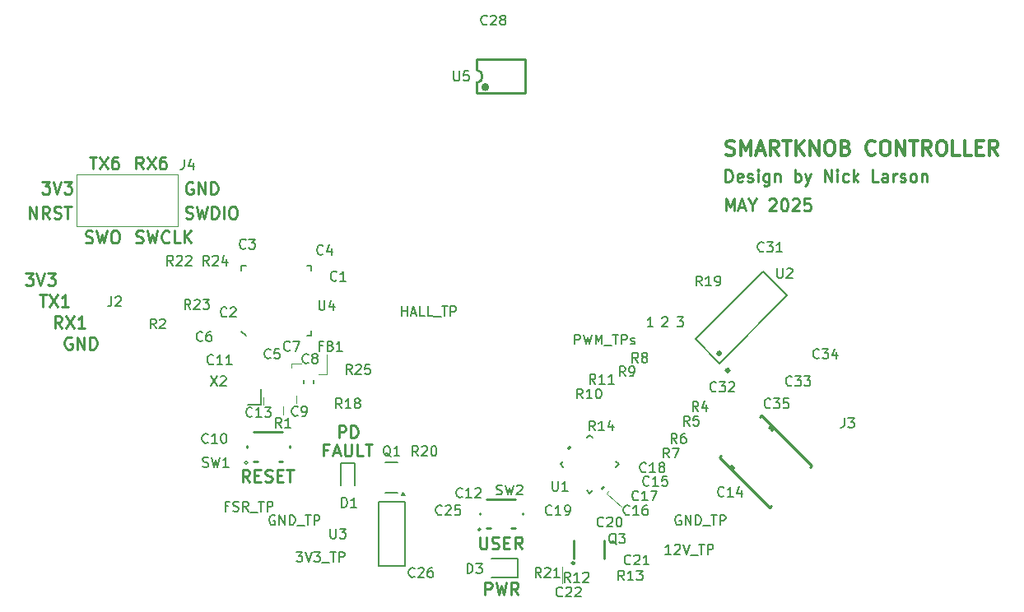
<source format=gbr>
%TF.GenerationSoftware,KiCad,Pcbnew,9.0.1*%
%TF.CreationDate,2025-05-12T15:51:15-07:00*%
%TF.ProjectId,SmartKnobController_ME507,536d6172-744b-46e6-9f62-436f6e74726f,rev?*%
%TF.SameCoordinates,Original*%
%TF.FileFunction,Legend,Top*%
%TF.FilePolarity,Positive*%
%FSLAX46Y46*%
G04 Gerber Fmt 4.6, Leading zero omitted, Abs format (unit mm)*
G04 Created by KiCad (PCBNEW 9.0.1) date 2025-05-12 15:51:15*
%MOMM*%
%LPD*%
G01*
G04 APERTURE LIST*
%ADD10C,0.250000*%
%ADD11C,0.100000*%
%ADD12C,0.150000*%
%ADD13C,0.350000*%
%ADD14C,0.152400*%
%ADD15C,0.000000*%
%ADD16C,0.120000*%
%ADD17C,0.300000*%
%ADD18C,0.400000*%
G04 APERTURE END LIST*
D10*
X136462092Y-125584023D02*
X136462092Y-124334023D01*
X136462092Y-124334023D02*
X136938282Y-124334023D01*
X136938282Y-124334023D02*
X137057330Y-124393547D01*
X137057330Y-124393547D02*
X137116853Y-124453071D01*
X137116853Y-124453071D02*
X137176377Y-124572119D01*
X137176377Y-124572119D02*
X137176377Y-124750690D01*
X137176377Y-124750690D02*
X137116853Y-124869738D01*
X137116853Y-124869738D02*
X137057330Y-124929261D01*
X137057330Y-124929261D02*
X136938282Y-124988785D01*
X136938282Y-124988785D02*
X136462092Y-124988785D01*
X137712092Y-125584023D02*
X137712092Y-124334023D01*
X137712092Y-124334023D02*
X138009711Y-124334023D01*
X138009711Y-124334023D02*
X138188282Y-124393547D01*
X138188282Y-124393547D02*
X138307330Y-124512595D01*
X138307330Y-124512595D02*
X138366853Y-124631642D01*
X138366853Y-124631642D02*
X138426377Y-124869738D01*
X138426377Y-124869738D02*
X138426377Y-125048309D01*
X138426377Y-125048309D02*
X138366853Y-125286404D01*
X138366853Y-125286404D02*
X138307330Y-125405452D01*
X138307330Y-125405452D02*
X138188282Y-125524500D01*
X138188282Y-125524500D02*
X138009711Y-125584023D01*
X138009711Y-125584023D02*
X137712092Y-125584023D01*
X135328758Y-126829261D02*
X134912092Y-126829261D01*
X134912092Y-127484023D02*
X134912092Y-126234023D01*
X134912092Y-126234023D02*
X135507330Y-126234023D01*
X135923997Y-127126880D02*
X136519235Y-127126880D01*
X135804949Y-127484023D02*
X136221616Y-126234023D01*
X136221616Y-126234023D02*
X136638282Y-127484023D01*
X137054950Y-126234023D02*
X137054950Y-127245928D01*
X137054950Y-127245928D02*
X137114473Y-127364976D01*
X137114473Y-127364976D02*
X137173997Y-127424500D01*
X137173997Y-127424500D02*
X137293045Y-127484023D01*
X137293045Y-127484023D02*
X137531140Y-127484023D01*
X137531140Y-127484023D02*
X137650188Y-127424500D01*
X137650188Y-127424500D02*
X137709711Y-127364976D01*
X137709711Y-127364976D02*
X137769235Y-127245928D01*
X137769235Y-127245928D02*
X137769235Y-126234023D01*
X138959712Y-127484023D02*
X138364474Y-127484023D01*
X138364474Y-127484023D02*
X138364474Y-126234023D01*
X139197807Y-126234023D02*
X139912093Y-126234023D01*
X139554950Y-127484023D02*
X139554950Y-126234023D01*
D11*
X132600000Y-118000000D02*
X131600000Y-118000000D01*
X159400000Y-138900000D02*
X159400000Y-140600000D01*
X164000000Y-131300000D02*
X165500000Y-132700000D01*
X130700000Y-123200000D02*
X130700000Y-122400000D01*
X164000000Y-131300000D02*
X164200000Y-131100000D01*
X135200000Y-119100000D02*
X134400000Y-119100000D01*
X128700000Y-122200000D02*
X128700000Y-121400000D01*
X135200000Y-117000000D02*
X135200000Y-119100000D01*
X132100000Y-122000000D02*
X132100000Y-121300000D01*
X131600000Y-118000000D02*
X131600000Y-118400000D01*
X109500000Y-98500000D02*
X119900000Y-98500000D01*
X119900000Y-103800000D01*
X109500000Y-103800000D01*
X109500000Y-98500000D01*
D10*
X107976377Y-114284023D02*
X107559711Y-113688785D01*
X107262092Y-114284023D02*
X107262092Y-113034023D01*
X107262092Y-113034023D02*
X107738282Y-113034023D01*
X107738282Y-113034023D02*
X107857330Y-113093547D01*
X107857330Y-113093547D02*
X107916853Y-113153071D01*
X107916853Y-113153071D02*
X107976377Y-113272119D01*
X107976377Y-113272119D02*
X107976377Y-113450690D01*
X107976377Y-113450690D02*
X107916853Y-113569738D01*
X107916853Y-113569738D02*
X107857330Y-113629261D01*
X107857330Y-113629261D02*
X107738282Y-113688785D01*
X107738282Y-113688785D02*
X107262092Y-113688785D01*
X108393044Y-113034023D02*
X109226377Y-114284023D01*
X109226377Y-113034023D02*
X108393044Y-114284023D01*
X110357329Y-114284023D02*
X109643044Y-114284023D01*
X110000187Y-114284023D02*
X110000187Y-113034023D01*
X110000187Y-113034023D02*
X109881139Y-113212595D01*
X109881139Y-113212595D02*
X109762091Y-113331642D01*
X109762091Y-113331642D02*
X109643044Y-113391166D01*
X176262092Y-102234023D02*
X176262092Y-100984023D01*
X176262092Y-100984023D02*
X176678758Y-101876880D01*
X176678758Y-101876880D02*
X177095425Y-100984023D01*
X177095425Y-100984023D02*
X177095425Y-102234023D01*
X177631139Y-101876880D02*
X178226377Y-101876880D01*
X177512091Y-102234023D02*
X177928758Y-100984023D01*
X177928758Y-100984023D02*
X178345424Y-102234023D01*
X179000187Y-101638785D02*
X179000187Y-102234023D01*
X178583520Y-100984023D02*
X179000187Y-101638785D01*
X179000187Y-101638785D02*
X179416853Y-100984023D01*
X180726378Y-101103071D02*
X180785902Y-101043547D01*
X180785902Y-101043547D02*
X180904949Y-100984023D01*
X180904949Y-100984023D02*
X181202568Y-100984023D01*
X181202568Y-100984023D02*
X181321616Y-101043547D01*
X181321616Y-101043547D02*
X181381140Y-101103071D01*
X181381140Y-101103071D02*
X181440663Y-101222119D01*
X181440663Y-101222119D02*
X181440663Y-101341166D01*
X181440663Y-101341166D02*
X181381140Y-101519738D01*
X181381140Y-101519738D02*
X180666854Y-102234023D01*
X180666854Y-102234023D02*
X181440663Y-102234023D01*
X182214473Y-100984023D02*
X182333520Y-100984023D01*
X182333520Y-100984023D02*
X182452568Y-101043547D01*
X182452568Y-101043547D02*
X182512092Y-101103071D01*
X182512092Y-101103071D02*
X182571616Y-101222119D01*
X182571616Y-101222119D02*
X182631139Y-101460214D01*
X182631139Y-101460214D02*
X182631139Y-101757833D01*
X182631139Y-101757833D02*
X182571616Y-101995928D01*
X182571616Y-101995928D02*
X182512092Y-102114976D01*
X182512092Y-102114976D02*
X182452568Y-102174500D01*
X182452568Y-102174500D02*
X182333520Y-102234023D01*
X182333520Y-102234023D02*
X182214473Y-102234023D01*
X182214473Y-102234023D02*
X182095425Y-102174500D01*
X182095425Y-102174500D02*
X182035901Y-102114976D01*
X182035901Y-102114976D02*
X181976378Y-101995928D01*
X181976378Y-101995928D02*
X181916854Y-101757833D01*
X181916854Y-101757833D02*
X181916854Y-101460214D01*
X181916854Y-101460214D02*
X181976378Y-101222119D01*
X181976378Y-101222119D02*
X182035901Y-101103071D01*
X182035901Y-101103071D02*
X182095425Y-101043547D01*
X182095425Y-101043547D02*
X182214473Y-100984023D01*
X183107330Y-101103071D02*
X183166854Y-101043547D01*
X183166854Y-101043547D02*
X183285901Y-100984023D01*
X183285901Y-100984023D02*
X183583520Y-100984023D01*
X183583520Y-100984023D02*
X183702568Y-101043547D01*
X183702568Y-101043547D02*
X183762092Y-101103071D01*
X183762092Y-101103071D02*
X183821615Y-101222119D01*
X183821615Y-101222119D02*
X183821615Y-101341166D01*
X183821615Y-101341166D02*
X183762092Y-101519738D01*
X183762092Y-101519738D02*
X183047806Y-102234023D01*
X183047806Y-102234023D02*
X183821615Y-102234023D01*
X184952568Y-100984023D02*
X184357330Y-100984023D01*
X184357330Y-100984023D02*
X184297806Y-101579261D01*
X184297806Y-101579261D02*
X184357330Y-101519738D01*
X184357330Y-101519738D02*
X184476377Y-101460214D01*
X184476377Y-101460214D02*
X184773996Y-101460214D01*
X184773996Y-101460214D02*
X184893044Y-101519738D01*
X184893044Y-101519738D02*
X184952568Y-101579261D01*
X184952568Y-101579261D02*
X185012091Y-101698309D01*
X185012091Y-101698309D02*
X185012091Y-101995928D01*
X185012091Y-101995928D02*
X184952568Y-102114976D01*
X184952568Y-102114976D02*
X184893044Y-102174500D01*
X184893044Y-102174500D02*
X184773996Y-102234023D01*
X184773996Y-102234023D02*
X184476377Y-102234023D01*
X184476377Y-102234023D02*
X184357330Y-102174500D01*
X184357330Y-102174500D02*
X184297806Y-102114976D01*
D12*
X132100000Y-137369819D02*
X132719047Y-137369819D01*
X132719047Y-137369819D02*
X132385714Y-137750771D01*
X132385714Y-137750771D02*
X132528571Y-137750771D01*
X132528571Y-137750771D02*
X132623809Y-137798390D01*
X132623809Y-137798390D02*
X132671428Y-137846009D01*
X132671428Y-137846009D02*
X132719047Y-137941247D01*
X132719047Y-137941247D02*
X132719047Y-138179342D01*
X132719047Y-138179342D02*
X132671428Y-138274580D01*
X132671428Y-138274580D02*
X132623809Y-138322200D01*
X132623809Y-138322200D02*
X132528571Y-138369819D01*
X132528571Y-138369819D02*
X132242857Y-138369819D01*
X132242857Y-138369819D02*
X132147619Y-138322200D01*
X132147619Y-138322200D02*
X132100000Y-138274580D01*
X133004762Y-137369819D02*
X133338095Y-138369819D01*
X133338095Y-138369819D02*
X133671428Y-137369819D01*
X133909524Y-137369819D02*
X134528571Y-137369819D01*
X134528571Y-137369819D02*
X134195238Y-137750771D01*
X134195238Y-137750771D02*
X134338095Y-137750771D01*
X134338095Y-137750771D02*
X134433333Y-137798390D01*
X134433333Y-137798390D02*
X134480952Y-137846009D01*
X134480952Y-137846009D02*
X134528571Y-137941247D01*
X134528571Y-137941247D02*
X134528571Y-138179342D01*
X134528571Y-138179342D02*
X134480952Y-138274580D01*
X134480952Y-138274580D02*
X134433333Y-138322200D01*
X134433333Y-138322200D02*
X134338095Y-138369819D01*
X134338095Y-138369819D02*
X134052381Y-138369819D01*
X134052381Y-138369819D02*
X133957143Y-138322200D01*
X133957143Y-138322200D02*
X133909524Y-138274580D01*
X134719048Y-138465057D02*
X135480952Y-138465057D01*
X135576191Y-137369819D02*
X136147619Y-137369819D01*
X135861905Y-138369819D02*
X135861905Y-137369819D01*
X136480953Y-138369819D02*
X136480953Y-137369819D01*
X136480953Y-137369819D02*
X136861905Y-137369819D01*
X136861905Y-137369819D02*
X136957143Y-137417438D01*
X136957143Y-137417438D02*
X137004762Y-137465057D01*
X137004762Y-137465057D02*
X137052381Y-137560295D01*
X137052381Y-137560295D02*
X137052381Y-137703152D01*
X137052381Y-137703152D02*
X137004762Y-137798390D01*
X137004762Y-137798390D02*
X136957143Y-137846009D01*
X136957143Y-137846009D02*
X136861905Y-137893628D01*
X136861905Y-137893628D02*
X136480953Y-137893628D01*
D10*
X127276377Y-130134023D02*
X126859711Y-129538785D01*
X126562092Y-130134023D02*
X126562092Y-128884023D01*
X126562092Y-128884023D02*
X127038282Y-128884023D01*
X127038282Y-128884023D02*
X127157330Y-128943547D01*
X127157330Y-128943547D02*
X127216853Y-129003071D01*
X127216853Y-129003071D02*
X127276377Y-129122119D01*
X127276377Y-129122119D02*
X127276377Y-129300690D01*
X127276377Y-129300690D02*
X127216853Y-129419738D01*
X127216853Y-129419738D02*
X127157330Y-129479261D01*
X127157330Y-129479261D02*
X127038282Y-129538785D01*
X127038282Y-129538785D02*
X126562092Y-129538785D01*
X127812092Y-129479261D02*
X128228758Y-129479261D01*
X128407330Y-130134023D02*
X127812092Y-130134023D01*
X127812092Y-130134023D02*
X127812092Y-128884023D01*
X127812092Y-128884023D02*
X128407330Y-128884023D01*
X128883520Y-130074500D02*
X129062091Y-130134023D01*
X129062091Y-130134023D02*
X129359710Y-130134023D01*
X129359710Y-130134023D02*
X129478758Y-130074500D01*
X129478758Y-130074500D02*
X129538282Y-130014976D01*
X129538282Y-130014976D02*
X129597805Y-129895928D01*
X129597805Y-129895928D02*
X129597805Y-129776880D01*
X129597805Y-129776880D02*
X129538282Y-129657833D01*
X129538282Y-129657833D02*
X129478758Y-129598309D01*
X129478758Y-129598309D02*
X129359710Y-129538785D01*
X129359710Y-129538785D02*
X129121615Y-129479261D01*
X129121615Y-129479261D02*
X129002567Y-129419738D01*
X129002567Y-129419738D02*
X128943044Y-129360214D01*
X128943044Y-129360214D02*
X128883520Y-129241166D01*
X128883520Y-129241166D02*
X128883520Y-129122119D01*
X128883520Y-129122119D02*
X128943044Y-129003071D01*
X128943044Y-129003071D02*
X129002567Y-128943547D01*
X129002567Y-128943547D02*
X129121615Y-128884023D01*
X129121615Y-128884023D02*
X129419234Y-128884023D01*
X129419234Y-128884023D02*
X129597805Y-128943547D01*
X130133520Y-129479261D02*
X130550186Y-129479261D01*
X130728758Y-130134023D02*
X130133520Y-130134023D01*
X130133520Y-130134023D02*
X130133520Y-128884023D01*
X130133520Y-128884023D02*
X130728758Y-128884023D01*
X131085900Y-128884023D02*
X131800186Y-128884023D01*
X131443043Y-130134023D02*
X131443043Y-128884023D01*
X104662092Y-103034023D02*
X104662092Y-101784023D01*
X104662092Y-101784023D02*
X105376377Y-103034023D01*
X105376377Y-103034023D02*
X105376377Y-101784023D01*
X106685901Y-103034023D02*
X106269235Y-102438785D01*
X105971616Y-103034023D02*
X105971616Y-101784023D01*
X105971616Y-101784023D02*
X106447806Y-101784023D01*
X106447806Y-101784023D02*
X106566854Y-101843547D01*
X106566854Y-101843547D02*
X106626377Y-101903071D01*
X106626377Y-101903071D02*
X106685901Y-102022119D01*
X106685901Y-102022119D02*
X106685901Y-102200690D01*
X106685901Y-102200690D02*
X106626377Y-102319738D01*
X106626377Y-102319738D02*
X106566854Y-102379261D01*
X106566854Y-102379261D02*
X106447806Y-102438785D01*
X106447806Y-102438785D02*
X105971616Y-102438785D01*
X107162092Y-102974500D02*
X107340663Y-103034023D01*
X107340663Y-103034023D02*
X107638282Y-103034023D01*
X107638282Y-103034023D02*
X107757330Y-102974500D01*
X107757330Y-102974500D02*
X107816854Y-102914976D01*
X107816854Y-102914976D02*
X107876377Y-102795928D01*
X107876377Y-102795928D02*
X107876377Y-102676880D01*
X107876377Y-102676880D02*
X107816854Y-102557833D01*
X107816854Y-102557833D02*
X107757330Y-102498309D01*
X107757330Y-102498309D02*
X107638282Y-102438785D01*
X107638282Y-102438785D02*
X107400187Y-102379261D01*
X107400187Y-102379261D02*
X107281139Y-102319738D01*
X107281139Y-102319738D02*
X107221616Y-102260214D01*
X107221616Y-102260214D02*
X107162092Y-102141166D01*
X107162092Y-102141166D02*
X107162092Y-102022119D01*
X107162092Y-102022119D02*
X107221616Y-101903071D01*
X107221616Y-101903071D02*
X107281139Y-101843547D01*
X107281139Y-101843547D02*
X107400187Y-101784023D01*
X107400187Y-101784023D02*
X107697806Y-101784023D01*
X107697806Y-101784023D02*
X107876377Y-101843547D01*
X108233520Y-101784023D02*
X108947806Y-101784023D01*
X108590663Y-103034023D02*
X108590663Y-101784023D01*
X115602568Y-105474500D02*
X115781139Y-105534023D01*
X115781139Y-105534023D02*
X116078758Y-105534023D01*
X116078758Y-105534023D02*
X116197806Y-105474500D01*
X116197806Y-105474500D02*
X116257330Y-105414976D01*
X116257330Y-105414976D02*
X116316853Y-105295928D01*
X116316853Y-105295928D02*
X116316853Y-105176880D01*
X116316853Y-105176880D02*
X116257330Y-105057833D01*
X116257330Y-105057833D02*
X116197806Y-104998309D01*
X116197806Y-104998309D02*
X116078758Y-104938785D01*
X116078758Y-104938785D02*
X115840663Y-104879261D01*
X115840663Y-104879261D02*
X115721615Y-104819738D01*
X115721615Y-104819738D02*
X115662092Y-104760214D01*
X115662092Y-104760214D02*
X115602568Y-104641166D01*
X115602568Y-104641166D02*
X115602568Y-104522119D01*
X115602568Y-104522119D02*
X115662092Y-104403071D01*
X115662092Y-104403071D02*
X115721615Y-104343547D01*
X115721615Y-104343547D02*
X115840663Y-104284023D01*
X115840663Y-104284023D02*
X116138282Y-104284023D01*
X116138282Y-104284023D02*
X116316853Y-104343547D01*
X116733520Y-104284023D02*
X117031139Y-105534023D01*
X117031139Y-105534023D02*
X117269234Y-104641166D01*
X117269234Y-104641166D02*
X117507329Y-105534023D01*
X117507329Y-105534023D02*
X117804949Y-104284023D01*
X118995424Y-105414976D02*
X118935900Y-105474500D01*
X118935900Y-105474500D02*
X118757329Y-105534023D01*
X118757329Y-105534023D02*
X118638281Y-105534023D01*
X118638281Y-105534023D02*
X118459710Y-105474500D01*
X118459710Y-105474500D02*
X118340662Y-105355452D01*
X118340662Y-105355452D02*
X118281139Y-105236404D01*
X118281139Y-105236404D02*
X118221615Y-104998309D01*
X118221615Y-104998309D02*
X118221615Y-104819738D01*
X118221615Y-104819738D02*
X118281139Y-104581642D01*
X118281139Y-104581642D02*
X118340662Y-104462595D01*
X118340662Y-104462595D02*
X118459710Y-104343547D01*
X118459710Y-104343547D02*
X118638281Y-104284023D01*
X118638281Y-104284023D02*
X118757329Y-104284023D01*
X118757329Y-104284023D02*
X118935900Y-104343547D01*
X118935900Y-104343547D02*
X118995424Y-104403071D01*
X120126377Y-105534023D02*
X119531139Y-105534023D01*
X119531139Y-105534023D02*
X119531139Y-104284023D01*
X120543044Y-105534023D02*
X120543044Y-104284023D01*
X121257329Y-105534023D02*
X120721615Y-104819738D01*
X121257329Y-104284023D02*
X120543044Y-104998309D01*
X121416853Y-99343547D02*
X121297806Y-99284023D01*
X121297806Y-99284023D02*
X121119234Y-99284023D01*
X121119234Y-99284023D02*
X120940663Y-99343547D01*
X120940663Y-99343547D02*
X120821615Y-99462595D01*
X120821615Y-99462595D02*
X120762092Y-99581642D01*
X120762092Y-99581642D02*
X120702568Y-99819738D01*
X120702568Y-99819738D02*
X120702568Y-99998309D01*
X120702568Y-99998309D02*
X120762092Y-100236404D01*
X120762092Y-100236404D02*
X120821615Y-100355452D01*
X120821615Y-100355452D02*
X120940663Y-100474500D01*
X120940663Y-100474500D02*
X121119234Y-100534023D01*
X121119234Y-100534023D02*
X121238282Y-100534023D01*
X121238282Y-100534023D02*
X121416853Y-100474500D01*
X121416853Y-100474500D02*
X121476377Y-100414976D01*
X121476377Y-100414976D02*
X121476377Y-99998309D01*
X121476377Y-99998309D02*
X121238282Y-99998309D01*
X122012092Y-100534023D02*
X122012092Y-99284023D01*
X122012092Y-99284023D02*
X122726377Y-100534023D01*
X122726377Y-100534023D02*
X122726377Y-99284023D01*
X123321616Y-100534023D02*
X123321616Y-99284023D01*
X123321616Y-99284023D02*
X123619235Y-99284023D01*
X123619235Y-99284023D02*
X123797806Y-99343547D01*
X123797806Y-99343547D02*
X123916854Y-99462595D01*
X123916854Y-99462595D02*
X123976377Y-99581642D01*
X123976377Y-99581642D02*
X124035901Y-99819738D01*
X124035901Y-99819738D02*
X124035901Y-99998309D01*
X124035901Y-99998309D02*
X123976377Y-100236404D01*
X123976377Y-100236404D02*
X123916854Y-100355452D01*
X123916854Y-100355452D02*
X123797806Y-100474500D01*
X123797806Y-100474500D02*
X123619235Y-100534023D01*
X123619235Y-100534023D02*
X123321616Y-100534023D01*
X108966853Y-115293547D02*
X108847806Y-115234023D01*
X108847806Y-115234023D02*
X108669234Y-115234023D01*
X108669234Y-115234023D02*
X108490663Y-115293547D01*
X108490663Y-115293547D02*
X108371615Y-115412595D01*
X108371615Y-115412595D02*
X108312092Y-115531642D01*
X108312092Y-115531642D02*
X108252568Y-115769738D01*
X108252568Y-115769738D02*
X108252568Y-115948309D01*
X108252568Y-115948309D02*
X108312092Y-116186404D01*
X108312092Y-116186404D02*
X108371615Y-116305452D01*
X108371615Y-116305452D02*
X108490663Y-116424500D01*
X108490663Y-116424500D02*
X108669234Y-116484023D01*
X108669234Y-116484023D02*
X108788282Y-116484023D01*
X108788282Y-116484023D02*
X108966853Y-116424500D01*
X108966853Y-116424500D02*
X109026377Y-116364976D01*
X109026377Y-116364976D02*
X109026377Y-115948309D01*
X109026377Y-115948309D02*
X108788282Y-115948309D01*
X109562092Y-116484023D02*
X109562092Y-115234023D01*
X109562092Y-115234023D02*
X110276377Y-116484023D01*
X110276377Y-116484023D02*
X110276377Y-115234023D01*
X110871616Y-116484023D02*
X110871616Y-115234023D01*
X110871616Y-115234023D02*
X111169235Y-115234023D01*
X111169235Y-115234023D02*
X111347806Y-115293547D01*
X111347806Y-115293547D02*
X111466854Y-115412595D01*
X111466854Y-115412595D02*
X111526377Y-115531642D01*
X111526377Y-115531642D02*
X111585901Y-115769738D01*
X111585901Y-115769738D02*
X111585901Y-115948309D01*
X111585901Y-115948309D02*
X111526377Y-116186404D01*
X111526377Y-116186404D02*
X111466854Y-116305452D01*
X111466854Y-116305452D02*
X111347806Y-116424500D01*
X111347806Y-116424500D02*
X111169235Y-116484023D01*
X111169235Y-116484023D02*
X110871616Y-116484023D01*
D12*
X142914285Y-113069819D02*
X142914285Y-112069819D01*
X142914285Y-112546009D02*
X143485713Y-112546009D01*
X143485713Y-113069819D02*
X143485713Y-112069819D01*
X143914285Y-112784104D02*
X144390475Y-112784104D01*
X143819047Y-113069819D02*
X144152380Y-112069819D01*
X144152380Y-112069819D02*
X144485713Y-113069819D01*
X145295237Y-113069819D02*
X144819047Y-113069819D01*
X144819047Y-113069819D02*
X144819047Y-112069819D01*
X146104761Y-113069819D02*
X145628571Y-113069819D01*
X145628571Y-113069819D02*
X145628571Y-112069819D01*
X146200000Y-113165057D02*
X146961904Y-113165057D01*
X147057143Y-112069819D02*
X147628571Y-112069819D01*
X147342857Y-113069819D02*
X147342857Y-112069819D01*
X147961905Y-113069819D02*
X147961905Y-112069819D01*
X147961905Y-112069819D02*
X148342857Y-112069819D01*
X148342857Y-112069819D02*
X148438095Y-112117438D01*
X148438095Y-112117438D02*
X148485714Y-112165057D01*
X148485714Y-112165057D02*
X148533333Y-112260295D01*
X148533333Y-112260295D02*
X148533333Y-112403152D01*
X148533333Y-112403152D02*
X148485714Y-112498390D01*
X148485714Y-112498390D02*
X148438095Y-112546009D01*
X148438095Y-112546009D02*
X148342857Y-112593628D01*
X148342857Y-112593628D02*
X147961905Y-112593628D01*
D10*
X110402568Y-105474500D02*
X110581139Y-105534023D01*
X110581139Y-105534023D02*
X110878758Y-105534023D01*
X110878758Y-105534023D02*
X110997806Y-105474500D01*
X110997806Y-105474500D02*
X111057330Y-105414976D01*
X111057330Y-105414976D02*
X111116853Y-105295928D01*
X111116853Y-105295928D02*
X111116853Y-105176880D01*
X111116853Y-105176880D02*
X111057330Y-105057833D01*
X111057330Y-105057833D02*
X110997806Y-104998309D01*
X110997806Y-104998309D02*
X110878758Y-104938785D01*
X110878758Y-104938785D02*
X110640663Y-104879261D01*
X110640663Y-104879261D02*
X110521615Y-104819738D01*
X110521615Y-104819738D02*
X110462092Y-104760214D01*
X110462092Y-104760214D02*
X110402568Y-104641166D01*
X110402568Y-104641166D02*
X110402568Y-104522119D01*
X110402568Y-104522119D02*
X110462092Y-104403071D01*
X110462092Y-104403071D02*
X110521615Y-104343547D01*
X110521615Y-104343547D02*
X110640663Y-104284023D01*
X110640663Y-104284023D02*
X110938282Y-104284023D01*
X110938282Y-104284023D02*
X111116853Y-104343547D01*
X111533520Y-104284023D02*
X111831139Y-105534023D01*
X111831139Y-105534023D02*
X112069234Y-104641166D01*
X112069234Y-104641166D02*
X112307329Y-105534023D01*
X112307329Y-105534023D02*
X112604949Y-104284023D01*
X113319234Y-104284023D02*
X113557329Y-104284023D01*
X113557329Y-104284023D02*
X113676377Y-104343547D01*
X113676377Y-104343547D02*
X113795424Y-104462595D01*
X113795424Y-104462595D02*
X113854948Y-104700690D01*
X113854948Y-104700690D02*
X113854948Y-105117357D01*
X113854948Y-105117357D02*
X113795424Y-105355452D01*
X113795424Y-105355452D02*
X113676377Y-105474500D01*
X113676377Y-105474500D02*
X113557329Y-105534023D01*
X113557329Y-105534023D02*
X113319234Y-105534023D01*
X113319234Y-105534023D02*
X113200186Y-105474500D01*
X113200186Y-105474500D02*
X113081139Y-105355452D01*
X113081139Y-105355452D02*
X113021615Y-105117357D01*
X113021615Y-105117357D02*
X113021615Y-104700690D01*
X113021615Y-104700690D02*
X113081139Y-104462595D01*
X113081139Y-104462595D02*
X113200186Y-104343547D01*
X113200186Y-104343547D02*
X113319234Y-104284023D01*
D12*
X171266667Y-113169819D02*
X171885714Y-113169819D01*
X171885714Y-113169819D02*
X171552381Y-113550771D01*
X171552381Y-113550771D02*
X171695238Y-113550771D01*
X171695238Y-113550771D02*
X171790476Y-113598390D01*
X171790476Y-113598390D02*
X171838095Y-113646009D01*
X171838095Y-113646009D02*
X171885714Y-113741247D01*
X171885714Y-113741247D02*
X171885714Y-113979342D01*
X171885714Y-113979342D02*
X171838095Y-114074580D01*
X171838095Y-114074580D02*
X171790476Y-114122200D01*
X171790476Y-114122200D02*
X171695238Y-114169819D01*
X171695238Y-114169819D02*
X171409524Y-114169819D01*
X171409524Y-114169819D02*
X171314286Y-114122200D01*
X171314286Y-114122200D02*
X171266667Y-114074580D01*
X129876190Y-133617438D02*
X129780952Y-133569819D01*
X129780952Y-133569819D02*
X129638095Y-133569819D01*
X129638095Y-133569819D02*
X129495238Y-133617438D01*
X129495238Y-133617438D02*
X129400000Y-133712676D01*
X129400000Y-133712676D02*
X129352381Y-133807914D01*
X129352381Y-133807914D02*
X129304762Y-133998390D01*
X129304762Y-133998390D02*
X129304762Y-134141247D01*
X129304762Y-134141247D02*
X129352381Y-134331723D01*
X129352381Y-134331723D02*
X129400000Y-134426961D01*
X129400000Y-134426961D02*
X129495238Y-134522200D01*
X129495238Y-134522200D02*
X129638095Y-134569819D01*
X129638095Y-134569819D02*
X129733333Y-134569819D01*
X129733333Y-134569819D02*
X129876190Y-134522200D01*
X129876190Y-134522200D02*
X129923809Y-134474580D01*
X129923809Y-134474580D02*
X129923809Y-134141247D01*
X129923809Y-134141247D02*
X129733333Y-134141247D01*
X130352381Y-134569819D02*
X130352381Y-133569819D01*
X130352381Y-133569819D02*
X130923809Y-134569819D01*
X130923809Y-134569819D02*
X130923809Y-133569819D01*
X131400000Y-134569819D02*
X131400000Y-133569819D01*
X131400000Y-133569819D02*
X131638095Y-133569819D01*
X131638095Y-133569819D02*
X131780952Y-133617438D01*
X131780952Y-133617438D02*
X131876190Y-133712676D01*
X131876190Y-133712676D02*
X131923809Y-133807914D01*
X131923809Y-133807914D02*
X131971428Y-133998390D01*
X131971428Y-133998390D02*
X131971428Y-134141247D01*
X131971428Y-134141247D02*
X131923809Y-134331723D01*
X131923809Y-134331723D02*
X131876190Y-134426961D01*
X131876190Y-134426961D02*
X131780952Y-134522200D01*
X131780952Y-134522200D02*
X131638095Y-134569819D01*
X131638095Y-134569819D02*
X131400000Y-134569819D01*
X132161905Y-134665057D02*
X132923809Y-134665057D01*
X133019048Y-133569819D02*
X133590476Y-133569819D01*
X133304762Y-134569819D02*
X133304762Y-133569819D01*
X133923810Y-134569819D02*
X133923810Y-133569819D01*
X133923810Y-133569819D02*
X134304762Y-133569819D01*
X134304762Y-133569819D02*
X134400000Y-133617438D01*
X134400000Y-133617438D02*
X134447619Y-133665057D01*
X134447619Y-133665057D02*
X134495238Y-133760295D01*
X134495238Y-133760295D02*
X134495238Y-133903152D01*
X134495238Y-133903152D02*
X134447619Y-133998390D01*
X134447619Y-133998390D02*
X134400000Y-134046009D01*
X134400000Y-134046009D02*
X134304762Y-134093628D01*
X134304762Y-134093628D02*
X133923810Y-134093628D01*
D10*
X110833520Y-96684023D02*
X111547806Y-96684023D01*
X111190663Y-97934023D02*
X111190663Y-96684023D01*
X111845425Y-96684023D02*
X112678758Y-97934023D01*
X112678758Y-96684023D02*
X111845425Y-97934023D01*
X113690663Y-96684023D02*
X113452568Y-96684023D01*
X113452568Y-96684023D02*
X113333520Y-96743547D01*
X113333520Y-96743547D02*
X113273996Y-96803071D01*
X113273996Y-96803071D02*
X113154949Y-96981642D01*
X113154949Y-96981642D02*
X113095425Y-97219738D01*
X113095425Y-97219738D02*
X113095425Y-97695928D01*
X113095425Y-97695928D02*
X113154949Y-97814976D01*
X113154949Y-97814976D02*
X113214472Y-97874500D01*
X113214472Y-97874500D02*
X113333520Y-97934023D01*
X113333520Y-97934023D02*
X113571615Y-97934023D01*
X113571615Y-97934023D02*
X113690663Y-97874500D01*
X113690663Y-97874500D02*
X113750187Y-97814976D01*
X113750187Y-97814976D02*
X113809710Y-97695928D01*
X113809710Y-97695928D02*
X113809710Y-97398309D01*
X113809710Y-97398309D02*
X113750187Y-97279261D01*
X113750187Y-97279261D02*
X113690663Y-97219738D01*
X113690663Y-97219738D02*
X113571615Y-97160214D01*
X113571615Y-97160214D02*
X113333520Y-97160214D01*
X113333520Y-97160214D02*
X113214472Y-97219738D01*
X113214472Y-97219738D02*
X113154949Y-97279261D01*
X113154949Y-97279261D02*
X113095425Y-97398309D01*
X116326377Y-97934023D02*
X115909711Y-97338785D01*
X115612092Y-97934023D02*
X115612092Y-96684023D01*
X115612092Y-96684023D02*
X116088282Y-96684023D01*
X116088282Y-96684023D02*
X116207330Y-96743547D01*
X116207330Y-96743547D02*
X116266853Y-96803071D01*
X116266853Y-96803071D02*
X116326377Y-96922119D01*
X116326377Y-96922119D02*
X116326377Y-97100690D01*
X116326377Y-97100690D02*
X116266853Y-97219738D01*
X116266853Y-97219738D02*
X116207330Y-97279261D01*
X116207330Y-97279261D02*
X116088282Y-97338785D01*
X116088282Y-97338785D02*
X115612092Y-97338785D01*
X116743044Y-96684023D02*
X117576377Y-97934023D01*
X117576377Y-96684023D02*
X116743044Y-97934023D01*
X118588282Y-96684023D02*
X118350187Y-96684023D01*
X118350187Y-96684023D02*
X118231139Y-96743547D01*
X118231139Y-96743547D02*
X118171615Y-96803071D01*
X118171615Y-96803071D02*
X118052568Y-96981642D01*
X118052568Y-96981642D02*
X117993044Y-97219738D01*
X117993044Y-97219738D02*
X117993044Y-97695928D01*
X117993044Y-97695928D02*
X118052568Y-97814976D01*
X118052568Y-97814976D02*
X118112091Y-97874500D01*
X118112091Y-97874500D02*
X118231139Y-97934023D01*
X118231139Y-97934023D02*
X118469234Y-97934023D01*
X118469234Y-97934023D02*
X118588282Y-97874500D01*
X118588282Y-97874500D02*
X118647806Y-97814976D01*
X118647806Y-97814976D02*
X118707329Y-97695928D01*
X118707329Y-97695928D02*
X118707329Y-97398309D01*
X118707329Y-97398309D02*
X118647806Y-97279261D01*
X118647806Y-97279261D02*
X118588282Y-97219738D01*
X118588282Y-97219738D02*
X118469234Y-97160214D01*
X118469234Y-97160214D02*
X118231139Y-97160214D01*
X118231139Y-97160214D02*
X118112091Y-97219738D01*
X118112091Y-97219738D02*
X118052568Y-97279261D01*
X118052568Y-97279261D02*
X117993044Y-97398309D01*
X151512092Y-141734023D02*
X151512092Y-140484023D01*
X151512092Y-140484023D02*
X151988282Y-140484023D01*
X151988282Y-140484023D02*
X152107330Y-140543547D01*
X152107330Y-140543547D02*
X152166853Y-140603071D01*
X152166853Y-140603071D02*
X152226377Y-140722119D01*
X152226377Y-140722119D02*
X152226377Y-140900690D01*
X152226377Y-140900690D02*
X152166853Y-141019738D01*
X152166853Y-141019738D02*
X152107330Y-141079261D01*
X152107330Y-141079261D02*
X151988282Y-141138785D01*
X151988282Y-141138785D02*
X151512092Y-141138785D01*
X152643044Y-140484023D02*
X152940663Y-141734023D01*
X152940663Y-141734023D02*
X153178758Y-140841166D01*
X153178758Y-140841166D02*
X153416853Y-141734023D01*
X153416853Y-141734023D02*
X153714473Y-140484023D01*
X154904948Y-141734023D02*
X154488282Y-141138785D01*
X154190663Y-141734023D02*
X154190663Y-140484023D01*
X154190663Y-140484023D02*
X154666853Y-140484023D01*
X154666853Y-140484023D02*
X154785901Y-140543547D01*
X154785901Y-140543547D02*
X154845424Y-140603071D01*
X154845424Y-140603071D02*
X154904948Y-140722119D01*
X154904948Y-140722119D02*
X154904948Y-140900690D01*
X154904948Y-140900690D02*
X154845424Y-141019738D01*
X154845424Y-141019738D02*
X154785901Y-141079261D01*
X154785901Y-141079261D02*
X154666853Y-141138785D01*
X154666853Y-141138785D02*
X154190663Y-141138785D01*
X120702568Y-102974500D02*
X120881139Y-103034023D01*
X120881139Y-103034023D02*
X121178758Y-103034023D01*
X121178758Y-103034023D02*
X121297806Y-102974500D01*
X121297806Y-102974500D02*
X121357330Y-102914976D01*
X121357330Y-102914976D02*
X121416853Y-102795928D01*
X121416853Y-102795928D02*
X121416853Y-102676880D01*
X121416853Y-102676880D02*
X121357330Y-102557833D01*
X121357330Y-102557833D02*
X121297806Y-102498309D01*
X121297806Y-102498309D02*
X121178758Y-102438785D01*
X121178758Y-102438785D02*
X120940663Y-102379261D01*
X120940663Y-102379261D02*
X120821615Y-102319738D01*
X120821615Y-102319738D02*
X120762092Y-102260214D01*
X120762092Y-102260214D02*
X120702568Y-102141166D01*
X120702568Y-102141166D02*
X120702568Y-102022119D01*
X120702568Y-102022119D02*
X120762092Y-101903071D01*
X120762092Y-101903071D02*
X120821615Y-101843547D01*
X120821615Y-101843547D02*
X120940663Y-101784023D01*
X120940663Y-101784023D02*
X121238282Y-101784023D01*
X121238282Y-101784023D02*
X121416853Y-101843547D01*
X121833520Y-101784023D02*
X122131139Y-103034023D01*
X122131139Y-103034023D02*
X122369234Y-102141166D01*
X122369234Y-102141166D02*
X122607329Y-103034023D01*
X122607329Y-103034023D02*
X122904949Y-101784023D01*
X123381139Y-103034023D02*
X123381139Y-101784023D01*
X123381139Y-101784023D02*
X123678758Y-101784023D01*
X123678758Y-101784023D02*
X123857329Y-101843547D01*
X123857329Y-101843547D02*
X123976377Y-101962595D01*
X123976377Y-101962595D02*
X124035900Y-102081642D01*
X124035900Y-102081642D02*
X124095424Y-102319738D01*
X124095424Y-102319738D02*
X124095424Y-102498309D01*
X124095424Y-102498309D02*
X124035900Y-102736404D01*
X124035900Y-102736404D02*
X123976377Y-102855452D01*
X123976377Y-102855452D02*
X123857329Y-102974500D01*
X123857329Y-102974500D02*
X123678758Y-103034023D01*
X123678758Y-103034023D02*
X123381139Y-103034023D01*
X124631139Y-103034023D02*
X124631139Y-101784023D01*
X125464472Y-101784023D02*
X125702567Y-101784023D01*
X125702567Y-101784023D02*
X125821615Y-101843547D01*
X125821615Y-101843547D02*
X125940662Y-101962595D01*
X125940662Y-101962595D02*
X126000186Y-102200690D01*
X126000186Y-102200690D02*
X126000186Y-102617357D01*
X126000186Y-102617357D02*
X125940662Y-102855452D01*
X125940662Y-102855452D02*
X125821615Y-102974500D01*
X125821615Y-102974500D02*
X125702567Y-103034023D01*
X125702567Y-103034023D02*
X125464472Y-103034023D01*
X125464472Y-103034023D02*
X125345424Y-102974500D01*
X125345424Y-102974500D02*
X125226377Y-102855452D01*
X125226377Y-102855452D02*
X125166853Y-102617357D01*
X125166853Y-102617357D02*
X125166853Y-102200690D01*
X125166853Y-102200690D02*
X125226377Y-101962595D01*
X125226377Y-101962595D02*
X125345424Y-101843547D01*
X125345424Y-101843547D02*
X125464472Y-101784023D01*
D12*
X169714286Y-113265057D02*
X169761905Y-113217438D01*
X169761905Y-113217438D02*
X169857143Y-113169819D01*
X169857143Y-113169819D02*
X170095238Y-113169819D01*
X170095238Y-113169819D02*
X170190476Y-113217438D01*
X170190476Y-113217438D02*
X170238095Y-113265057D01*
X170238095Y-113265057D02*
X170285714Y-113360295D01*
X170285714Y-113360295D02*
X170285714Y-113455533D01*
X170285714Y-113455533D02*
X170238095Y-113598390D01*
X170238095Y-113598390D02*
X169666667Y-114169819D01*
X169666667Y-114169819D02*
X170285714Y-114169819D01*
D10*
X104243044Y-108684023D02*
X105016853Y-108684023D01*
X105016853Y-108684023D02*
X104600187Y-109160214D01*
X104600187Y-109160214D02*
X104778758Y-109160214D01*
X104778758Y-109160214D02*
X104897806Y-109219738D01*
X104897806Y-109219738D02*
X104957330Y-109279261D01*
X104957330Y-109279261D02*
X105016853Y-109398309D01*
X105016853Y-109398309D02*
X105016853Y-109695928D01*
X105016853Y-109695928D02*
X104957330Y-109814976D01*
X104957330Y-109814976D02*
X104897806Y-109874500D01*
X104897806Y-109874500D02*
X104778758Y-109934023D01*
X104778758Y-109934023D02*
X104421615Y-109934023D01*
X104421615Y-109934023D02*
X104302568Y-109874500D01*
X104302568Y-109874500D02*
X104243044Y-109814976D01*
X105373996Y-108684023D02*
X105790663Y-109934023D01*
X105790663Y-109934023D02*
X106207329Y-108684023D01*
X106504949Y-108684023D02*
X107278758Y-108684023D01*
X107278758Y-108684023D02*
X106862092Y-109160214D01*
X106862092Y-109160214D02*
X107040663Y-109160214D01*
X107040663Y-109160214D02*
X107159711Y-109219738D01*
X107159711Y-109219738D02*
X107219235Y-109279261D01*
X107219235Y-109279261D02*
X107278758Y-109398309D01*
X107278758Y-109398309D02*
X107278758Y-109695928D01*
X107278758Y-109695928D02*
X107219235Y-109814976D01*
X107219235Y-109814976D02*
X107159711Y-109874500D01*
X107159711Y-109874500D02*
X107040663Y-109934023D01*
X107040663Y-109934023D02*
X106683520Y-109934023D01*
X106683520Y-109934023D02*
X106564473Y-109874500D01*
X106564473Y-109874500D02*
X106504949Y-109814976D01*
X150962092Y-135784023D02*
X150962092Y-136795928D01*
X150962092Y-136795928D02*
X151021615Y-136914976D01*
X151021615Y-136914976D02*
X151081139Y-136974500D01*
X151081139Y-136974500D02*
X151200187Y-137034023D01*
X151200187Y-137034023D02*
X151438282Y-137034023D01*
X151438282Y-137034023D02*
X151557330Y-136974500D01*
X151557330Y-136974500D02*
X151616853Y-136914976D01*
X151616853Y-136914976D02*
X151676377Y-136795928D01*
X151676377Y-136795928D02*
X151676377Y-135784023D01*
X152212092Y-136974500D02*
X152390663Y-137034023D01*
X152390663Y-137034023D02*
X152688282Y-137034023D01*
X152688282Y-137034023D02*
X152807330Y-136974500D01*
X152807330Y-136974500D02*
X152866854Y-136914976D01*
X152866854Y-136914976D02*
X152926377Y-136795928D01*
X152926377Y-136795928D02*
X152926377Y-136676880D01*
X152926377Y-136676880D02*
X152866854Y-136557833D01*
X152866854Y-136557833D02*
X152807330Y-136498309D01*
X152807330Y-136498309D02*
X152688282Y-136438785D01*
X152688282Y-136438785D02*
X152450187Y-136379261D01*
X152450187Y-136379261D02*
X152331139Y-136319738D01*
X152331139Y-136319738D02*
X152271616Y-136260214D01*
X152271616Y-136260214D02*
X152212092Y-136141166D01*
X152212092Y-136141166D02*
X152212092Y-136022119D01*
X152212092Y-136022119D02*
X152271616Y-135903071D01*
X152271616Y-135903071D02*
X152331139Y-135843547D01*
X152331139Y-135843547D02*
X152450187Y-135784023D01*
X152450187Y-135784023D02*
X152747806Y-135784023D01*
X152747806Y-135784023D02*
X152926377Y-135843547D01*
X153462092Y-136379261D02*
X153878758Y-136379261D01*
X154057330Y-137034023D02*
X153462092Y-137034023D01*
X153462092Y-137034023D02*
X153462092Y-135784023D01*
X153462092Y-135784023D02*
X154057330Y-135784023D01*
X155307329Y-137034023D02*
X154890663Y-136438785D01*
X154593044Y-137034023D02*
X154593044Y-135784023D01*
X154593044Y-135784023D02*
X155069234Y-135784023D01*
X155069234Y-135784023D02*
X155188282Y-135843547D01*
X155188282Y-135843547D02*
X155247805Y-135903071D01*
X155247805Y-135903071D02*
X155307329Y-136022119D01*
X155307329Y-136022119D02*
X155307329Y-136200690D01*
X155307329Y-136200690D02*
X155247805Y-136319738D01*
X155247805Y-136319738D02*
X155188282Y-136379261D01*
X155188282Y-136379261D02*
X155069234Y-136438785D01*
X155069234Y-136438785D02*
X154593044Y-136438785D01*
X105683520Y-110834023D02*
X106397806Y-110834023D01*
X106040663Y-112084023D02*
X106040663Y-110834023D01*
X106695425Y-110834023D02*
X107528758Y-112084023D01*
X107528758Y-110834023D02*
X106695425Y-112084023D01*
X108659710Y-112084023D02*
X107945425Y-112084023D01*
X108302568Y-112084023D02*
X108302568Y-110834023D01*
X108302568Y-110834023D02*
X108183520Y-111012595D01*
X108183520Y-111012595D02*
X108064472Y-111131642D01*
X108064472Y-111131642D02*
X107945425Y-111191166D01*
X105943044Y-99234023D02*
X106716853Y-99234023D01*
X106716853Y-99234023D02*
X106300187Y-99710214D01*
X106300187Y-99710214D02*
X106478758Y-99710214D01*
X106478758Y-99710214D02*
X106597806Y-99769738D01*
X106597806Y-99769738D02*
X106657330Y-99829261D01*
X106657330Y-99829261D02*
X106716853Y-99948309D01*
X106716853Y-99948309D02*
X106716853Y-100245928D01*
X106716853Y-100245928D02*
X106657330Y-100364976D01*
X106657330Y-100364976D02*
X106597806Y-100424500D01*
X106597806Y-100424500D02*
X106478758Y-100484023D01*
X106478758Y-100484023D02*
X106121615Y-100484023D01*
X106121615Y-100484023D02*
X106002568Y-100424500D01*
X106002568Y-100424500D02*
X105943044Y-100364976D01*
X107073996Y-99234023D02*
X107490663Y-100484023D01*
X107490663Y-100484023D02*
X107907329Y-99234023D01*
X108204949Y-99234023D02*
X108978758Y-99234023D01*
X108978758Y-99234023D02*
X108562092Y-99710214D01*
X108562092Y-99710214D02*
X108740663Y-99710214D01*
X108740663Y-99710214D02*
X108859711Y-99769738D01*
X108859711Y-99769738D02*
X108919235Y-99829261D01*
X108919235Y-99829261D02*
X108978758Y-99948309D01*
X108978758Y-99948309D02*
X108978758Y-100245928D01*
X108978758Y-100245928D02*
X108919235Y-100364976D01*
X108919235Y-100364976D02*
X108859711Y-100424500D01*
X108859711Y-100424500D02*
X108740663Y-100484023D01*
X108740663Y-100484023D02*
X108383520Y-100484023D01*
X108383520Y-100484023D02*
X108264473Y-100424500D01*
X108264473Y-100424500D02*
X108204949Y-100364976D01*
D12*
X160728571Y-115969819D02*
X160728571Y-114969819D01*
X160728571Y-114969819D02*
X161109523Y-114969819D01*
X161109523Y-114969819D02*
X161204761Y-115017438D01*
X161204761Y-115017438D02*
X161252380Y-115065057D01*
X161252380Y-115065057D02*
X161299999Y-115160295D01*
X161299999Y-115160295D02*
X161299999Y-115303152D01*
X161299999Y-115303152D02*
X161252380Y-115398390D01*
X161252380Y-115398390D02*
X161204761Y-115446009D01*
X161204761Y-115446009D02*
X161109523Y-115493628D01*
X161109523Y-115493628D02*
X160728571Y-115493628D01*
X161633333Y-114969819D02*
X161871428Y-115969819D01*
X161871428Y-115969819D02*
X162061904Y-115255533D01*
X162061904Y-115255533D02*
X162252380Y-115969819D01*
X162252380Y-115969819D02*
X162490476Y-114969819D01*
X162871428Y-115969819D02*
X162871428Y-114969819D01*
X162871428Y-114969819D02*
X163204761Y-115684104D01*
X163204761Y-115684104D02*
X163538094Y-114969819D01*
X163538094Y-114969819D02*
X163538094Y-115969819D01*
X163776190Y-116065057D02*
X164538094Y-116065057D01*
X164633333Y-114969819D02*
X165204761Y-114969819D01*
X164919047Y-115969819D02*
X164919047Y-114969819D01*
X165538095Y-115969819D02*
X165538095Y-114969819D01*
X165538095Y-114969819D02*
X165919047Y-114969819D01*
X165919047Y-114969819D02*
X166014285Y-115017438D01*
X166014285Y-115017438D02*
X166061904Y-115065057D01*
X166061904Y-115065057D02*
X166109523Y-115160295D01*
X166109523Y-115160295D02*
X166109523Y-115303152D01*
X166109523Y-115303152D02*
X166061904Y-115398390D01*
X166061904Y-115398390D02*
X166014285Y-115446009D01*
X166014285Y-115446009D02*
X165919047Y-115493628D01*
X165919047Y-115493628D02*
X165538095Y-115493628D01*
X166490476Y-115922200D02*
X166585714Y-115969819D01*
X166585714Y-115969819D02*
X166776190Y-115969819D01*
X166776190Y-115969819D02*
X166871428Y-115922200D01*
X166871428Y-115922200D02*
X166919047Y-115826961D01*
X166919047Y-115826961D02*
X166919047Y-115779342D01*
X166919047Y-115779342D02*
X166871428Y-115684104D01*
X166871428Y-115684104D02*
X166776190Y-115636485D01*
X166776190Y-115636485D02*
X166633333Y-115636485D01*
X166633333Y-115636485D02*
X166538095Y-115588866D01*
X166538095Y-115588866D02*
X166490476Y-115493628D01*
X166490476Y-115493628D02*
X166490476Y-115446009D01*
X166490476Y-115446009D02*
X166538095Y-115350771D01*
X166538095Y-115350771D02*
X166633333Y-115303152D01*
X166633333Y-115303152D02*
X166776190Y-115303152D01*
X166776190Y-115303152D02*
X166871428Y-115350771D01*
X170619047Y-137569819D02*
X170047619Y-137569819D01*
X170333333Y-137569819D02*
X170333333Y-136569819D01*
X170333333Y-136569819D02*
X170238095Y-136712676D01*
X170238095Y-136712676D02*
X170142857Y-136807914D01*
X170142857Y-136807914D02*
X170047619Y-136855533D01*
X171000000Y-136665057D02*
X171047619Y-136617438D01*
X171047619Y-136617438D02*
X171142857Y-136569819D01*
X171142857Y-136569819D02*
X171380952Y-136569819D01*
X171380952Y-136569819D02*
X171476190Y-136617438D01*
X171476190Y-136617438D02*
X171523809Y-136665057D01*
X171523809Y-136665057D02*
X171571428Y-136760295D01*
X171571428Y-136760295D02*
X171571428Y-136855533D01*
X171571428Y-136855533D02*
X171523809Y-136998390D01*
X171523809Y-136998390D02*
X170952381Y-137569819D01*
X170952381Y-137569819D02*
X171571428Y-137569819D01*
X171857143Y-136569819D02*
X172190476Y-137569819D01*
X172190476Y-137569819D02*
X172523809Y-136569819D01*
X172619048Y-137665057D02*
X173380952Y-137665057D01*
X173476191Y-136569819D02*
X174047619Y-136569819D01*
X173761905Y-137569819D02*
X173761905Y-136569819D01*
X174380953Y-137569819D02*
X174380953Y-136569819D01*
X174380953Y-136569819D02*
X174761905Y-136569819D01*
X174761905Y-136569819D02*
X174857143Y-136617438D01*
X174857143Y-136617438D02*
X174904762Y-136665057D01*
X174904762Y-136665057D02*
X174952381Y-136760295D01*
X174952381Y-136760295D02*
X174952381Y-136903152D01*
X174952381Y-136903152D02*
X174904762Y-136998390D01*
X174904762Y-136998390D02*
X174857143Y-137046009D01*
X174857143Y-137046009D02*
X174761905Y-137093628D01*
X174761905Y-137093628D02*
X174380953Y-137093628D01*
X171626190Y-133617438D02*
X171530952Y-133569819D01*
X171530952Y-133569819D02*
X171388095Y-133569819D01*
X171388095Y-133569819D02*
X171245238Y-133617438D01*
X171245238Y-133617438D02*
X171150000Y-133712676D01*
X171150000Y-133712676D02*
X171102381Y-133807914D01*
X171102381Y-133807914D02*
X171054762Y-133998390D01*
X171054762Y-133998390D02*
X171054762Y-134141247D01*
X171054762Y-134141247D02*
X171102381Y-134331723D01*
X171102381Y-134331723D02*
X171150000Y-134426961D01*
X171150000Y-134426961D02*
X171245238Y-134522200D01*
X171245238Y-134522200D02*
X171388095Y-134569819D01*
X171388095Y-134569819D02*
X171483333Y-134569819D01*
X171483333Y-134569819D02*
X171626190Y-134522200D01*
X171626190Y-134522200D02*
X171673809Y-134474580D01*
X171673809Y-134474580D02*
X171673809Y-134141247D01*
X171673809Y-134141247D02*
X171483333Y-134141247D01*
X172102381Y-134569819D02*
X172102381Y-133569819D01*
X172102381Y-133569819D02*
X172673809Y-134569819D01*
X172673809Y-134569819D02*
X172673809Y-133569819D01*
X173150000Y-134569819D02*
X173150000Y-133569819D01*
X173150000Y-133569819D02*
X173388095Y-133569819D01*
X173388095Y-133569819D02*
X173530952Y-133617438D01*
X173530952Y-133617438D02*
X173626190Y-133712676D01*
X173626190Y-133712676D02*
X173673809Y-133807914D01*
X173673809Y-133807914D02*
X173721428Y-133998390D01*
X173721428Y-133998390D02*
X173721428Y-134141247D01*
X173721428Y-134141247D02*
X173673809Y-134331723D01*
X173673809Y-134331723D02*
X173626190Y-134426961D01*
X173626190Y-134426961D02*
X173530952Y-134522200D01*
X173530952Y-134522200D02*
X173388095Y-134569819D01*
X173388095Y-134569819D02*
X173150000Y-134569819D01*
X173911905Y-134665057D02*
X174673809Y-134665057D01*
X174769048Y-133569819D02*
X175340476Y-133569819D01*
X175054762Y-134569819D02*
X175054762Y-133569819D01*
X175673810Y-134569819D02*
X175673810Y-133569819D01*
X175673810Y-133569819D02*
X176054762Y-133569819D01*
X176054762Y-133569819D02*
X176150000Y-133617438D01*
X176150000Y-133617438D02*
X176197619Y-133665057D01*
X176197619Y-133665057D02*
X176245238Y-133760295D01*
X176245238Y-133760295D02*
X176245238Y-133903152D01*
X176245238Y-133903152D02*
X176197619Y-133998390D01*
X176197619Y-133998390D02*
X176150000Y-134046009D01*
X176150000Y-134046009D02*
X176054762Y-134093628D01*
X176054762Y-134093628D02*
X175673810Y-134093628D01*
X168785714Y-114169819D02*
X168214286Y-114169819D01*
X168500000Y-114169819D02*
X168500000Y-113169819D01*
X168500000Y-113169819D02*
X168404762Y-113312676D01*
X168404762Y-113312676D02*
X168309524Y-113407914D01*
X168309524Y-113407914D02*
X168214286Y-113455533D01*
D13*
X176315977Y-96426800D02*
X176530263Y-96498228D01*
X176530263Y-96498228D02*
X176887405Y-96498228D01*
X176887405Y-96498228D02*
X177030263Y-96426800D01*
X177030263Y-96426800D02*
X177101691Y-96355371D01*
X177101691Y-96355371D02*
X177173120Y-96212514D01*
X177173120Y-96212514D02*
X177173120Y-96069657D01*
X177173120Y-96069657D02*
X177101691Y-95926800D01*
X177101691Y-95926800D02*
X177030263Y-95855371D01*
X177030263Y-95855371D02*
X176887405Y-95783942D01*
X176887405Y-95783942D02*
X176601691Y-95712514D01*
X176601691Y-95712514D02*
X176458834Y-95641085D01*
X176458834Y-95641085D02*
X176387405Y-95569657D01*
X176387405Y-95569657D02*
X176315977Y-95426800D01*
X176315977Y-95426800D02*
X176315977Y-95283942D01*
X176315977Y-95283942D02*
X176387405Y-95141085D01*
X176387405Y-95141085D02*
X176458834Y-95069657D01*
X176458834Y-95069657D02*
X176601691Y-94998228D01*
X176601691Y-94998228D02*
X176958834Y-94998228D01*
X176958834Y-94998228D02*
X177173120Y-95069657D01*
X177815976Y-96498228D02*
X177815976Y-94998228D01*
X177815976Y-94998228D02*
X178315976Y-96069657D01*
X178315976Y-96069657D02*
X178815976Y-94998228D01*
X178815976Y-94998228D02*
X178815976Y-96498228D01*
X179458834Y-96069657D02*
X180173120Y-96069657D01*
X179315977Y-96498228D02*
X179815977Y-94998228D01*
X179815977Y-94998228D02*
X180315977Y-96498228D01*
X181673119Y-96498228D02*
X181173119Y-95783942D01*
X180815976Y-96498228D02*
X180815976Y-94998228D01*
X180815976Y-94998228D02*
X181387405Y-94998228D01*
X181387405Y-94998228D02*
X181530262Y-95069657D01*
X181530262Y-95069657D02*
X181601691Y-95141085D01*
X181601691Y-95141085D02*
X181673119Y-95283942D01*
X181673119Y-95283942D02*
X181673119Y-95498228D01*
X181673119Y-95498228D02*
X181601691Y-95641085D01*
X181601691Y-95641085D02*
X181530262Y-95712514D01*
X181530262Y-95712514D02*
X181387405Y-95783942D01*
X181387405Y-95783942D02*
X180815976Y-95783942D01*
X182101691Y-94998228D02*
X182958834Y-94998228D01*
X182530262Y-96498228D02*
X182530262Y-94998228D01*
X183458833Y-96498228D02*
X183458833Y-94998228D01*
X184315976Y-96498228D02*
X183673119Y-95641085D01*
X184315976Y-94998228D02*
X183458833Y-95855371D01*
X184958833Y-96498228D02*
X184958833Y-94998228D01*
X184958833Y-94998228D02*
X185815976Y-96498228D01*
X185815976Y-96498228D02*
X185815976Y-94998228D01*
X186815977Y-94998228D02*
X187101691Y-94998228D01*
X187101691Y-94998228D02*
X187244548Y-95069657D01*
X187244548Y-95069657D02*
X187387405Y-95212514D01*
X187387405Y-95212514D02*
X187458834Y-95498228D01*
X187458834Y-95498228D02*
X187458834Y-95998228D01*
X187458834Y-95998228D02*
X187387405Y-96283942D01*
X187387405Y-96283942D02*
X187244548Y-96426800D01*
X187244548Y-96426800D02*
X187101691Y-96498228D01*
X187101691Y-96498228D02*
X186815977Y-96498228D01*
X186815977Y-96498228D02*
X186673120Y-96426800D01*
X186673120Y-96426800D02*
X186530262Y-96283942D01*
X186530262Y-96283942D02*
X186458834Y-95998228D01*
X186458834Y-95998228D02*
X186458834Y-95498228D01*
X186458834Y-95498228D02*
X186530262Y-95212514D01*
X186530262Y-95212514D02*
X186673120Y-95069657D01*
X186673120Y-95069657D02*
X186815977Y-94998228D01*
X188601691Y-95712514D02*
X188815977Y-95783942D01*
X188815977Y-95783942D02*
X188887406Y-95855371D01*
X188887406Y-95855371D02*
X188958834Y-95998228D01*
X188958834Y-95998228D02*
X188958834Y-96212514D01*
X188958834Y-96212514D02*
X188887406Y-96355371D01*
X188887406Y-96355371D02*
X188815977Y-96426800D01*
X188815977Y-96426800D02*
X188673120Y-96498228D01*
X188673120Y-96498228D02*
X188101691Y-96498228D01*
X188101691Y-96498228D02*
X188101691Y-94998228D01*
X188101691Y-94998228D02*
X188601691Y-94998228D01*
X188601691Y-94998228D02*
X188744549Y-95069657D01*
X188744549Y-95069657D02*
X188815977Y-95141085D01*
X188815977Y-95141085D02*
X188887406Y-95283942D01*
X188887406Y-95283942D02*
X188887406Y-95426800D01*
X188887406Y-95426800D02*
X188815977Y-95569657D01*
X188815977Y-95569657D02*
X188744549Y-95641085D01*
X188744549Y-95641085D02*
X188601691Y-95712514D01*
X188601691Y-95712514D02*
X188101691Y-95712514D01*
X191601691Y-96355371D02*
X191530263Y-96426800D01*
X191530263Y-96426800D02*
X191315977Y-96498228D01*
X191315977Y-96498228D02*
X191173120Y-96498228D01*
X191173120Y-96498228D02*
X190958834Y-96426800D01*
X190958834Y-96426800D02*
X190815977Y-96283942D01*
X190815977Y-96283942D02*
X190744548Y-96141085D01*
X190744548Y-96141085D02*
X190673120Y-95855371D01*
X190673120Y-95855371D02*
X190673120Y-95641085D01*
X190673120Y-95641085D02*
X190744548Y-95355371D01*
X190744548Y-95355371D02*
X190815977Y-95212514D01*
X190815977Y-95212514D02*
X190958834Y-95069657D01*
X190958834Y-95069657D02*
X191173120Y-94998228D01*
X191173120Y-94998228D02*
X191315977Y-94998228D01*
X191315977Y-94998228D02*
X191530263Y-95069657D01*
X191530263Y-95069657D02*
X191601691Y-95141085D01*
X192530263Y-94998228D02*
X192815977Y-94998228D01*
X192815977Y-94998228D02*
X192958834Y-95069657D01*
X192958834Y-95069657D02*
X193101691Y-95212514D01*
X193101691Y-95212514D02*
X193173120Y-95498228D01*
X193173120Y-95498228D02*
X193173120Y-95998228D01*
X193173120Y-95998228D02*
X193101691Y-96283942D01*
X193101691Y-96283942D02*
X192958834Y-96426800D01*
X192958834Y-96426800D02*
X192815977Y-96498228D01*
X192815977Y-96498228D02*
X192530263Y-96498228D01*
X192530263Y-96498228D02*
X192387406Y-96426800D01*
X192387406Y-96426800D02*
X192244548Y-96283942D01*
X192244548Y-96283942D02*
X192173120Y-95998228D01*
X192173120Y-95998228D02*
X192173120Y-95498228D01*
X192173120Y-95498228D02*
X192244548Y-95212514D01*
X192244548Y-95212514D02*
X192387406Y-95069657D01*
X192387406Y-95069657D02*
X192530263Y-94998228D01*
X193815977Y-96498228D02*
X193815977Y-94998228D01*
X193815977Y-94998228D02*
X194673120Y-96498228D01*
X194673120Y-96498228D02*
X194673120Y-94998228D01*
X195173121Y-94998228D02*
X196030264Y-94998228D01*
X195601692Y-96498228D02*
X195601692Y-94998228D01*
X197387406Y-96498228D02*
X196887406Y-95783942D01*
X196530263Y-96498228D02*
X196530263Y-94998228D01*
X196530263Y-94998228D02*
X197101692Y-94998228D01*
X197101692Y-94998228D02*
X197244549Y-95069657D01*
X197244549Y-95069657D02*
X197315978Y-95141085D01*
X197315978Y-95141085D02*
X197387406Y-95283942D01*
X197387406Y-95283942D02*
X197387406Y-95498228D01*
X197387406Y-95498228D02*
X197315978Y-95641085D01*
X197315978Y-95641085D02*
X197244549Y-95712514D01*
X197244549Y-95712514D02*
X197101692Y-95783942D01*
X197101692Y-95783942D02*
X196530263Y-95783942D01*
X198315978Y-94998228D02*
X198601692Y-94998228D01*
X198601692Y-94998228D02*
X198744549Y-95069657D01*
X198744549Y-95069657D02*
X198887406Y-95212514D01*
X198887406Y-95212514D02*
X198958835Y-95498228D01*
X198958835Y-95498228D02*
X198958835Y-95998228D01*
X198958835Y-95998228D02*
X198887406Y-96283942D01*
X198887406Y-96283942D02*
X198744549Y-96426800D01*
X198744549Y-96426800D02*
X198601692Y-96498228D01*
X198601692Y-96498228D02*
X198315978Y-96498228D01*
X198315978Y-96498228D02*
X198173121Y-96426800D01*
X198173121Y-96426800D02*
X198030263Y-96283942D01*
X198030263Y-96283942D02*
X197958835Y-95998228D01*
X197958835Y-95998228D02*
X197958835Y-95498228D01*
X197958835Y-95498228D02*
X198030263Y-95212514D01*
X198030263Y-95212514D02*
X198173121Y-95069657D01*
X198173121Y-95069657D02*
X198315978Y-94998228D01*
X200315978Y-96498228D02*
X199601692Y-96498228D01*
X199601692Y-96498228D02*
X199601692Y-94998228D01*
X201530264Y-96498228D02*
X200815978Y-96498228D01*
X200815978Y-96498228D02*
X200815978Y-94998228D01*
X202030264Y-95712514D02*
X202530264Y-95712514D01*
X202744550Y-96498228D02*
X202030264Y-96498228D01*
X202030264Y-96498228D02*
X202030264Y-94998228D01*
X202030264Y-94998228D02*
X202744550Y-94998228D01*
X204244550Y-96498228D02*
X203744550Y-95783942D01*
X203387407Y-96498228D02*
X203387407Y-94998228D01*
X203387407Y-94998228D02*
X203958836Y-94998228D01*
X203958836Y-94998228D02*
X204101693Y-95069657D01*
X204101693Y-95069657D02*
X204173122Y-95141085D01*
X204173122Y-95141085D02*
X204244550Y-95283942D01*
X204244550Y-95283942D02*
X204244550Y-95498228D01*
X204244550Y-95498228D02*
X204173122Y-95641085D01*
X204173122Y-95641085D02*
X204101693Y-95712514D01*
X204101693Y-95712514D02*
X203958836Y-95783942D01*
X203958836Y-95783942D02*
X203387407Y-95783942D01*
D12*
X125104761Y-132646009D02*
X124771428Y-132646009D01*
X124771428Y-133169819D02*
X124771428Y-132169819D01*
X124771428Y-132169819D02*
X125247618Y-132169819D01*
X125580952Y-133122200D02*
X125723809Y-133169819D01*
X125723809Y-133169819D02*
X125961904Y-133169819D01*
X125961904Y-133169819D02*
X126057142Y-133122200D01*
X126057142Y-133122200D02*
X126104761Y-133074580D01*
X126104761Y-133074580D02*
X126152380Y-132979342D01*
X126152380Y-132979342D02*
X126152380Y-132884104D01*
X126152380Y-132884104D02*
X126104761Y-132788866D01*
X126104761Y-132788866D02*
X126057142Y-132741247D01*
X126057142Y-132741247D02*
X125961904Y-132693628D01*
X125961904Y-132693628D02*
X125771428Y-132646009D01*
X125771428Y-132646009D02*
X125676190Y-132598390D01*
X125676190Y-132598390D02*
X125628571Y-132550771D01*
X125628571Y-132550771D02*
X125580952Y-132455533D01*
X125580952Y-132455533D02*
X125580952Y-132360295D01*
X125580952Y-132360295D02*
X125628571Y-132265057D01*
X125628571Y-132265057D02*
X125676190Y-132217438D01*
X125676190Y-132217438D02*
X125771428Y-132169819D01*
X125771428Y-132169819D02*
X126009523Y-132169819D01*
X126009523Y-132169819D02*
X126152380Y-132217438D01*
X127152380Y-133169819D02*
X126819047Y-132693628D01*
X126580952Y-133169819D02*
X126580952Y-132169819D01*
X126580952Y-132169819D02*
X126961904Y-132169819D01*
X126961904Y-132169819D02*
X127057142Y-132217438D01*
X127057142Y-132217438D02*
X127104761Y-132265057D01*
X127104761Y-132265057D02*
X127152380Y-132360295D01*
X127152380Y-132360295D02*
X127152380Y-132503152D01*
X127152380Y-132503152D02*
X127104761Y-132598390D01*
X127104761Y-132598390D02*
X127057142Y-132646009D01*
X127057142Y-132646009D02*
X126961904Y-132693628D01*
X126961904Y-132693628D02*
X126580952Y-132693628D01*
X127342857Y-133265057D02*
X128104761Y-133265057D01*
X128200000Y-132169819D02*
X128771428Y-132169819D01*
X128485714Y-133169819D02*
X128485714Y-132169819D01*
X129104762Y-133169819D02*
X129104762Y-132169819D01*
X129104762Y-132169819D02*
X129485714Y-132169819D01*
X129485714Y-132169819D02*
X129580952Y-132217438D01*
X129580952Y-132217438D02*
X129628571Y-132265057D01*
X129628571Y-132265057D02*
X129676190Y-132360295D01*
X129676190Y-132360295D02*
X129676190Y-132503152D01*
X129676190Y-132503152D02*
X129628571Y-132598390D01*
X129628571Y-132598390D02*
X129580952Y-132646009D01*
X129580952Y-132646009D02*
X129485714Y-132693628D01*
X129485714Y-132693628D02*
X129104762Y-132693628D01*
D10*
X176242857Y-99265273D02*
X176242857Y-98015273D01*
X176242857Y-98015273D02*
X176540476Y-98015273D01*
X176540476Y-98015273D02*
X176719047Y-98074797D01*
X176719047Y-98074797D02*
X176838095Y-98193845D01*
X176838095Y-98193845D02*
X176897618Y-98312892D01*
X176897618Y-98312892D02*
X176957142Y-98550988D01*
X176957142Y-98550988D02*
X176957142Y-98729559D01*
X176957142Y-98729559D02*
X176897618Y-98967654D01*
X176897618Y-98967654D02*
X176838095Y-99086702D01*
X176838095Y-99086702D02*
X176719047Y-99205750D01*
X176719047Y-99205750D02*
X176540476Y-99265273D01*
X176540476Y-99265273D02*
X176242857Y-99265273D01*
X177969047Y-99205750D02*
X177849999Y-99265273D01*
X177849999Y-99265273D02*
X177611904Y-99265273D01*
X177611904Y-99265273D02*
X177492857Y-99205750D01*
X177492857Y-99205750D02*
X177433333Y-99086702D01*
X177433333Y-99086702D02*
X177433333Y-98610511D01*
X177433333Y-98610511D02*
X177492857Y-98491464D01*
X177492857Y-98491464D02*
X177611904Y-98431940D01*
X177611904Y-98431940D02*
X177849999Y-98431940D01*
X177849999Y-98431940D02*
X177969047Y-98491464D01*
X177969047Y-98491464D02*
X178028571Y-98610511D01*
X178028571Y-98610511D02*
X178028571Y-98729559D01*
X178028571Y-98729559D02*
X177433333Y-98848607D01*
X178504762Y-99205750D02*
X178623809Y-99265273D01*
X178623809Y-99265273D02*
X178861905Y-99265273D01*
X178861905Y-99265273D02*
X178980952Y-99205750D01*
X178980952Y-99205750D02*
X179040476Y-99086702D01*
X179040476Y-99086702D02*
X179040476Y-99027178D01*
X179040476Y-99027178D02*
X178980952Y-98908130D01*
X178980952Y-98908130D02*
X178861905Y-98848607D01*
X178861905Y-98848607D02*
X178683333Y-98848607D01*
X178683333Y-98848607D02*
X178564286Y-98789083D01*
X178564286Y-98789083D02*
X178504762Y-98670035D01*
X178504762Y-98670035D02*
X178504762Y-98610511D01*
X178504762Y-98610511D02*
X178564286Y-98491464D01*
X178564286Y-98491464D02*
X178683333Y-98431940D01*
X178683333Y-98431940D02*
X178861905Y-98431940D01*
X178861905Y-98431940D02*
X178980952Y-98491464D01*
X179576191Y-99265273D02*
X179576191Y-98431940D01*
X179576191Y-98015273D02*
X179516667Y-98074797D01*
X179516667Y-98074797D02*
X179576191Y-98134321D01*
X179576191Y-98134321D02*
X179635714Y-98074797D01*
X179635714Y-98074797D02*
X179576191Y-98015273D01*
X179576191Y-98015273D02*
X179576191Y-98134321D01*
X180707143Y-98431940D02*
X180707143Y-99443845D01*
X180707143Y-99443845D02*
X180647619Y-99562892D01*
X180647619Y-99562892D02*
X180588095Y-99622416D01*
X180588095Y-99622416D02*
X180469048Y-99681940D01*
X180469048Y-99681940D02*
X180290476Y-99681940D01*
X180290476Y-99681940D02*
X180171429Y-99622416D01*
X180707143Y-99205750D02*
X180588095Y-99265273D01*
X180588095Y-99265273D02*
X180350000Y-99265273D01*
X180350000Y-99265273D02*
X180230952Y-99205750D01*
X180230952Y-99205750D02*
X180171429Y-99146226D01*
X180171429Y-99146226D02*
X180111905Y-99027178D01*
X180111905Y-99027178D02*
X180111905Y-98670035D01*
X180111905Y-98670035D02*
X180171429Y-98550988D01*
X180171429Y-98550988D02*
X180230952Y-98491464D01*
X180230952Y-98491464D02*
X180350000Y-98431940D01*
X180350000Y-98431940D02*
X180588095Y-98431940D01*
X180588095Y-98431940D02*
X180707143Y-98491464D01*
X181302381Y-98431940D02*
X181302381Y-99265273D01*
X181302381Y-98550988D02*
X181361904Y-98491464D01*
X181361904Y-98491464D02*
X181480952Y-98431940D01*
X181480952Y-98431940D02*
X181659523Y-98431940D01*
X181659523Y-98431940D02*
X181778571Y-98491464D01*
X181778571Y-98491464D02*
X181838095Y-98610511D01*
X181838095Y-98610511D02*
X181838095Y-99265273D01*
X183385714Y-99265273D02*
X183385714Y-98015273D01*
X183385714Y-98491464D02*
X183504761Y-98431940D01*
X183504761Y-98431940D02*
X183742856Y-98431940D01*
X183742856Y-98431940D02*
X183861904Y-98491464D01*
X183861904Y-98491464D02*
X183921428Y-98550988D01*
X183921428Y-98550988D02*
X183980952Y-98670035D01*
X183980952Y-98670035D02*
X183980952Y-99027178D01*
X183980952Y-99027178D02*
X183921428Y-99146226D01*
X183921428Y-99146226D02*
X183861904Y-99205750D01*
X183861904Y-99205750D02*
X183742856Y-99265273D01*
X183742856Y-99265273D02*
X183504761Y-99265273D01*
X183504761Y-99265273D02*
X183385714Y-99205750D01*
X184397618Y-98431940D02*
X184695237Y-99265273D01*
X184992856Y-98431940D02*
X184695237Y-99265273D01*
X184695237Y-99265273D02*
X184576189Y-99562892D01*
X184576189Y-99562892D02*
X184516666Y-99622416D01*
X184516666Y-99622416D02*
X184397618Y-99681940D01*
X186421428Y-99265273D02*
X186421428Y-98015273D01*
X186421428Y-98015273D02*
X187135713Y-99265273D01*
X187135713Y-99265273D02*
X187135713Y-98015273D01*
X187730952Y-99265273D02*
X187730952Y-98431940D01*
X187730952Y-98015273D02*
X187671428Y-98074797D01*
X187671428Y-98074797D02*
X187730952Y-98134321D01*
X187730952Y-98134321D02*
X187790475Y-98074797D01*
X187790475Y-98074797D02*
X187730952Y-98015273D01*
X187730952Y-98015273D02*
X187730952Y-98134321D01*
X188861904Y-99205750D02*
X188742856Y-99265273D01*
X188742856Y-99265273D02*
X188504761Y-99265273D01*
X188504761Y-99265273D02*
X188385713Y-99205750D01*
X188385713Y-99205750D02*
X188326190Y-99146226D01*
X188326190Y-99146226D02*
X188266666Y-99027178D01*
X188266666Y-99027178D02*
X188266666Y-98670035D01*
X188266666Y-98670035D02*
X188326190Y-98550988D01*
X188326190Y-98550988D02*
X188385713Y-98491464D01*
X188385713Y-98491464D02*
X188504761Y-98431940D01*
X188504761Y-98431940D02*
X188742856Y-98431940D01*
X188742856Y-98431940D02*
X188861904Y-98491464D01*
X189397619Y-99265273D02*
X189397619Y-98015273D01*
X189516666Y-98789083D02*
X189873809Y-99265273D01*
X189873809Y-98431940D02*
X189397619Y-98908130D01*
X191957143Y-99265273D02*
X191361905Y-99265273D01*
X191361905Y-99265273D02*
X191361905Y-98015273D01*
X192909524Y-99265273D02*
X192909524Y-98610511D01*
X192909524Y-98610511D02*
X192850000Y-98491464D01*
X192850000Y-98491464D02*
X192730952Y-98431940D01*
X192730952Y-98431940D02*
X192492857Y-98431940D01*
X192492857Y-98431940D02*
X192373810Y-98491464D01*
X192909524Y-99205750D02*
X192790476Y-99265273D01*
X192790476Y-99265273D02*
X192492857Y-99265273D01*
X192492857Y-99265273D02*
X192373810Y-99205750D01*
X192373810Y-99205750D02*
X192314286Y-99086702D01*
X192314286Y-99086702D02*
X192314286Y-98967654D01*
X192314286Y-98967654D02*
X192373810Y-98848607D01*
X192373810Y-98848607D02*
X192492857Y-98789083D01*
X192492857Y-98789083D02*
X192790476Y-98789083D01*
X192790476Y-98789083D02*
X192909524Y-98729559D01*
X193504762Y-99265273D02*
X193504762Y-98431940D01*
X193504762Y-98670035D02*
X193564285Y-98550988D01*
X193564285Y-98550988D02*
X193623809Y-98491464D01*
X193623809Y-98491464D02*
X193742857Y-98431940D01*
X193742857Y-98431940D02*
X193861904Y-98431940D01*
X194219048Y-99205750D02*
X194338095Y-99265273D01*
X194338095Y-99265273D02*
X194576191Y-99265273D01*
X194576191Y-99265273D02*
X194695238Y-99205750D01*
X194695238Y-99205750D02*
X194754762Y-99086702D01*
X194754762Y-99086702D02*
X194754762Y-99027178D01*
X194754762Y-99027178D02*
X194695238Y-98908130D01*
X194695238Y-98908130D02*
X194576191Y-98848607D01*
X194576191Y-98848607D02*
X194397619Y-98848607D01*
X194397619Y-98848607D02*
X194278572Y-98789083D01*
X194278572Y-98789083D02*
X194219048Y-98670035D01*
X194219048Y-98670035D02*
X194219048Y-98610511D01*
X194219048Y-98610511D02*
X194278572Y-98491464D01*
X194278572Y-98491464D02*
X194397619Y-98431940D01*
X194397619Y-98431940D02*
X194576191Y-98431940D01*
X194576191Y-98431940D02*
X194695238Y-98491464D01*
X195469048Y-99265273D02*
X195350000Y-99205750D01*
X195350000Y-99205750D02*
X195290477Y-99146226D01*
X195290477Y-99146226D02*
X195230953Y-99027178D01*
X195230953Y-99027178D02*
X195230953Y-98670035D01*
X195230953Y-98670035D02*
X195290477Y-98550988D01*
X195290477Y-98550988D02*
X195350000Y-98491464D01*
X195350000Y-98491464D02*
X195469048Y-98431940D01*
X195469048Y-98431940D02*
X195647619Y-98431940D01*
X195647619Y-98431940D02*
X195766667Y-98491464D01*
X195766667Y-98491464D02*
X195826191Y-98550988D01*
X195826191Y-98550988D02*
X195885715Y-98670035D01*
X195885715Y-98670035D02*
X195885715Y-99027178D01*
X195885715Y-99027178D02*
X195826191Y-99146226D01*
X195826191Y-99146226D02*
X195766667Y-99205750D01*
X195766667Y-99205750D02*
X195647619Y-99265273D01*
X195647619Y-99265273D02*
X195469048Y-99265273D01*
X196421429Y-98431940D02*
X196421429Y-99265273D01*
X196421429Y-98550988D02*
X196480952Y-98491464D01*
X196480952Y-98491464D02*
X196600000Y-98431940D01*
X196600000Y-98431940D02*
X196778571Y-98431940D01*
X196778571Y-98431940D02*
X196897619Y-98491464D01*
X196897619Y-98491464D02*
X196957143Y-98610511D01*
X196957143Y-98610511D02*
X196957143Y-99265273D01*
D12*
X134438095Y-111454819D02*
X134438095Y-112264342D01*
X134438095Y-112264342D02*
X134485714Y-112359580D01*
X134485714Y-112359580D02*
X134533333Y-112407200D01*
X134533333Y-112407200D02*
X134628571Y-112454819D01*
X134628571Y-112454819D02*
X134819047Y-112454819D01*
X134819047Y-112454819D02*
X134914285Y-112407200D01*
X134914285Y-112407200D02*
X134961904Y-112359580D01*
X134961904Y-112359580D02*
X135009523Y-112264342D01*
X135009523Y-112264342D02*
X135009523Y-111454819D01*
X135914285Y-111788152D02*
X135914285Y-112454819D01*
X135676190Y-111407200D02*
X135438095Y-112121485D01*
X135438095Y-112121485D02*
X136057142Y-112121485D01*
X158357142Y-133459580D02*
X158309523Y-133507200D01*
X158309523Y-133507200D02*
X158166666Y-133554819D01*
X158166666Y-133554819D02*
X158071428Y-133554819D01*
X158071428Y-133554819D02*
X157928571Y-133507200D01*
X157928571Y-133507200D02*
X157833333Y-133411961D01*
X157833333Y-133411961D02*
X157785714Y-133316723D01*
X157785714Y-133316723D02*
X157738095Y-133126247D01*
X157738095Y-133126247D02*
X157738095Y-132983390D01*
X157738095Y-132983390D02*
X157785714Y-132792914D01*
X157785714Y-132792914D02*
X157833333Y-132697676D01*
X157833333Y-132697676D02*
X157928571Y-132602438D01*
X157928571Y-132602438D02*
X158071428Y-132554819D01*
X158071428Y-132554819D02*
X158166666Y-132554819D01*
X158166666Y-132554819D02*
X158309523Y-132602438D01*
X158309523Y-132602438D02*
X158357142Y-132650057D01*
X159309523Y-133554819D02*
X158738095Y-133554819D01*
X159023809Y-133554819D02*
X159023809Y-132554819D01*
X159023809Y-132554819D02*
X158928571Y-132697676D01*
X158928571Y-132697676D02*
X158833333Y-132792914D01*
X158833333Y-132792914D02*
X158738095Y-132840533D01*
X159785714Y-133554819D02*
X159976190Y-133554819D01*
X159976190Y-133554819D02*
X160071428Y-133507200D01*
X160071428Y-133507200D02*
X160119047Y-133459580D01*
X160119047Y-133459580D02*
X160214285Y-133316723D01*
X160214285Y-133316723D02*
X160261904Y-133126247D01*
X160261904Y-133126247D02*
X160261904Y-132745295D01*
X160261904Y-132745295D02*
X160214285Y-132650057D01*
X160214285Y-132650057D02*
X160166666Y-132602438D01*
X160166666Y-132602438D02*
X160071428Y-132554819D01*
X160071428Y-132554819D02*
X159880952Y-132554819D01*
X159880952Y-132554819D02*
X159785714Y-132602438D01*
X159785714Y-132602438D02*
X159738095Y-132650057D01*
X159738095Y-132650057D02*
X159690476Y-132745295D01*
X159690476Y-132745295D02*
X159690476Y-132983390D01*
X159690476Y-132983390D02*
X159738095Y-133078628D01*
X159738095Y-133078628D02*
X159785714Y-133126247D01*
X159785714Y-133126247D02*
X159880952Y-133173866D01*
X159880952Y-133173866D02*
X160071428Y-133173866D01*
X160071428Y-133173866D02*
X160166666Y-133126247D01*
X160166666Y-133126247D02*
X160214285Y-133078628D01*
X160214285Y-133078628D02*
X160261904Y-132983390D01*
X165933333Y-119254819D02*
X165600000Y-118778628D01*
X165361905Y-119254819D02*
X165361905Y-118254819D01*
X165361905Y-118254819D02*
X165742857Y-118254819D01*
X165742857Y-118254819D02*
X165838095Y-118302438D01*
X165838095Y-118302438D02*
X165885714Y-118350057D01*
X165885714Y-118350057D02*
X165933333Y-118445295D01*
X165933333Y-118445295D02*
X165933333Y-118588152D01*
X165933333Y-118588152D02*
X165885714Y-118683390D01*
X165885714Y-118683390D02*
X165838095Y-118731009D01*
X165838095Y-118731009D02*
X165742857Y-118778628D01*
X165742857Y-118778628D02*
X165361905Y-118778628D01*
X166409524Y-119254819D02*
X166600000Y-119254819D01*
X166600000Y-119254819D02*
X166695238Y-119207200D01*
X166695238Y-119207200D02*
X166742857Y-119159580D01*
X166742857Y-119159580D02*
X166838095Y-119016723D01*
X166838095Y-119016723D02*
X166885714Y-118826247D01*
X166885714Y-118826247D02*
X166885714Y-118445295D01*
X166885714Y-118445295D02*
X166838095Y-118350057D01*
X166838095Y-118350057D02*
X166790476Y-118302438D01*
X166790476Y-118302438D02*
X166695238Y-118254819D01*
X166695238Y-118254819D02*
X166504762Y-118254819D01*
X166504762Y-118254819D02*
X166409524Y-118302438D01*
X166409524Y-118302438D02*
X166361905Y-118350057D01*
X166361905Y-118350057D02*
X166314286Y-118445295D01*
X166314286Y-118445295D02*
X166314286Y-118683390D01*
X166314286Y-118683390D02*
X166361905Y-118778628D01*
X166361905Y-118778628D02*
X166409524Y-118826247D01*
X166409524Y-118826247D02*
X166504762Y-118873866D01*
X166504762Y-118873866D02*
X166695238Y-118873866D01*
X166695238Y-118873866D02*
X166790476Y-118826247D01*
X166790476Y-118826247D02*
X166838095Y-118778628D01*
X166838095Y-118778628D02*
X166885714Y-118683390D01*
X130558458Y-124554819D02*
X130225125Y-124078628D01*
X129987030Y-124554819D02*
X129987030Y-123554819D01*
X129987030Y-123554819D02*
X130367982Y-123554819D01*
X130367982Y-123554819D02*
X130463220Y-123602438D01*
X130463220Y-123602438D02*
X130510839Y-123650057D01*
X130510839Y-123650057D02*
X130558458Y-123745295D01*
X130558458Y-123745295D02*
X130558458Y-123888152D01*
X130558458Y-123888152D02*
X130510839Y-123983390D01*
X130510839Y-123983390D02*
X130463220Y-124031009D01*
X130463220Y-124031009D02*
X130367982Y-124078628D01*
X130367982Y-124078628D02*
X129987030Y-124078628D01*
X131510839Y-124554819D02*
X130939411Y-124554819D01*
X131225125Y-124554819D02*
X131225125Y-123554819D01*
X131225125Y-123554819D02*
X131129887Y-123697676D01*
X131129887Y-123697676D02*
X131034649Y-123792914D01*
X131034649Y-123792914D02*
X130939411Y-123840533D01*
X134833333Y-106659580D02*
X134785714Y-106707200D01*
X134785714Y-106707200D02*
X134642857Y-106754819D01*
X134642857Y-106754819D02*
X134547619Y-106754819D01*
X134547619Y-106754819D02*
X134404762Y-106707200D01*
X134404762Y-106707200D02*
X134309524Y-106611961D01*
X134309524Y-106611961D02*
X134261905Y-106516723D01*
X134261905Y-106516723D02*
X134214286Y-106326247D01*
X134214286Y-106326247D02*
X134214286Y-106183390D01*
X134214286Y-106183390D02*
X134261905Y-105992914D01*
X134261905Y-105992914D02*
X134309524Y-105897676D01*
X134309524Y-105897676D02*
X134404762Y-105802438D01*
X134404762Y-105802438D02*
X134547619Y-105754819D01*
X134547619Y-105754819D02*
X134642857Y-105754819D01*
X134642857Y-105754819D02*
X134785714Y-105802438D01*
X134785714Y-105802438D02*
X134833333Y-105850057D01*
X135690476Y-106088152D02*
X135690476Y-106754819D01*
X135452381Y-105707200D02*
X135214286Y-106421485D01*
X135214286Y-106421485D02*
X135833333Y-106421485D01*
X180157142Y-106359580D02*
X180109523Y-106407200D01*
X180109523Y-106407200D02*
X179966666Y-106454819D01*
X179966666Y-106454819D02*
X179871428Y-106454819D01*
X179871428Y-106454819D02*
X179728571Y-106407200D01*
X179728571Y-106407200D02*
X179633333Y-106311961D01*
X179633333Y-106311961D02*
X179585714Y-106216723D01*
X179585714Y-106216723D02*
X179538095Y-106026247D01*
X179538095Y-106026247D02*
X179538095Y-105883390D01*
X179538095Y-105883390D02*
X179585714Y-105692914D01*
X179585714Y-105692914D02*
X179633333Y-105597676D01*
X179633333Y-105597676D02*
X179728571Y-105502438D01*
X179728571Y-105502438D02*
X179871428Y-105454819D01*
X179871428Y-105454819D02*
X179966666Y-105454819D01*
X179966666Y-105454819D02*
X180109523Y-105502438D01*
X180109523Y-105502438D02*
X180157142Y-105550057D01*
X180490476Y-105454819D02*
X181109523Y-105454819D01*
X181109523Y-105454819D02*
X180776190Y-105835771D01*
X180776190Y-105835771D02*
X180919047Y-105835771D01*
X180919047Y-105835771D02*
X181014285Y-105883390D01*
X181014285Y-105883390D02*
X181061904Y-105931009D01*
X181061904Y-105931009D02*
X181109523Y-106026247D01*
X181109523Y-106026247D02*
X181109523Y-106264342D01*
X181109523Y-106264342D02*
X181061904Y-106359580D01*
X181061904Y-106359580D02*
X181014285Y-106407200D01*
X181014285Y-106407200D02*
X180919047Y-106454819D01*
X180919047Y-106454819D02*
X180633333Y-106454819D01*
X180633333Y-106454819D02*
X180538095Y-106407200D01*
X180538095Y-106407200D02*
X180490476Y-106359580D01*
X182061904Y-106454819D02*
X181490476Y-106454819D01*
X181776190Y-106454819D02*
X181776190Y-105454819D01*
X181776190Y-105454819D02*
X181680952Y-105597676D01*
X181680952Y-105597676D02*
X181585714Y-105692914D01*
X181585714Y-105692914D02*
X181490476Y-105740533D01*
X135588095Y-134954819D02*
X135588095Y-135764342D01*
X135588095Y-135764342D02*
X135635714Y-135859580D01*
X135635714Y-135859580D02*
X135683333Y-135907200D01*
X135683333Y-135907200D02*
X135778571Y-135954819D01*
X135778571Y-135954819D02*
X135969047Y-135954819D01*
X135969047Y-135954819D02*
X136064285Y-135907200D01*
X136064285Y-135907200D02*
X136111904Y-135859580D01*
X136111904Y-135859580D02*
X136159523Y-135764342D01*
X136159523Y-135764342D02*
X136159523Y-134954819D01*
X136540476Y-134954819D02*
X137159523Y-134954819D01*
X137159523Y-134954819D02*
X136826190Y-135335771D01*
X136826190Y-135335771D02*
X136969047Y-135335771D01*
X136969047Y-135335771D02*
X137064285Y-135383390D01*
X137064285Y-135383390D02*
X137111904Y-135431009D01*
X137111904Y-135431009D02*
X137159523Y-135526247D01*
X137159523Y-135526247D02*
X137159523Y-135764342D01*
X137159523Y-135764342D02*
X137111904Y-135859580D01*
X137111904Y-135859580D02*
X137064285Y-135907200D01*
X137064285Y-135907200D02*
X136969047Y-135954819D01*
X136969047Y-135954819D02*
X136683333Y-135954819D01*
X136683333Y-135954819D02*
X136588095Y-135907200D01*
X136588095Y-135907200D02*
X136540476Y-135859580D01*
X127557142Y-123359580D02*
X127509523Y-123407200D01*
X127509523Y-123407200D02*
X127366666Y-123454819D01*
X127366666Y-123454819D02*
X127271428Y-123454819D01*
X127271428Y-123454819D02*
X127128571Y-123407200D01*
X127128571Y-123407200D02*
X127033333Y-123311961D01*
X127033333Y-123311961D02*
X126985714Y-123216723D01*
X126985714Y-123216723D02*
X126938095Y-123026247D01*
X126938095Y-123026247D02*
X126938095Y-122883390D01*
X126938095Y-122883390D02*
X126985714Y-122692914D01*
X126985714Y-122692914D02*
X127033333Y-122597676D01*
X127033333Y-122597676D02*
X127128571Y-122502438D01*
X127128571Y-122502438D02*
X127271428Y-122454819D01*
X127271428Y-122454819D02*
X127366666Y-122454819D01*
X127366666Y-122454819D02*
X127509523Y-122502438D01*
X127509523Y-122502438D02*
X127557142Y-122550057D01*
X128509523Y-123454819D02*
X127938095Y-123454819D01*
X128223809Y-123454819D02*
X128223809Y-122454819D01*
X128223809Y-122454819D02*
X128128571Y-122597676D01*
X128128571Y-122597676D02*
X128033333Y-122692914D01*
X128033333Y-122692914D02*
X127938095Y-122740533D01*
X128842857Y-122454819D02*
X129461904Y-122454819D01*
X129461904Y-122454819D02*
X129128571Y-122835771D01*
X129128571Y-122835771D02*
X129271428Y-122835771D01*
X129271428Y-122835771D02*
X129366666Y-122883390D01*
X129366666Y-122883390D02*
X129414285Y-122931009D01*
X129414285Y-122931009D02*
X129461904Y-123026247D01*
X129461904Y-123026247D02*
X129461904Y-123264342D01*
X129461904Y-123264342D02*
X129414285Y-123359580D01*
X129414285Y-123359580D02*
X129366666Y-123407200D01*
X129366666Y-123407200D02*
X129271428Y-123454819D01*
X129271428Y-123454819D02*
X128985714Y-123454819D01*
X128985714Y-123454819D02*
X128890476Y-123407200D01*
X128890476Y-123407200D02*
X128842857Y-123359580D01*
X119406077Y-107854819D02*
X119072744Y-107378628D01*
X118834649Y-107854819D02*
X118834649Y-106854819D01*
X118834649Y-106854819D02*
X119215601Y-106854819D01*
X119215601Y-106854819D02*
X119310839Y-106902438D01*
X119310839Y-106902438D02*
X119358458Y-106950057D01*
X119358458Y-106950057D02*
X119406077Y-107045295D01*
X119406077Y-107045295D02*
X119406077Y-107188152D01*
X119406077Y-107188152D02*
X119358458Y-107283390D01*
X119358458Y-107283390D02*
X119310839Y-107331009D01*
X119310839Y-107331009D02*
X119215601Y-107378628D01*
X119215601Y-107378628D02*
X118834649Y-107378628D01*
X119787030Y-106950057D02*
X119834649Y-106902438D01*
X119834649Y-106902438D02*
X119929887Y-106854819D01*
X119929887Y-106854819D02*
X120167982Y-106854819D01*
X120167982Y-106854819D02*
X120263220Y-106902438D01*
X120263220Y-106902438D02*
X120310839Y-106950057D01*
X120310839Y-106950057D02*
X120358458Y-107045295D01*
X120358458Y-107045295D02*
X120358458Y-107140533D01*
X120358458Y-107140533D02*
X120310839Y-107283390D01*
X120310839Y-107283390D02*
X119739411Y-107854819D01*
X119739411Y-107854819D02*
X120358458Y-107854819D01*
X120739411Y-106950057D02*
X120787030Y-106902438D01*
X120787030Y-106902438D02*
X120882268Y-106854819D01*
X120882268Y-106854819D02*
X121120363Y-106854819D01*
X121120363Y-106854819D02*
X121215601Y-106902438D01*
X121215601Y-106902438D02*
X121263220Y-106950057D01*
X121263220Y-106950057D02*
X121310839Y-107045295D01*
X121310839Y-107045295D02*
X121310839Y-107140533D01*
X121310839Y-107140533D02*
X121263220Y-107283390D01*
X121263220Y-107283390D02*
X120691792Y-107854819D01*
X120691792Y-107854819D02*
X121310839Y-107854819D01*
X159457142Y-141859580D02*
X159409523Y-141907200D01*
X159409523Y-141907200D02*
X159266666Y-141954819D01*
X159266666Y-141954819D02*
X159171428Y-141954819D01*
X159171428Y-141954819D02*
X159028571Y-141907200D01*
X159028571Y-141907200D02*
X158933333Y-141811961D01*
X158933333Y-141811961D02*
X158885714Y-141716723D01*
X158885714Y-141716723D02*
X158838095Y-141526247D01*
X158838095Y-141526247D02*
X158838095Y-141383390D01*
X158838095Y-141383390D02*
X158885714Y-141192914D01*
X158885714Y-141192914D02*
X158933333Y-141097676D01*
X158933333Y-141097676D02*
X159028571Y-141002438D01*
X159028571Y-141002438D02*
X159171428Y-140954819D01*
X159171428Y-140954819D02*
X159266666Y-140954819D01*
X159266666Y-140954819D02*
X159409523Y-141002438D01*
X159409523Y-141002438D02*
X159457142Y-141050057D01*
X159838095Y-141050057D02*
X159885714Y-141002438D01*
X159885714Y-141002438D02*
X159980952Y-140954819D01*
X159980952Y-140954819D02*
X160219047Y-140954819D01*
X160219047Y-140954819D02*
X160314285Y-141002438D01*
X160314285Y-141002438D02*
X160361904Y-141050057D01*
X160361904Y-141050057D02*
X160409523Y-141145295D01*
X160409523Y-141145295D02*
X160409523Y-141240533D01*
X160409523Y-141240533D02*
X160361904Y-141383390D01*
X160361904Y-141383390D02*
X159790476Y-141954819D01*
X159790476Y-141954819D02*
X160409523Y-141954819D01*
X160790476Y-141050057D02*
X160838095Y-141002438D01*
X160838095Y-141002438D02*
X160933333Y-140954819D01*
X160933333Y-140954819D02*
X161171428Y-140954819D01*
X161171428Y-140954819D02*
X161266666Y-141002438D01*
X161266666Y-141002438D02*
X161314285Y-141050057D01*
X161314285Y-141050057D02*
X161361904Y-141145295D01*
X161361904Y-141145295D02*
X161361904Y-141240533D01*
X161361904Y-141240533D02*
X161314285Y-141383390D01*
X161314285Y-141383390D02*
X160742857Y-141954819D01*
X160742857Y-141954819D02*
X161361904Y-141954819D01*
X131433333Y-116559580D02*
X131385714Y-116607200D01*
X131385714Y-116607200D02*
X131242857Y-116654819D01*
X131242857Y-116654819D02*
X131147619Y-116654819D01*
X131147619Y-116654819D02*
X131004762Y-116607200D01*
X131004762Y-116607200D02*
X130909524Y-116511961D01*
X130909524Y-116511961D02*
X130861905Y-116416723D01*
X130861905Y-116416723D02*
X130814286Y-116226247D01*
X130814286Y-116226247D02*
X130814286Y-116083390D01*
X130814286Y-116083390D02*
X130861905Y-115892914D01*
X130861905Y-115892914D02*
X130909524Y-115797676D01*
X130909524Y-115797676D02*
X131004762Y-115702438D01*
X131004762Y-115702438D02*
X131147619Y-115654819D01*
X131147619Y-115654819D02*
X131242857Y-115654819D01*
X131242857Y-115654819D02*
X131385714Y-115702438D01*
X131385714Y-115702438D02*
X131433333Y-115750057D01*
X131766667Y-115654819D02*
X132433333Y-115654819D01*
X132433333Y-115654819D02*
X132004762Y-116654819D01*
X149661905Y-139554819D02*
X149661905Y-138554819D01*
X149661905Y-138554819D02*
X149900000Y-138554819D01*
X149900000Y-138554819D02*
X150042857Y-138602438D01*
X150042857Y-138602438D02*
X150138095Y-138697676D01*
X150138095Y-138697676D02*
X150185714Y-138792914D01*
X150185714Y-138792914D02*
X150233333Y-138983390D01*
X150233333Y-138983390D02*
X150233333Y-139126247D01*
X150233333Y-139126247D02*
X150185714Y-139316723D01*
X150185714Y-139316723D02*
X150138095Y-139411961D01*
X150138095Y-139411961D02*
X150042857Y-139507200D01*
X150042857Y-139507200D02*
X149900000Y-139554819D01*
X149900000Y-139554819D02*
X149661905Y-139554819D01*
X150566667Y-138554819D02*
X151185714Y-138554819D01*
X151185714Y-138554819D02*
X150852381Y-138935771D01*
X150852381Y-138935771D02*
X150995238Y-138935771D01*
X150995238Y-138935771D02*
X151090476Y-138983390D01*
X151090476Y-138983390D02*
X151138095Y-139031009D01*
X151138095Y-139031009D02*
X151185714Y-139126247D01*
X151185714Y-139126247D02*
X151185714Y-139364342D01*
X151185714Y-139364342D02*
X151138095Y-139459580D01*
X151138095Y-139459580D02*
X151090476Y-139507200D01*
X151090476Y-139507200D02*
X150995238Y-139554819D01*
X150995238Y-139554819D02*
X150709524Y-139554819D01*
X150709524Y-139554819D02*
X150614286Y-139507200D01*
X150614286Y-139507200D02*
X150566667Y-139459580D01*
X161557142Y-121554819D02*
X161223809Y-121078628D01*
X160985714Y-121554819D02*
X160985714Y-120554819D01*
X160985714Y-120554819D02*
X161366666Y-120554819D01*
X161366666Y-120554819D02*
X161461904Y-120602438D01*
X161461904Y-120602438D02*
X161509523Y-120650057D01*
X161509523Y-120650057D02*
X161557142Y-120745295D01*
X161557142Y-120745295D02*
X161557142Y-120888152D01*
X161557142Y-120888152D02*
X161509523Y-120983390D01*
X161509523Y-120983390D02*
X161461904Y-121031009D01*
X161461904Y-121031009D02*
X161366666Y-121078628D01*
X161366666Y-121078628D02*
X160985714Y-121078628D01*
X162509523Y-121554819D02*
X161938095Y-121554819D01*
X162223809Y-121554819D02*
X162223809Y-120554819D01*
X162223809Y-120554819D02*
X162128571Y-120697676D01*
X162128571Y-120697676D02*
X162033333Y-120792914D01*
X162033333Y-120792914D02*
X161938095Y-120840533D01*
X163128571Y-120554819D02*
X163223809Y-120554819D01*
X163223809Y-120554819D02*
X163319047Y-120602438D01*
X163319047Y-120602438D02*
X163366666Y-120650057D01*
X163366666Y-120650057D02*
X163414285Y-120745295D01*
X163414285Y-120745295D02*
X163461904Y-120935771D01*
X163461904Y-120935771D02*
X163461904Y-121173866D01*
X163461904Y-121173866D02*
X163414285Y-121364342D01*
X163414285Y-121364342D02*
X163366666Y-121459580D01*
X163366666Y-121459580D02*
X163319047Y-121507200D01*
X163319047Y-121507200D02*
X163223809Y-121554819D01*
X163223809Y-121554819D02*
X163128571Y-121554819D01*
X163128571Y-121554819D02*
X163033333Y-121507200D01*
X163033333Y-121507200D02*
X162985714Y-121459580D01*
X162985714Y-121459580D02*
X162938095Y-121364342D01*
X162938095Y-121364342D02*
X162890476Y-121173866D01*
X162890476Y-121173866D02*
X162890476Y-120935771D01*
X162890476Y-120935771D02*
X162938095Y-120745295D01*
X162938095Y-120745295D02*
X162985714Y-120650057D01*
X162985714Y-120650057D02*
X163033333Y-120602438D01*
X163033333Y-120602438D02*
X163128571Y-120554819D01*
X158438095Y-130054819D02*
X158438095Y-130864342D01*
X158438095Y-130864342D02*
X158485714Y-130959580D01*
X158485714Y-130959580D02*
X158533333Y-131007200D01*
X158533333Y-131007200D02*
X158628571Y-131054819D01*
X158628571Y-131054819D02*
X158819047Y-131054819D01*
X158819047Y-131054819D02*
X158914285Y-131007200D01*
X158914285Y-131007200D02*
X158961904Y-130959580D01*
X158961904Y-130959580D02*
X159009523Y-130864342D01*
X159009523Y-130864342D02*
X159009523Y-130054819D01*
X160009523Y-131054819D02*
X159438095Y-131054819D01*
X159723809Y-131054819D02*
X159723809Y-130054819D01*
X159723809Y-130054819D02*
X159628571Y-130197676D01*
X159628571Y-130197676D02*
X159533333Y-130292914D01*
X159533333Y-130292914D02*
X159438095Y-130340533D01*
X136233333Y-109359580D02*
X136185714Y-109407200D01*
X136185714Y-109407200D02*
X136042857Y-109454819D01*
X136042857Y-109454819D02*
X135947619Y-109454819D01*
X135947619Y-109454819D02*
X135804762Y-109407200D01*
X135804762Y-109407200D02*
X135709524Y-109311961D01*
X135709524Y-109311961D02*
X135661905Y-109216723D01*
X135661905Y-109216723D02*
X135614286Y-109026247D01*
X135614286Y-109026247D02*
X135614286Y-108883390D01*
X135614286Y-108883390D02*
X135661905Y-108692914D01*
X135661905Y-108692914D02*
X135709524Y-108597676D01*
X135709524Y-108597676D02*
X135804762Y-108502438D01*
X135804762Y-108502438D02*
X135947619Y-108454819D01*
X135947619Y-108454819D02*
X136042857Y-108454819D01*
X136042857Y-108454819D02*
X136185714Y-108502438D01*
X136185714Y-108502438D02*
X136233333Y-108550057D01*
X137185714Y-109454819D02*
X136614286Y-109454819D01*
X136900000Y-109454819D02*
X136900000Y-108454819D01*
X136900000Y-108454819D02*
X136804762Y-108597676D01*
X136804762Y-108597676D02*
X136709524Y-108692914D01*
X136709524Y-108692914D02*
X136614286Y-108740533D01*
X121206077Y-112354819D02*
X120872744Y-111878628D01*
X120634649Y-112354819D02*
X120634649Y-111354819D01*
X120634649Y-111354819D02*
X121015601Y-111354819D01*
X121015601Y-111354819D02*
X121110839Y-111402438D01*
X121110839Y-111402438D02*
X121158458Y-111450057D01*
X121158458Y-111450057D02*
X121206077Y-111545295D01*
X121206077Y-111545295D02*
X121206077Y-111688152D01*
X121206077Y-111688152D02*
X121158458Y-111783390D01*
X121158458Y-111783390D02*
X121110839Y-111831009D01*
X121110839Y-111831009D02*
X121015601Y-111878628D01*
X121015601Y-111878628D02*
X120634649Y-111878628D01*
X121587030Y-111450057D02*
X121634649Y-111402438D01*
X121634649Y-111402438D02*
X121729887Y-111354819D01*
X121729887Y-111354819D02*
X121967982Y-111354819D01*
X121967982Y-111354819D02*
X122063220Y-111402438D01*
X122063220Y-111402438D02*
X122110839Y-111450057D01*
X122110839Y-111450057D02*
X122158458Y-111545295D01*
X122158458Y-111545295D02*
X122158458Y-111640533D01*
X122158458Y-111640533D02*
X122110839Y-111783390D01*
X122110839Y-111783390D02*
X121539411Y-112354819D01*
X121539411Y-112354819D02*
X122158458Y-112354819D01*
X122491792Y-111354819D02*
X123110839Y-111354819D01*
X123110839Y-111354819D02*
X122777506Y-111735771D01*
X122777506Y-111735771D02*
X122920363Y-111735771D01*
X122920363Y-111735771D02*
X123015601Y-111783390D01*
X123015601Y-111783390D02*
X123063220Y-111831009D01*
X123063220Y-111831009D02*
X123110839Y-111926247D01*
X123110839Y-111926247D02*
X123110839Y-112164342D01*
X123110839Y-112164342D02*
X123063220Y-112259580D01*
X123063220Y-112259580D02*
X123015601Y-112307200D01*
X123015601Y-112307200D02*
X122920363Y-112354819D01*
X122920363Y-112354819D02*
X122634649Y-112354819D01*
X122634649Y-112354819D02*
X122539411Y-112307200D01*
X122539411Y-112307200D02*
X122491792Y-112259580D01*
X141794761Y-127530056D02*
X141699523Y-127482437D01*
X141699523Y-127482437D02*
X141604285Y-127387199D01*
X141604285Y-127387199D02*
X141461428Y-127244341D01*
X141461428Y-127244341D02*
X141366190Y-127196722D01*
X141366190Y-127196722D02*
X141270952Y-127196722D01*
X141318571Y-127434818D02*
X141223333Y-127387199D01*
X141223333Y-127387199D02*
X141128095Y-127291960D01*
X141128095Y-127291960D02*
X141080476Y-127101484D01*
X141080476Y-127101484D02*
X141080476Y-126768151D01*
X141080476Y-126768151D02*
X141128095Y-126577675D01*
X141128095Y-126577675D02*
X141223333Y-126482437D01*
X141223333Y-126482437D02*
X141318571Y-126434818D01*
X141318571Y-126434818D02*
X141509047Y-126434818D01*
X141509047Y-126434818D02*
X141604285Y-126482437D01*
X141604285Y-126482437D02*
X141699523Y-126577675D01*
X141699523Y-126577675D02*
X141747142Y-126768151D01*
X141747142Y-126768151D02*
X141747142Y-127101484D01*
X141747142Y-127101484D02*
X141699523Y-127291960D01*
X141699523Y-127291960D02*
X141604285Y-127387199D01*
X141604285Y-127387199D02*
X141509047Y-127434818D01*
X141509047Y-127434818D02*
X141318571Y-127434818D01*
X142699523Y-127434818D02*
X142128095Y-127434818D01*
X142413809Y-127434818D02*
X142413809Y-126434818D01*
X142413809Y-126434818D02*
X142318571Y-126577675D01*
X142318571Y-126577675D02*
X142223333Y-126672913D01*
X142223333Y-126672913D02*
X142128095Y-126720532D01*
X144607142Y-127454819D02*
X144273809Y-126978628D01*
X144035714Y-127454819D02*
X144035714Y-126454819D01*
X144035714Y-126454819D02*
X144416666Y-126454819D01*
X144416666Y-126454819D02*
X144511904Y-126502438D01*
X144511904Y-126502438D02*
X144559523Y-126550057D01*
X144559523Y-126550057D02*
X144607142Y-126645295D01*
X144607142Y-126645295D02*
X144607142Y-126788152D01*
X144607142Y-126788152D02*
X144559523Y-126883390D01*
X144559523Y-126883390D02*
X144511904Y-126931009D01*
X144511904Y-126931009D02*
X144416666Y-126978628D01*
X144416666Y-126978628D02*
X144035714Y-126978628D01*
X144988095Y-126550057D02*
X145035714Y-126502438D01*
X145035714Y-126502438D02*
X145130952Y-126454819D01*
X145130952Y-126454819D02*
X145369047Y-126454819D01*
X145369047Y-126454819D02*
X145464285Y-126502438D01*
X145464285Y-126502438D02*
X145511904Y-126550057D01*
X145511904Y-126550057D02*
X145559523Y-126645295D01*
X145559523Y-126645295D02*
X145559523Y-126740533D01*
X145559523Y-126740533D02*
X145511904Y-126883390D01*
X145511904Y-126883390D02*
X144940476Y-127454819D01*
X144940476Y-127454819D02*
X145559523Y-127454819D01*
X146178571Y-126454819D02*
X146273809Y-126454819D01*
X146273809Y-126454819D02*
X146369047Y-126502438D01*
X146369047Y-126502438D02*
X146416666Y-126550057D01*
X146416666Y-126550057D02*
X146464285Y-126645295D01*
X146464285Y-126645295D02*
X146511904Y-126835771D01*
X146511904Y-126835771D02*
X146511904Y-127073866D01*
X146511904Y-127073866D02*
X146464285Y-127264342D01*
X146464285Y-127264342D02*
X146416666Y-127359580D01*
X146416666Y-127359580D02*
X146369047Y-127407200D01*
X146369047Y-127407200D02*
X146273809Y-127454819D01*
X146273809Y-127454819D02*
X146178571Y-127454819D01*
X146178571Y-127454819D02*
X146083333Y-127407200D01*
X146083333Y-127407200D02*
X146035714Y-127359580D01*
X146035714Y-127359580D02*
X145988095Y-127264342D01*
X145988095Y-127264342D02*
X145940476Y-127073866D01*
X145940476Y-127073866D02*
X145940476Y-126835771D01*
X145940476Y-126835771D02*
X145988095Y-126645295D01*
X145988095Y-126645295D02*
X146035714Y-126550057D01*
X146035714Y-126550057D02*
X146083333Y-126502438D01*
X146083333Y-126502438D02*
X146178571Y-126454819D01*
X163657142Y-134659580D02*
X163609523Y-134707200D01*
X163609523Y-134707200D02*
X163466666Y-134754819D01*
X163466666Y-134754819D02*
X163371428Y-134754819D01*
X163371428Y-134754819D02*
X163228571Y-134707200D01*
X163228571Y-134707200D02*
X163133333Y-134611961D01*
X163133333Y-134611961D02*
X163085714Y-134516723D01*
X163085714Y-134516723D02*
X163038095Y-134326247D01*
X163038095Y-134326247D02*
X163038095Y-134183390D01*
X163038095Y-134183390D02*
X163085714Y-133992914D01*
X163085714Y-133992914D02*
X163133333Y-133897676D01*
X163133333Y-133897676D02*
X163228571Y-133802438D01*
X163228571Y-133802438D02*
X163371428Y-133754819D01*
X163371428Y-133754819D02*
X163466666Y-133754819D01*
X163466666Y-133754819D02*
X163609523Y-133802438D01*
X163609523Y-133802438D02*
X163657142Y-133850057D01*
X164038095Y-133850057D02*
X164085714Y-133802438D01*
X164085714Y-133802438D02*
X164180952Y-133754819D01*
X164180952Y-133754819D02*
X164419047Y-133754819D01*
X164419047Y-133754819D02*
X164514285Y-133802438D01*
X164514285Y-133802438D02*
X164561904Y-133850057D01*
X164561904Y-133850057D02*
X164609523Y-133945295D01*
X164609523Y-133945295D02*
X164609523Y-134040533D01*
X164609523Y-134040533D02*
X164561904Y-134183390D01*
X164561904Y-134183390D02*
X163990476Y-134754819D01*
X163990476Y-134754819D02*
X164609523Y-134754819D01*
X165228571Y-133754819D02*
X165323809Y-133754819D01*
X165323809Y-133754819D02*
X165419047Y-133802438D01*
X165419047Y-133802438D02*
X165466666Y-133850057D01*
X165466666Y-133850057D02*
X165514285Y-133945295D01*
X165514285Y-133945295D02*
X165561904Y-134135771D01*
X165561904Y-134135771D02*
X165561904Y-134373866D01*
X165561904Y-134373866D02*
X165514285Y-134564342D01*
X165514285Y-134564342D02*
X165466666Y-134659580D01*
X165466666Y-134659580D02*
X165419047Y-134707200D01*
X165419047Y-134707200D02*
X165323809Y-134754819D01*
X165323809Y-134754819D02*
X165228571Y-134754819D01*
X165228571Y-134754819D02*
X165133333Y-134707200D01*
X165133333Y-134707200D02*
X165085714Y-134659580D01*
X165085714Y-134659580D02*
X165038095Y-134564342D01*
X165038095Y-134564342D02*
X164990476Y-134373866D01*
X164990476Y-134373866D02*
X164990476Y-134135771D01*
X164990476Y-134135771D02*
X165038095Y-133945295D01*
X165038095Y-133945295D02*
X165085714Y-133850057D01*
X165085714Y-133850057D02*
X165133333Y-133802438D01*
X165133333Y-133802438D02*
X165228571Y-133754819D01*
X168057142Y-129059580D02*
X168009523Y-129107200D01*
X168009523Y-129107200D02*
X167866666Y-129154819D01*
X167866666Y-129154819D02*
X167771428Y-129154819D01*
X167771428Y-129154819D02*
X167628571Y-129107200D01*
X167628571Y-129107200D02*
X167533333Y-129011961D01*
X167533333Y-129011961D02*
X167485714Y-128916723D01*
X167485714Y-128916723D02*
X167438095Y-128726247D01*
X167438095Y-128726247D02*
X167438095Y-128583390D01*
X167438095Y-128583390D02*
X167485714Y-128392914D01*
X167485714Y-128392914D02*
X167533333Y-128297676D01*
X167533333Y-128297676D02*
X167628571Y-128202438D01*
X167628571Y-128202438D02*
X167771428Y-128154819D01*
X167771428Y-128154819D02*
X167866666Y-128154819D01*
X167866666Y-128154819D02*
X168009523Y-128202438D01*
X168009523Y-128202438D02*
X168057142Y-128250057D01*
X169009523Y-129154819D02*
X168438095Y-129154819D01*
X168723809Y-129154819D02*
X168723809Y-128154819D01*
X168723809Y-128154819D02*
X168628571Y-128297676D01*
X168628571Y-128297676D02*
X168533333Y-128392914D01*
X168533333Y-128392914D02*
X168438095Y-128440533D01*
X169580952Y-128583390D02*
X169485714Y-128535771D01*
X169485714Y-128535771D02*
X169438095Y-128488152D01*
X169438095Y-128488152D02*
X169390476Y-128392914D01*
X169390476Y-128392914D02*
X169390476Y-128345295D01*
X169390476Y-128345295D02*
X169438095Y-128250057D01*
X169438095Y-128250057D02*
X169485714Y-128202438D01*
X169485714Y-128202438D02*
X169580952Y-128154819D01*
X169580952Y-128154819D02*
X169771428Y-128154819D01*
X169771428Y-128154819D02*
X169866666Y-128202438D01*
X169866666Y-128202438D02*
X169914285Y-128250057D01*
X169914285Y-128250057D02*
X169961904Y-128345295D01*
X169961904Y-128345295D02*
X169961904Y-128392914D01*
X169961904Y-128392914D02*
X169914285Y-128488152D01*
X169914285Y-128488152D02*
X169866666Y-128535771D01*
X169866666Y-128535771D02*
X169771428Y-128583390D01*
X169771428Y-128583390D02*
X169580952Y-128583390D01*
X169580952Y-128583390D02*
X169485714Y-128631009D01*
X169485714Y-128631009D02*
X169438095Y-128678628D01*
X169438095Y-128678628D02*
X169390476Y-128773866D01*
X169390476Y-128773866D02*
X169390476Y-128964342D01*
X169390476Y-128964342D02*
X169438095Y-129059580D01*
X169438095Y-129059580D02*
X169485714Y-129107200D01*
X169485714Y-129107200D02*
X169580952Y-129154819D01*
X169580952Y-129154819D02*
X169771428Y-129154819D01*
X169771428Y-129154819D02*
X169866666Y-129107200D01*
X169866666Y-129107200D02*
X169914285Y-129059580D01*
X169914285Y-129059580D02*
X169961904Y-128964342D01*
X169961904Y-128964342D02*
X169961904Y-128773866D01*
X169961904Y-128773866D02*
X169914285Y-128678628D01*
X169914285Y-128678628D02*
X169866666Y-128631009D01*
X169866666Y-128631009D02*
X169771428Y-128583390D01*
X172533333Y-124354819D02*
X172200000Y-123878628D01*
X171961905Y-124354819D02*
X171961905Y-123354819D01*
X171961905Y-123354819D02*
X172342857Y-123354819D01*
X172342857Y-123354819D02*
X172438095Y-123402438D01*
X172438095Y-123402438D02*
X172485714Y-123450057D01*
X172485714Y-123450057D02*
X172533333Y-123545295D01*
X172533333Y-123545295D02*
X172533333Y-123688152D01*
X172533333Y-123688152D02*
X172485714Y-123783390D01*
X172485714Y-123783390D02*
X172438095Y-123831009D01*
X172438095Y-123831009D02*
X172342857Y-123878628D01*
X172342857Y-123878628D02*
X171961905Y-123878628D01*
X173438095Y-123354819D02*
X172961905Y-123354819D01*
X172961905Y-123354819D02*
X172914286Y-123831009D01*
X172914286Y-123831009D02*
X172961905Y-123783390D01*
X172961905Y-123783390D02*
X173057143Y-123735771D01*
X173057143Y-123735771D02*
X173295238Y-123735771D01*
X173295238Y-123735771D02*
X173390476Y-123783390D01*
X173390476Y-123783390D02*
X173438095Y-123831009D01*
X173438095Y-123831009D02*
X173485714Y-123926247D01*
X173485714Y-123926247D02*
X173485714Y-124164342D01*
X173485714Y-124164342D02*
X173438095Y-124259580D01*
X173438095Y-124259580D02*
X173390476Y-124307200D01*
X173390476Y-124307200D02*
X173295238Y-124354819D01*
X173295238Y-124354819D02*
X173057143Y-124354819D01*
X173057143Y-124354819D02*
X172961905Y-124307200D01*
X172961905Y-124307200D02*
X172914286Y-124259580D01*
X166457142Y-138559580D02*
X166409523Y-138607200D01*
X166409523Y-138607200D02*
X166266666Y-138654819D01*
X166266666Y-138654819D02*
X166171428Y-138654819D01*
X166171428Y-138654819D02*
X166028571Y-138607200D01*
X166028571Y-138607200D02*
X165933333Y-138511961D01*
X165933333Y-138511961D02*
X165885714Y-138416723D01*
X165885714Y-138416723D02*
X165838095Y-138226247D01*
X165838095Y-138226247D02*
X165838095Y-138083390D01*
X165838095Y-138083390D02*
X165885714Y-137892914D01*
X165885714Y-137892914D02*
X165933333Y-137797676D01*
X165933333Y-137797676D02*
X166028571Y-137702438D01*
X166028571Y-137702438D02*
X166171428Y-137654819D01*
X166171428Y-137654819D02*
X166266666Y-137654819D01*
X166266666Y-137654819D02*
X166409523Y-137702438D01*
X166409523Y-137702438D02*
X166457142Y-137750057D01*
X166838095Y-137750057D02*
X166885714Y-137702438D01*
X166885714Y-137702438D02*
X166980952Y-137654819D01*
X166980952Y-137654819D02*
X167219047Y-137654819D01*
X167219047Y-137654819D02*
X167314285Y-137702438D01*
X167314285Y-137702438D02*
X167361904Y-137750057D01*
X167361904Y-137750057D02*
X167409523Y-137845295D01*
X167409523Y-137845295D02*
X167409523Y-137940533D01*
X167409523Y-137940533D02*
X167361904Y-138083390D01*
X167361904Y-138083390D02*
X166790476Y-138654819D01*
X166790476Y-138654819D02*
X167409523Y-138654819D01*
X168361904Y-138654819D02*
X167790476Y-138654819D01*
X168076190Y-138654819D02*
X168076190Y-137654819D01*
X168076190Y-137654819D02*
X167980952Y-137797676D01*
X167980952Y-137797676D02*
X167885714Y-137892914D01*
X167885714Y-137892914D02*
X167790476Y-137940533D01*
X173433333Y-122854819D02*
X173100000Y-122378628D01*
X172861905Y-122854819D02*
X172861905Y-121854819D01*
X172861905Y-121854819D02*
X173242857Y-121854819D01*
X173242857Y-121854819D02*
X173338095Y-121902438D01*
X173338095Y-121902438D02*
X173385714Y-121950057D01*
X173385714Y-121950057D02*
X173433333Y-122045295D01*
X173433333Y-122045295D02*
X173433333Y-122188152D01*
X173433333Y-122188152D02*
X173385714Y-122283390D01*
X173385714Y-122283390D02*
X173338095Y-122331009D01*
X173338095Y-122331009D02*
X173242857Y-122378628D01*
X173242857Y-122378628D02*
X172861905Y-122378628D01*
X174290476Y-122188152D02*
X174290476Y-122854819D01*
X174052381Y-121807200D02*
X173814286Y-122521485D01*
X173814286Y-122521485D02*
X174433333Y-122521485D01*
X147057142Y-133459580D02*
X147009523Y-133507200D01*
X147009523Y-133507200D02*
X146866666Y-133554819D01*
X146866666Y-133554819D02*
X146771428Y-133554819D01*
X146771428Y-133554819D02*
X146628571Y-133507200D01*
X146628571Y-133507200D02*
X146533333Y-133411961D01*
X146533333Y-133411961D02*
X146485714Y-133316723D01*
X146485714Y-133316723D02*
X146438095Y-133126247D01*
X146438095Y-133126247D02*
X146438095Y-132983390D01*
X146438095Y-132983390D02*
X146485714Y-132792914D01*
X146485714Y-132792914D02*
X146533333Y-132697676D01*
X146533333Y-132697676D02*
X146628571Y-132602438D01*
X146628571Y-132602438D02*
X146771428Y-132554819D01*
X146771428Y-132554819D02*
X146866666Y-132554819D01*
X146866666Y-132554819D02*
X147009523Y-132602438D01*
X147009523Y-132602438D02*
X147057142Y-132650057D01*
X147438095Y-132650057D02*
X147485714Y-132602438D01*
X147485714Y-132602438D02*
X147580952Y-132554819D01*
X147580952Y-132554819D02*
X147819047Y-132554819D01*
X147819047Y-132554819D02*
X147914285Y-132602438D01*
X147914285Y-132602438D02*
X147961904Y-132650057D01*
X147961904Y-132650057D02*
X148009523Y-132745295D01*
X148009523Y-132745295D02*
X148009523Y-132840533D01*
X148009523Y-132840533D02*
X147961904Y-132983390D01*
X147961904Y-132983390D02*
X147390476Y-133554819D01*
X147390476Y-133554819D02*
X148009523Y-133554819D01*
X148914285Y-132554819D02*
X148438095Y-132554819D01*
X148438095Y-132554819D02*
X148390476Y-133031009D01*
X148390476Y-133031009D02*
X148438095Y-132983390D01*
X148438095Y-132983390D02*
X148533333Y-132935771D01*
X148533333Y-132935771D02*
X148771428Y-132935771D01*
X148771428Y-132935771D02*
X148866666Y-132983390D01*
X148866666Y-132983390D02*
X148914285Y-133031009D01*
X148914285Y-133031009D02*
X148961904Y-133126247D01*
X148961904Y-133126247D02*
X148961904Y-133364342D01*
X148961904Y-133364342D02*
X148914285Y-133459580D01*
X148914285Y-133459580D02*
X148866666Y-133507200D01*
X148866666Y-133507200D02*
X148771428Y-133554819D01*
X148771428Y-133554819D02*
X148533333Y-133554819D01*
X148533333Y-133554819D02*
X148438095Y-133507200D01*
X148438095Y-133507200D02*
X148390476Y-133459580D01*
X129433333Y-117359580D02*
X129385714Y-117407200D01*
X129385714Y-117407200D02*
X129242857Y-117454819D01*
X129242857Y-117454819D02*
X129147619Y-117454819D01*
X129147619Y-117454819D02*
X129004762Y-117407200D01*
X129004762Y-117407200D02*
X128909524Y-117311961D01*
X128909524Y-117311961D02*
X128861905Y-117216723D01*
X128861905Y-117216723D02*
X128814286Y-117026247D01*
X128814286Y-117026247D02*
X128814286Y-116883390D01*
X128814286Y-116883390D02*
X128861905Y-116692914D01*
X128861905Y-116692914D02*
X128909524Y-116597676D01*
X128909524Y-116597676D02*
X129004762Y-116502438D01*
X129004762Y-116502438D02*
X129147619Y-116454819D01*
X129147619Y-116454819D02*
X129242857Y-116454819D01*
X129242857Y-116454819D02*
X129385714Y-116502438D01*
X129385714Y-116502438D02*
X129433333Y-116550057D01*
X130338095Y-116454819D02*
X129861905Y-116454819D01*
X129861905Y-116454819D02*
X129814286Y-116931009D01*
X129814286Y-116931009D02*
X129861905Y-116883390D01*
X129861905Y-116883390D02*
X129957143Y-116835771D01*
X129957143Y-116835771D02*
X130195238Y-116835771D01*
X130195238Y-116835771D02*
X130290476Y-116883390D01*
X130290476Y-116883390D02*
X130338095Y-116931009D01*
X130338095Y-116931009D02*
X130385714Y-117026247D01*
X130385714Y-117026247D02*
X130385714Y-117264342D01*
X130385714Y-117264342D02*
X130338095Y-117359580D01*
X130338095Y-117359580D02*
X130290476Y-117407200D01*
X130290476Y-117407200D02*
X130195238Y-117454819D01*
X130195238Y-117454819D02*
X129957143Y-117454819D01*
X129957143Y-117454819D02*
X129861905Y-117407200D01*
X129861905Y-117407200D02*
X129814286Y-117359580D01*
X168357142Y-130459580D02*
X168309523Y-130507200D01*
X168309523Y-130507200D02*
X168166666Y-130554819D01*
X168166666Y-130554819D02*
X168071428Y-130554819D01*
X168071428Y-130554819D02*
X167928571Y-130507200D01*
X167928571Y-130507200D02*
X167833333Y-130411961D01*
X167833333Y-130411961D02*
X167785714Y-130316723D01*
X167785714Y-130316723D02*
X167738095Y-130126247D01*
X167738095Y-130126247D02*
X167738095Y-129983390D01*
X167738095Y-129983390D02*
X167785714Y-129792914D01*
X167785714Y-129792914D02*
X167833333Y-129697676D01*
X167833333Y-129697676D02*
X167928571Y-129602438D01*
X167928571Y-129602438D02*
X168071428Y-129554819D01*
X168071428Y-129554819D02*
X168166666Y-129554819D01*
X168166666Y-129554819D02*
X168309523Y-129602438D01*
X168309523Y-129602438D02*
X168357142Y-129650057D01*
X169309523Y-130554819D02*
X168738095Y-130554819D01*
X169023809Y-130554819D02*
X169023809Y-129554819D01*
X169023809Y-129554819D02*
X168928571Y-129697676D01*
X168928571Y-129697676D02*
X168833333Y-129792914D01*
X168833333Y-129792914D02*
X168738095Y-129840533D01*
X170214285Y-129554819D02*
X169738095Y-129554819D01*
X169738095Y-129554819D02*
X169690476Y-130031009D01*
X169690476Y-130031009D02*
X169738095Y-129983390D01*
X169738095Y-129983390D02*
X169833333Y-129935771D01*
X169833333Y-129935771D02*
X170071428Y-129935771D01*
X170071428Y-129935771D02*
X170166666Y-129983390D01*
X170166666Y-129983390D02*
X170214285Y-130031009D01*
X170214285Y-130031009D02*
X170261904Y-130126247D01*
X170261904Y-130126247D02*
X170261904Y-130364342D01*
X170261904Y-130364342D02*
X170214285Y-130459580D01*
X170214285Y-130459580D02*
X170166666Y-130507200D01*
X170166666Y-130507200D02*
X170071428Y-130554819D01*
X170071428Y-130554819D02*
X169833333Y-130554819D01*
X169833333Y-130554819D02*
X169738095Y-130507200D01*
X169738095Y-130507200D02*
X169690476Y-130459580D01*
X132233333Y-123259580D02*
X132185714Y-123307200D01*
X132185714Y-123307200D02*
X132042857Y-123354819D01*
X132042857Y-123354819D02*
X131947619Y-123354819D01*
X131947619Y-123354819D02*
X131804762Y-123307200D01*
X131804762Y-123307200D02*
X131709524Y-123211961D01*
X131709524Y-123211961D02*
X131661905Y-123116723D01*
X131661905Y-123116723D02*
X131614286Y-122926247D01*
X131614286Y-122926247D02*
X131614286Y-122783390D01*
X131614286Y-122783390D02*
X131661905Y-122592914D01*
X131661905Y-122592914D02*
X131709524Y-122497676D01*
X131709524Y-122497676D02*
X131804762Y-122402438D01*
X131804762Y-122402438D02*
X131947619Y-122354819D01*
X131947619Y-122354819D02*
X132042857Y-122354819D01*
X132042857Y-122354819D02*
X132185714Y-122402438D01*
X132185714Y-122402438D02*
X132233333Y-122450057D01*
X132709524Y-123354819D02*
X132900000Y-123354819D01*
X132900000Y-123354819D02*
X132995238Y-123307200D01*
X132995238Y-123307200D02*
X133042857Y-123259580D01*
X133042857Y-123259580D02*
X133138095Y-123116723D01*
X133138095Y-123116723D02*
X133185714Y-122926247D01*
X133185714Y-122926247D02*
X133185714Y-122545295D01*
X133185714Y-122545295D02*
X133138095Y-122450057D01*
X133138095Y-122450057D02*
X133090476Y-122402438D01*
X133090476Y-122402438D02*
X132995238Y-122354819D01*
X132995238Y-122354819D02*
X132804762Y-122354819D01*
X132804762Y-122354819D02*
X132709524Y-122402438D01*
X132709524Y-122402438D02*
X132661905Y-122450057D01*
X132661905Y-122450057D02*
X132614286Y-122545295D01*
X132614286Y-122545295D02*
X132614286Y-122783390D01*
X132614286Y-122783390D02*
X132661905Y-122878628D01*
X132661905Y-122878628D02*
X132709524Y-122926247D01*
X132709524Y-122926247D02*
X132804762Y-122973866D01*
X132804762Y-122973866D02*
X132995238Y-122973866D01*
X132995238Y-122973866D02*
X133090476Y-122926247D01*
X133090476Y-122926247D02*
X133138095Y-122878628D01*
X133138095Y-122878628D02*
X133185714Y-122783390D01*
X123290476Y-119254819D02*
X123957142Y-120254819D01*
X123957142Y-119254819D02*
X123290476Y-120254819D01*
X124290476Y-119350057D02*
X124338095Y-119302438D01*
X124338095Y-119302438D02*
X124433333Y-119254819D01*
X124433333Y-119254819D02*
X124671428Y-119254819D01*
X124671428Y-119254819D02*
X124766666Y-119302438D01*
X124766666Y-119302438D02*
X124814285Y-119350057D01*
X124814285Y-119350057D02*
X124861904Y-119445295D01*
X124861904Y-119445295D02*
X124861904Y-119540533D01*
X124861904Y-119540533D02*
X124814285Y-119683390D01*
X124814285Y-119683390D02*
X124242857Y-120254819D01*
X124242857Y-120254819D02*
X124861904Y-120254819D01*
X167257142Y-131959580D02*
X167209523Y-132007200D01*
X167209523Y-132007200D02*
X167066666Y-132054819D01*
X167066666Y-132054819D02*
X166971428Y-132054819D01*
X166971428Y-132054819D02*
X166828571Y-132007200D01*
X166828571Y-132007200D02*
X166733333Y-131911961D01*
X166733333Y-131911961D02*
X166685714Y-131816723D01*
X166685714Y-131816723D02*
X166638095Y-131626247D01*
X166638095Y-131626247D02*
X166638095Y-131483390D01*
X166638095Y-131483390D02*
X166685714Y-131292914D01*
X166685714Y-131292914D02*
X166733333Y-131197676D01*
X166733333Y-131197676D02*
X166828571Y-131102438D01*
X166828571Y-131102438D02*
X166971428Y-131054819D01*
X166971428Y-131054819D02*
X167066666Y-131054819D01*
X167066666Y-131054819D02*
X167209523Y-131102438D01*
X167209523Y-131102438D02*
X167257142Y-131150057D01*
X168209523Y-132054819D02*
X167638095Y-132054819D01*
X167923809Y-132054819D02*
X167923809Y-131054819D01*
X167923809Y-131054819D02*
X167828571Y-131197676D01*
X167828571Y-131197676D02*
X167733333Y-131292914D01*
X167733333Y-131292914D02*
X167638095Y-131340533D01*
X168542857Y-131054819D02*
X169209523Y-131054819D01*
X169209523Y-131054819D02*
X168780952Y-132054819D01*
X123108207Y-107854819D02*
X122774874Y-107378628D01*
X122536779Y-107854819D02*
X122536779Y-106854819D01*
X122536779Y-106854819D02*
X122917731Y-106854819D01*
X122917731Y-106854819D02*
X123012969Y-106902438D01*
X123012969Y-106902438D02*
X123060588Y-106950057D01*
X123060588Y-106950057D02*
X123108207Y-107045295D01*
X123108207Y-107045295D02*
X123108207Y-107188152D01*
X123108207Y-107188152D02*
X123060588Y-107283390D01*
X123060588Y-107283390D02*
X123012969Y-107331009D01*
X123012969Y-107331009D02*
X122917731Y-107378628D01*
X122917731Y-107378628D02*
X122536779Y-107378628D01*
X123489160Y-106950057D02*
X123536779Y-106902438D01*
X123536779Y-106902438D02*
X123632017Y-106854819D01*
X123632017Y-106854819D02*
X123870112Y-106854819D01*
X123870112Y-106854819D02*
X123965350Y-106902438D01*
X123965350Y-106902438D02*
X124012969Y-106950057D01*
X124012969Y-106950057D02*
X124060588Y-107045295D01*
X124060588Y-107045295D02*
X124060588Y-107140533D01*
X124060588Y-107140533D02*
X124012969Y-107283390D01*
X124012969Y-107283390D02*
X123441541Y-107854819D01*
X123441541Y-107854819D02*
X124060588Y-107854819D01*
X124917731Y-107188152D02*
X124917731Y-107854819D01*
X124679636Y-106807200D02*
X124441541Y-107521485D01*
X124441541Y-107521485D02*
X125060588Y-107521485D01*
X170433333Y-127654819D02*
X170100000Y-127178628D01*
X169861905Y-127654819D02*
X169861905Y-126654819D01*
X169861905Y-126654819D02*
X170242857Y-126654819D01*
X170242857Y-126654819D02*
X170338095Y-126702438D01*
X170338095Y-126702438D02*
X170385714Y-126750057D01*
X170385714Y-126750057D02*
X170433333Y-126845295D01*
X170433333Y-126845295D02*
X170433333Y-126988152D01*
X170433333Y-126988152D02*
X170385714Y-127083390D01*
X170385714Y-127083390D02*
X170338095Y-127131009D01*
X170338095Y-127131009D02*
X170242857Y-127178628D01*
X170242857Y-127178628D02*
X169861905Y-127178628D01*
X170766667Y-126654819D02*
X171433333Y-126654819D01*
X171433333Y-126654819D02*
X171004762Y-127654819D01*
X149157142Y-131659580D02*
X149109523Y-131707200D01*
X149109523Y-131707200D02*
X148966666Y-131754819D01*
X148966666Y-131754819D02*
X148871428Y-131754819D01*
X148871428Y-131754819D02*
X148728571Y-131707200D01*
X148728571Y-131707200D02*
X148633333Y-131611961D01*
X148633333Y-131611961D02*
X148585714Y-131516723D01*
X148585714Y-131516723D02*
X148538095Y-131326247D01*
X148538095Y-131326247D02*
X148538095Y-131183390D01*
X148538095Y-131183390D02*
X148585714Y-130992914D01*
X148585714Y-130992914D02*
X148633333Y-130897676D01*
X148633333Y-130897676D02*
X148728571Y-130802438D01*
X148728571Y-130802438D02*
X148871428Y-130754819D01*
X148871428Y-130754819D02*
X148966666Y-130754819D01*
X148966666Y-130754819D02*
X149109523Y-130802438D01*
X149109523Y-130802438D02*
X149157142Y-130850057D01*
X150109523Y-131754819D02*
X149538095Y-131754819D01*
X149823809Y-131754819D02*
X149823809Y-130754819D01*
X149823809Y-130754819D02*
X149728571Y-130897676D01*
X149728571Y-130897676D02*
X149633333Y-130992914D01*
X149633333Y-130992914D02*
X149538095Y-131040533D01*
X150490476Y-130850057D02*
X150538095Y-130802438D01*
X150538095Y-130802438D02*
X150633333Y-130754819D01*
X150633333Y-130754819D02*
X150871428Y-130754819D01*
X150871428Y-130754819D02*
X150966666Y-130802438D01*
X150966666Y-130802438D02*
X151014285Y-130850057D01*
X151014285Y-130850057D02*
X151061904Y-130945295D01*
X151061904Y-130945295D02*
X151061904Y-131040533D01*
X151061904Y-131040533D02*
X151014285Y-131183390D01*
X151014285Y-131183390D02*
X150442857Y-131754819D01*
X150442857Y-131754819D02*
X151061904Y-131754819D01*
X136761905Y-132754819D02*
X136761905Y-131754819D01*
X136761905Y-131754819D02*
X137000000Y-131754819D01*
X137000000Y-131754819D02*
X137142857Y-131802438D01*
X137142857Y-131802438D02*
X137238095Y-131897676D01*
X137238095Y-131897676D02*
X137285714Y-131992914D01*
X137285714Y-131992914D02*
X137333333Y-132183390D01*
X137333333Y-132183390D02*
X137333333Y-132326247D01*
X137333333Y-132326247D02*
X137285714Y-132516723D01*
X137285714Y-132516723D02*
X137238095Y-132611961D01*
X137238095Y-132611961D02*
X137142857Y-132707200D01*
X137142857Y-132707200D02*
X137000000Y-132754819D01*
X137000000Y-132754819D02*
X136761905Y-132754819D01*
X138285714Y-132754819D02*
X137714286Y-132754819D01*
X138000000Y-132754819D02*
X138000000Y-131754819D01*
X138000000Y-131754819D02*
X137904762Y-131897676D01*
X137904762Y-131897676D02*
X137809524Y-131992914D01*
X137809524Y-131992914D02*
X137714286Y-132040533D01*
X124933333Y-113059580D02*
X124885714Y-113107200D01*
X124885714Y-113107200D02*
X124742857Y-113154819D01*
X124742857Y-113154819D02*
X124647619Y-113154819D01*
X124647619Y-113154819D02*
X124504762Y-113107200D01*
X124504762Y-113107200D02*
X124409524Y-113011961D01*
X124409524Y-113011961D02*
X124361905Y-112916723D01*
X124361905Y-112916723D02*
X124314286Y-112726247D01*
X124314286Y-112726247D02*
X124314286Y-112583390D01*
X124314286Y-112583390D02*
X124361905Y-112392914D01*
X124361905Y-112392914D02*
X124409524Y-112297676D01*
X124409524Y-112297676D02*
X124504762Y-112202438D01*
X124504762Y-112202438D02*
X124647619Y-112154819D01*
X124647619Y-112154819D02*
X124742857Y-112154819D01*
X124742857Y-112154819D02*
X124885714Y-112202438D01*
X124885714Y-112202438D02*
X124933333Y-112250057D01*
X125314286Y-112250057D02*
X125361905Y-112202438D01*
X125361905Y-112202438D02*
X125457143Y-112154819D01*
X125457143Y-112154819D02*
X125695238Y-112154819D01*
X125695238Y-112154819D02*
X125790476Y-112202438D01*
X125790476Y-112202438D02*
X125838095Y-112250057D01*
X125838095Y-112250057D02*
X125885714Y-112345295D01*
X125885714Y-112345295D02*
X125885714Y-112440533D01*
X125885714Y-112440533D02*
X125838095Y-112583390D01*
X125838095Y-112583390D02*
X125266667Y-113154819D01*
X125266667Y-113154819D02*
X125885714Y-113154819D01*
X181538095Y-108154819D02*
X181538095Y-108964342D01*
X181538095Y-108964342D02*
X181585714Y-109059580D01*
X181585714Y-109059580D02*
X181633333Y-109107200D01*
X181633333Y-109107200D02*
X181728571Y-109154819D01*
X181728571Y-109154819D02*
X181919047Y-109154819D01*
X181919047Y-109154819D02*
X182014285Y-109107200D01*
X182014285Y-109107200D02*
X182061904Y-109059580D01*
X182061904Y-109059580D02*
X182109523Y-108964342D01*
X182109523Y-108964342D02*
X182109523Y-108154819D01*
X182538095Y-108250057D02*
X182585714Y-108202438D01*
X182585714Y-108202438D02*
X182680952Y-108154819D01*
X182680952Y-108154819D02*
X182919047Y-108154819D01*
X182919047Y-108154819D02*
X183014285Y-108202438D01*
X183014285Y-108202438D02*
X183061904Y-108250057D01*
X183061904Y-108250057D02*
X183109523Y-108345295D01*
X183109523Y-108345295D02*
X183109523Y-108440533D01*
X183109523Y-108440533D02*
X183061904Y-108583390D01*
X183061904Y-108583390D02*
X182490476Y-109154819D01*
X182490476Y-109154819D02*
X183109523Y-109154819D01*
X183057142Y-120159580D02*
X183009523Y-120207200D01*
X183009523Y-120207200D02*
X182866666Y-120254819D01*
X182866666Y-120254819D02*
X182771428Y-120254819D01*
X182771428Y-120254819D02*
X182628571Y-120207200D01*
X182628571Y-120207200D02*
X182533333Y-120111961D01*
X182533333Y-120111961D02*
X182485714Y-120016723D01*
X182485714Y-120016723D02*
X182438095Y-119826247D01*
X182438095Y-119826247D02*
X182438095Y-119683390D01*
X182438095Y-119683390D02*
X182485714Y-119492914D01*
X182485714Y-119492914D02*
X182533333Y-119397676D01*
X182533333Y-119397676D02*
X182628571Y-119302438D01*
X182628571Y-119302438D02*
X182771428Y-119254819D01*
X182771428Y-119254819D02*
X182866666Y-119254819D01*
X182866666Y-119254819D02*
X183009523Y-119302438D01*
X183009523Y-119302438D02*
X183057142Y-119350057D01*
X183390476Y-119254819D02*
X184009523Y-119254819D01*
X184009523Y-119254819D02*
X183676190Y-119635771D01*
X183676190Y-119635771D02*
X183819047Y-119635771D01*
X183819047Y-119635771D02*
X183914285Y-119683390D01*
X183914285Y-119683390D02*
X183961904Y-119731009D01*
X183961904Y-119731009D02*
X184009523Y-119826247D01*
X184009523Y-119826247D02*
X184009523Y-120064342D01*
X184009523Y-120064342D02*
X183961904Y-120159580D01*
X183961904Y-120159580D02*
X183914285Y-120207200D01*
X183914285Y-120207200D02*
X183819047Y-120254819D01*
X183819047Y-120254819D02*
X183533333Y-120254819D01*
X183533333Y-120254819D02*
X183438095Y-120207200D01*
X183438095Y-120207200D02*
X183390476Y-120159580D01*
X184342857Y-119254819D02*
X184961904Y-119254819D01*
X184961904Y-119254819D02*
X184628571Y-119635771D01*
X184628571Y-119635771D02*
X184771428Y-119635771D01*
X184771428Y-119635771D02*
X184866666Y-119683390D01*
X184866666Y-119683390D02*
X184914285Y-119731009D01*
X184914285Y-119731009D02*
X184961904Y-119826247D01*
X184961904Y-119826247D02*
X184961904Y-120064342D01*
X184961904Y-120064342D02*
X184914285Y-120159580D01*
X184914285Y-120159580D02*
X184866666Y-120207200D01*
X184866666Y-120207200D02*
X184771428Y-120254819D01*
X184771428Y-120254819D02*
X184485714Y-120254819D01*
X184485714Y-120254819D02*
X184390476Y-120207200D01*
X184390476Y-120207200D02*
X184342857Y-120159580D01*
X126883332Y-106059580D02*
X126835713Y-106107200D01*
X126835713Y-106107200D02*
X126692856Y-106154819D01*
X126692856Y-106154819D02*
X126597618Y-106154819D01*
X126597618Y-106154819D02*
X126454761Y-106107200D01*
X126454761Y-106107200D02*
X126359523Y-106011961D01*
X126359523Y-106011961D02*
X126311904Y-105916723D01*
X126311904Y-105916723D02*
X126264285Y-105726247D01*
X126264285Y-105726247D02*
X126264285Y-105583390D01*
X126264285Y-105583390D02*
X126311904Y-105392914D01*
X126311904Y-105392914D02*
X126359523Y-105297676D01*
X126359523Y-105297676D02*
X126454761Y-105202438D01*
X126454761Y-105202438D02*
X126597618Y-105154819D01*
X126597618Y-105154819D02*
X126692856Y-105154819D01*
X126692856Y-105154819D02*
X126835713Y-105202438D01*
X126835713Y-105202438D02*
X126883332Y-105250057D01*
X127216666Y-105154819D02*
X127835713Y-105154819D01*
X127835713Y-105154819D02*
X127502380Y-105535771D01*
X127502380Y-105535771D02*
X127645237Y-105535771D01*
X127645237Y-105535771D02*
X127740475Y-105583390D01*
X127740475Y-105583390D02*
X127788094Y-105631009D01*
X127788094Y-105631009D02*
X127835713Y-105726247D01*
X127835713Y-105726247D02*
X127835713Y-105964342D01*
X127835713Y-105964342D02*
X127788094Y-106059580D01*
X127788094Y-106059580D02*
X127740475Y-106107200D01*
X127740475Y-106107200D02*
X127645237Y-106154819D01*
X127645237Y-106154819D02*
X127359523Y-106154819D01*
X127359523Y-106154819D02*
X127264285Y-106107200D01*
X127264285Y-106107200D02*
X127216666Y-106059580D01*
X117658458Y-114354819D02*
X117325125Y-113878628D01*
X117087030Y-114354819D02*
X117087030Y-113354819D01*
X117087030Y-113354819D02*
X117467982Y-113354819D01*
X117467982Y-113354819D02*
X117563220Y-113402438D01*
X117563220Y-113402438D02*
X117610839Y-113450057D01*
X117610839Y-113450057D02*
X117658458Y-113545295D01*
X117658458Y-113545295D02*
X117658458Y-113688152D01*
X117658458Y-113688152D02*
X117610839Y-113783390D01*
X117610839Y-113783390D02*
X117563220Y-113831009D01*
X117563220Y-113831009D02*
X117467982Y-113878628D01*
X117467982Y-113878628D02*
X117087030Y-113878628D01*
X118039411Y-113450057D02*
X118087030Y-113402438D01*
X118087030Y-113402438D02*
X118182268Y-113354819D01*
X118182268Y-113354819D02*
X118420363Y-113354819D01*
X118420363Y-113354819D02*
X118515601Y-113402438D01*
X118515601Y-113402438D02*
X118563220Y-113450057D01*
X118563220Y-113450057D02*
X118610839Y-113545295D01*
X118610839Y-113545295D02*
X118610839Y-113640533D01*
X118610839Y-113640533D02*
X118563220Y-113783390D01*
X118563220Y-113783390D02*
X117991792Y-114354819D01*
X117991792Y-114354819D02*
X118610839Y-114354819D01*
X165004761Y-136550057D02*
X164909523Y-136502438D01*
X164909523Y-136502438D02*
X164814285Y-136407200D01*
X164814285Y-136407200D02*
X164671428Y-136264342D01*
X164671428Y-136264342D02*
X164576190Y-136216723D01*
X164576190Y-136216723D02*
X164480952Y-136216723D01*
X164528571Y-136454819D02*
X164433333Y-136407200D01*
X164433333Y-136407200D02*
X164338095Y-136311961D01*
X164338095Y-136311961D02*
X164290476Y-136121485D01*
X164290476Y-136121485D02*
X164290476Y-135788152D01*
X164290476Y-135788152D02*
X164338095Y-135597676D01*
X164338095Y-135597676D02*
X164433333Y-135502438D01*
X164433333Y-135502438D02*
X164528571Y-135454819D01*
X164528571Y-135454819D02*
X164719047Y-135454819D01*
X164719047Y-135454819D02*
X164814285Y-135502438D01*
X164814285Y-135502438D02*
X164909523Y-135597676D01*
X164909523Y-135597676D02*
X164957142Y-135788152D01*
X164957142Y-135788152D02*
X164957142Y-136121485D01*
X164957142Y-136121485D02*
X164909523Y-136311961D01*
X164909523Y-136311961D02*
X164814285Y-136407200D01*
X164814285Y-136407200D02*
X164719047Y-136454819D01*
X164719047Y-136454819D02*
X164528571Y-136454819D01*
X165290476Y-135454819D02*
X165909523Y-135454819D01*
X165909523Y-135454819D02*
X165576190Y-135835771D01*
X165576190Y-135835771D02*
X165719047Y-135835771D01*
X165719047Y-135835771D02*
X165814285Y-135883390D01*
X165814285Y-135883390D02*
X165861904Y-135931009D01*
X165861904Y-135931009D02*
X165909523Y-136026247D01*
X165909523Y-136026247D02*
X165909523Y-136264342D01*
X165909523Y-136264342D02*
X165861904Y-136359580D01*
X165861904Y-136359580D02*
X165814285Y-136407200D01*
X165814285Y-136407200D02*
X165719047Y-136454819D01*
X165719047Y-136454819D02*
X165433333Y-136454819D01*
X165433333Y-136454819D02*
X165338095Y-136407200D01*
X165338095Y-136407200D02*
X165290476Y-136359580D01*
X166357141Y-133459580D02*
X166309522Y-133507200D01*
X166309522Y-133507200D02*
X166166665Y-133554819D01*
X166166665Y-133554819D02*
X166071427Y-133554819D01*
X166071427Y-133554819D02*
X165928570Y-133507200D01*
X165928570Y-133507200D02*
X165833332Y-133411961D01*
X165833332Y-133411961D02*
X165785713Y-133316723D01*
X165785713Y-133316723D02*
X165738094Y-133126247D01*
X165738094Y-133126247D02*
X165738094Y-132983390D01*
X165738094Y-132983390D02*
X165785713Y-132792914D01*
X165785713Y-132792914D02*
X165833332Y-132697676D01*
X165833332Y-132697676D02*
X165928570Y-132602438D01*
X165928570Y-132602438D02*
X166071427Y-132554819D01*
X166071427Y-132554819D02*
X166166665Y-132554819D01*
X166166665Y-132554819D02*
X166309522Y-132602438D01*
X166309522Y-132602438D02*
X166357141Y-132650057D01*
X167309522Y-133554819D02*
X166738094Y-133554819D01*
X167023808Y-133554819D02*
X167023808Y-132554819D01*
X167023808Y-132554819D02*
X166928570Y-132697676D01*
X166928570Y-132697676D02*
X166833332Y-132792914D01*
X166833332Y-132792914D02*
X166738094Y-132840533D01*
X168166665Y-132554819D02*
X167976189Y-132554819D01*
X167976189Y-132554819D02*
X167880951Y-132602438D01*
X167880951Y-132602438D02*
X167833332Y-132650057D01*
X167833332Y-132650057D02*
X167738094Y-132792914D01*
X167738094Y-132792914D02*
X167690475Y-132983390D01*
X167690475Y-132983390D02*
X167690475Y-133364342D01*
X167690475Y-133364342D02*
X167738094Y-133459580D01*
X167738094Y-133459580D02*
X167785713Y-133507200D01*
X167785713Y-133507200D02*
X167880951Y-133554819D01*
X167880951Y-133554819D02*
X168071427Y-133554819D01*
X168071427Y-133554819D02*
X168166665Y-133507200D01*
X168166665Y-133507200D02*
X168214284Y-133459580D01*
X168214284Y-133459580D02*
X168261903Y-133364342D01*
X168261903Y-133364342D02*
X168261903Y-133126247D01*
X168261903Y-133126247D02*
X168214284Y-133031009D01*
X168214284Y-133031009D02*
X168166665Y-132983390D01*
X168166665Y-132983390D02*
X168071427Y-132935771D01*
X168071427Y-132935771D02*
X167880951Y-132935771D01*
X167880951Y-132935771D02*
X167785713Y-132983390D01*
X167785713Y-132983390D02*
X167738094Y-133031009D01*
X167738094Y-133031009D02*
X167690475Y-133126247D01*
X137808207Y-119054819D02*
X137474874Y-118578628D01*
X137236779Y-119054819D02*
X137236779Y-118054819D01*
X137236779Y-118054819D02*
X137617731Y-118054819D01*
X137617731Y-118054819D02*
X137712969Y-118102438D01*
X137712969Y-118102438D02*
X137760588Y-118150057D01*
X137760588Y-118150057D02*
X137808207Y-118245295D01*
X137808207Y-118245295D02*
X137808207Y-118388152D01*
X137808207Y-118388152D02*
X137760588Y-118483390D01*
X137760588Y-118483390D02*
X137712969Y-118531009D01*
X137712969Y-118531009D02*
X137617731Y-118578628D01*
X137617731Y-118578628D02*
X137236779Y-118578628D01*
X138189160Y-118150057D02*
X138236779Y-118102438D01*
X138236779Y-118102438D02*
X138332017Y-118054819D01*
X138332017Y-118054819D02*
X138570112Y-118054819D01*
X138570112Y-118054819D02*
X138665350Y-118102438D01*
X138665350Y-118102438D02*
X138712969Y-118150057D01*
X138712969Y-118150057D02*
X138760588Y-118245295D01*
X138760588Y-118245295D02*
X138760588Y-118340533D01*
X138760588Y-118340533D02*
X138712969Y-118483390D01*
X138712969Y-118483390D02*
X138141541Y-119054819D01*
X138141541Y-119054819D02*
X138760588Y-119054819D01*
X139665350Y-118054819D02*
X139189160Y-118054819D01*
X139189160Y-118054819D02*
X139141541Y-118531009D01*
X139141541Y-118531009D02*
X139189160Y-118483390D01*
X139189160Y-118483390D02*
X139284398Y-118435771D01*
X139284398Y-118435771D02*
X139522493Y-118435771D01*
X139522493Y-118435771D02*
X139617731Y-118483390D01*
X139617731Y-118483390D02*
X139665350Y-118531009D01*
X139665350Y-118531009D02*
X139712969Y-118626247D01*
X139712969Y-118626247D02*
X139712969Y-118864342D01*
X139712969Y-118864342D02*
X139665350Y-118959580D01*
X139665350Y-118959580D02*
X139617731Y-119007200D01*
X139617731Y-119007200D02*
X139522493Y-119054819D01*
X139522493Y-119054819D02*
X139284398Y-119054819D01*
X139284398Y-119054819D02*
X139189160Y-119007200D01*
X139189160Y-119007200D02*
X139141541Y-118959580D01*
X144257142Y-139859580D02*
X144209523Y-139907200D01*
X144209523Y-139907200D02*
X144066666Y-139954819D01*
X144066666Y-139954819D02*
X143971428Y-139954819D01*
X143971428Y-139954819D02*
X143828571Y-139907200D01*
X143828571Y-139907200D02*
X143733333Y-139811961D01*
X143733333Y-139811961D02*
X143685714Y-139716723D01*
X143685714Y-139716723D02*
X143638095Y-139526247D01*
X143638095Y-139526247D02*
X143638095Y-139383390D01*
X143638095Y-139383390D02*
X143685714Y-139192914D01*
X143685714Y-139192914D02*
X143733333Y-139097676D01*
X143733333Y-139097676D02*
X143828571Y-139002438D01*
X143828571Y-139002438D02*
X143971428Y-138954819D01*
X143971428Y-138954819D02*
X144066666Y-138954819D01*
X144066666Y-138954819D02*
X144209523Y-139002438D01*
X144209523Y-139002438D02*
X144257142Y-139050057D01*
X144638095Y-139050057D02*
X144685714Y-139002438D01*
X144685714Y-139002438D02*
X144780952Y-138954819D01*
X144780952Y-138954819D02*
X145019047Y-138954819D01*
X145019047Y-138954819D02*
X145114285Y-139002438D01*
X145114285Y-139002438D02*
X145161904Y-139050057D01*
X145161904Y-139050057D02*
X145209523Y-139145295D01*
X145209523Y-139145295D02*
X145209523Y-139240533D01*
X145209523Y-139240533D02*
X145161904Y-139383390D01*
X145161904Y-139383390D02*
X144590476Y-139954819D01*
X144590476Y-139954819D02*
X145209523Y-139954819D01*
X146066666Y-138954819D02*
X145876190Y-138954819D01*
X145876190Y-138954819D02*
X145780952Y-139002438D01*
X145780952Y-139002438D02*
X145733333Y-139050057D01*
X145733333Y-139050057D02*
X145638095Y-139192914D01*
X145638095Y-139192914D02*
X145590476Y-139383390D01*
X145590476Y-139383390D02*
X145590476Y-139764342D01*
X145590476Y-139764342D02*
X145638095Y-139859580D01*
X145638095Y-139859580D02*
X145685714Y-139907200D01*
X145685714Y-139907200D02*
X145780952Y-139954819D01*
X145780952Y-139954819D02*
X145971428Y-139954819D01*
X145971428Y-139954819D02*
X146066666Y-139907200D01*
X146066666Y-139907200D02*
X146114285Y-139859580D01*
X146114285Y-139859580D02*
X146161904Y-139764342D01*
X146161904Y-139764342D02*
X146161904Y-139526247D01*
X146161904Y-139526247D02*
X146114285Y-139431009D01*
X146114285Y-139431009D02*
X146066666Y-139383390D01*
X146066666Y-139383390D02*
X145971428Y-139335771D01*
X145971428Y-139335771D02*
X145780952Y-139335771D01*
X145780952Y-139335771D02*
X145685714Y-139383390D01*
X145685714Y-139383390D02*
X145638095Y-139431009D01*
X145638095Y-139431009D02*
X145590476Y-139526247D01*
X133333333Y-117859580D02*
X133285714Y-117907200D01*
X133285714Y-117907200D02*
X133142857Y-117954819D01*
X133142857Y-117954819D02*
X133047619Y-117954819D01*
X133047619Y-117954819D02*
X132904762Y-117907200D01*
X132904762Y-117907200D02*
X132809524Y-117811961D01*
X132809524Y-117811961D02*
X132761905Y-117716723D01*
X132761905Y-117716723D02*
X132714286Y-117526247D01*
X132714286Y-117526247D02*
X132714286Y-117383390D01*
X132714286Y-117383390D02*
X132761905Y-117192914D01*
X132761905Y-117192914D02*
X132809524Y-117097676D01*
X132809524Y-117097676D02*
X132904762Y-117002438D01*
X132904762Y-117002438D02*
X133047619Y-116954819D01*
X133047619Y-116954819D02*
X133142857Y-116954819D01*
X133142857Y-116954819D02*
X133285714Y-117002438D01*
X133285714Y-117002438D02*
X133333333Y-117050057D01*
X133904762Y-117383390D02*
X133809524Y-117335771D01*
X133809524Y-117335771D02*
X133761905Y-117288152D01*
X133761905Y-117288152D02*
X133714286Y-117192914D01*
X133714286Y-117192914D02*
X133714286Y-117145295D01*
X133714286Y-117145295D02*
X133761905Y-117050057D01*
X133761905Y-117050057D02*
X133809524Y-117002438D01*
X133809524Y-117002438D02*
X133904762Y-116954819D01*
X133904762Y-116954819D02*
X134095238Y-116954819D01*
X134095238Y-116954819D02*
X134190476Y-117002438D01*
X134190476Y-117002438D02*
X134238095Y-117050057D01*
X134238095Y-117050057D02*
X134285714Y-117145295D01*
X134285714Y-117145295D02*
X134285714Y-117192914D01*
X134285714Y-117192914D02*
X134238095Y-117288152D01*
X134238095Y-117288152D02*
X134190476Y-117335771D01*
X134190476Y-117335771D02*
X134095238Y-117383390D01*
X134095238Y-117383390D02*
X133904762Y-117383390D01*
X133904762Y-117383390D02*
X133809524Y-117431009D01*
X133809524Y-117431009D02*
X133761905Y-117478628D01*
X133761905Y-117478628D02*
X133714286Y-117573866D01*
X133714286Y-117573866D02*
X133714286Y-117764342D01*
X133714286Y-117764342D02*
X133761905Y-117859580D01*
X133761905Y-117859580D02*
X133809524Y-117907200D01*
X133809524Y-117907200D02*
X133904762Y-117954819D01*
X133904762Y-117954819D02*
X134095238Y-117954819D01*
X134095238Y-117954819D02*
X134190476Y-117907200D01*
X134190476Y-117907200D02*
X134238095Y-117859580D01*
X134238095Y-117859580D02*
X134285714Y-117764342D01*
X134285714Y-117764342D02*
X134285714Y-117573866D01*
X134285714Y-117573866D02*
X134238095Y-117478628D01*
X134238095Y-117478628D02*
X134190476Y-117431009D01*
X134190476Y-117431009D02*
X134095238Y-117383390D01*
X180857142Y-122459580D02*
X180809523Y-122507200D01*
X180809523Y-122507200D02*
X180666666Y-122554819D01*
X180666666Y-122554819D02*
X180571428Y-122554819D01*
X180571428Y-122554819D02*
X180428571Y-122507200D01*
X180428571Y-122507200D02*
X180333333Y-122411961D01*
X180333333Y-122411961D02*
X180285714Y-122316723D01*
X180285714Y-122316723D02*
X180238095Y-122126247D01*
X180238095Y-122126247D02*
X180238095Y-121983390D01*
X180238095Y-121983390D02*
X180285714Y-121792914D01*
X180285714Y-121792914D02*
X180333333Y-121697676D01*
X180333333Y-121697676D02*
X180428571Y-121602438D01*
X180428571Y-121602438D02*
X180571428Y-121554819D01*
X180571428Y-121554819D02*
X180666666Y-121554819D01*
X180666666Y-121554819D02*
X180809523Y-121602438D01*
X180809523Y-121602438D02*
X180857142Y-121650057D01*
X181190476Y-121554819D02*
X181809523Y-121554819D01*
X181809523Y-121554819D02*
X181476190Y-121935771D01*
X181476190Y-121935771D02*
X181619047Y-121935771D01*
X181619047Y-121935771D02*
X181714285Y-121983390D01*
X181714285Y-121983390D02*
X181761904Y-122031009D01*
X181761904Y-122031009D02*
X181809523Y-122126247D01*
X181809523Y-122126247D02*
X181809523Y-122364342D01*
X181809523Y-122364342D02*
X181761904Y-122459580D01*
X181761904Y-122459580D02*
X181714285Y-122507200D01*
X181714285Y-122507200D02*
X181619047Y-122554819D01*
X181619047Y-122554819D02*
X181333333Y-122554819D01*
X181333333Y-122554819D02*
X181238095Y-122507200D01*
X181238095Y-122507200D02*
X181190476Y-122459580D01*
X182714285Y-121554819D02*
X182238095Y-121554819D01*
X182238095Y-121554819D02*
X182190476Y-122031009D01*
X182190476Y-122031009D02*
X182238095Y-121983390D01*
X182238095Y-121983390D02*
X182333333Y-121935771D01*
X182333333Y-121935771D02*
X182571428Y-121935771D01*
X182571428Y-121935771D02*
X182666666Y-121983390D01*
X182666666Y-121983390D02*
X182714285Y-122031009D01*
X182714285Y-122031009D02*
X182761904Y-122126247D01*
X182761904Y-122126247D02*
X182761904Y-122364342D01*
X182761904Y-122364342D02*
X182714285Y-122459580D01*
X182714285Y-122459580D02*
X182666666Y-122507200D01*
X182666666Y-122507200D02*
X182571428Y-122554819D01*
X182571428Y-122554819D02*
X182333333Y-122554819D01*
X182333333Y-122554819D02*
X182238095Y-122507200D01*
X182238095Y-122507200D02*
X182190476Y-122459580D01*
X175257142Y-120759580D02*
X175209523Y-120807200D01*
X175209523Y-120807200D02*
X175066666Y-120854819D01*
X175066666Y-120854819D02*
X174971428Y-120854819D01*
X174971428Y-120854819D02*
X174828571Y-120807200D01*
X174828571Y-120807200D02*
X174733333Y-120711961D01*
X174733333Y-120711961D02*
X174685714Y-120616723D01*
X174685714Y-120616723D02*
X174638095Y-120426247D01*
X174638095Y-120426247D02*
X174638095Y-120283390D01*
X174638095Y-120283390D02*
X174685714Y-120092914D01*
X174685714Y-120092914D02*
X174733333Y-119997676D01*
X174733333Y-119997676D02*
X174828571Y-119902438D01*
X174828571Y-119902438D02*
X174971428Y-119854819D01*
X174971428Y-119854819D02*
X175066666Y-119854819D01*
X175066666Y-119854819D02*
X175209523Y-119902438D01*
X175209523Y-119902438D02*
X175257142Y-119950057D01*
X175590476Y-119854819D02*
X176209523Y-119854819D01*
X176209523Y-119854819D02*
X175876190Y-120235771D01*
X175876190Y-120235771D02*
X176019047Y-120235771D01*
X176019047Y-120235771D02*
X176114285Y-120283390D01*
X176114285Y-120283390D02*
X176161904Y-120331009D01*
X176161904Y-120331009D02*
X176209523Y-120426247D01*
X176209523Y-120426247D02*
X176209523Y-120664342D01*
X176209523Y-120664342D02*
X176161904Y-120759580D01*
X176161904Y-120759580D02*
X176114285Y-120807200D01*
X176114285Y-120807200D02*
X176019047Y-120854819D01*
X176019047Y-120854819D02*
X175733333Y-120854819D01*
X175733333Y-120854819D02*
X175638095Y-120807200D01*
X175638095Y-120807200D02*
X175590476Y-120759580D01*
X176590476Y-119950057D02*
X176638095Y-119902438D01*
X176638095Y-119902438D02*
X176733333Y-119854819D01*
X176733333Y-119854819D02*
X176971428Y-119854819D01*
X176971428Y-119854819D02*
X177066666Y-119902438D01*
X177066666Y-119902438D02*
X177114285Y-119950057D01*
X177114285Y-119950057D02*
X177161904Y-120045295D01*
X177161904Y-120045295D02*
X177161904Y-120140533D01*
X177161904Y-120140533D02*
X177114285Y-120283390D01*
X177114285Y-120283390D02*
X176542857Y-120854819D01*
X176542857Y-120854819D02*
X177161904Y-120854819D01*
X167233334Y-117854819D02*
X166900001Y-117378628D01*
X166661906Y-117854819D02*
X166661906Y-116854819D01*
X166661906Y-116854819D02*
X167042858Y-116854819D01*
X167042858Y-116854819D02*
X167138096Y-116902438D01*
X167138096Y-116902438D02*
X167185715Y-116950057D01*
X167185715Y-116950057D02*
X167233334Y-117045295D01*
X167233334Y-117045295D02*
X167233334Y-117188152D01*
X167233334Y-117188152D02*
X167185715Y-117283390D01*
X167185715Y-117283390D02*
X167138096Y-117331009D01*
X167138096Y-117331009D02*
X167042858Y-117378628D01*
X167042858Y-117378628D02*
X166661906Y-117378628D01*
X167804763Y-117283390D02*
X167709525Y-117235771D01*
X167709525Y-117235771D02*
X167661906Y-117188152D01*
X167661906Y-117188152D02*
X167614287Y-117092914D01*
X167614287Y-117092914D02*
X167614287Y-117045295D01*
X167614287Y-117045295D02*
X167661906Y-116950057D01*
X167661906Y-116950057D02*
X167709525Y-116902438D01*
X167709525Y-116902438D02*
X167804763Y-116854819D01*
X167804763Y-116854819D02*
X167995239Y-116854819D01*
X167995239Y-116854819D02*
X168090477Y-116902438D01*
X168090477Y-116902438D02*
X168138096Y-116950057D01*
X168138096Y-116950057D02*
X168185715Y-117045295D01*
X168185715Y-117045295D02*
X168185715Y-117092914D01*
X168185715Y-117092914D02*
X168138096Y-117188152D01*
X168138096Y-117188152D02*
X168090477Y-117235771D01*
X168090477Y-117235771D02*
X167995239Y-117283390D01*
X167995239Y-117283390D02*
X167804763Y-117283390D01*
X167804763Y-117283390D02*
X167709525Y-117331009D01*
X167709525Y-117331009D02*
X167661906Y-117378628D01*
X167661906Y-117378628D02*
X167614287Y-117473866D01*
X167614287Y-117473866D02*
X167614287Y-117664342D01*
X167614287Y-117664342D02*
X167661906Y-117759580D01*
X167661906Y-117759580D02*
X167709525Y-117807200D01*
X167709525Y-117807200D02*
X167804763Y-117854819D01*
X167804763Y-117854819D02*
X167995239Y-117854819D01*
X167995239Y-117854819D02*
X168090477Y-117807200D01*
X168090477Y-117807200D02*
X168138096Y-117759580D01*
X168138096Y-117759580D02*
X168185715Y-117664342D01*
X168185715Y-117664342D02*
X168185715Y-117473866D01*
X168185715Y-117473866D02*
X168138096Y-117378628D01*
X168138096Y-117378628D02*
X168090477Y-117331009D01*
X168090477Y-117331009D02*
X167995239Y-117283390D01*
X151707142Y-83009580D02*
X151659523Y-83057200D01*
X151659523Y-83057200D02*
X151516666Y-83104819D01*
X151516666Y-83104819D02*
X151421428Y-83104819D01*
X151421428Y-83104819D02*
X151278571Y-83057200D01*
X151278571Y-83057200D02*
X151183333Y-82961961D01*
X151183333Y-82961961D02*
X151135714Y-82866723D01*
X151135714Y-82866723D02*
X151088095Y-82676247D01*
X151088095Y-82676247D02*
X151088095Y-82533390D01*
X151088095Y-82533390D02*
X151135714Y-82342914D01*
X151135714Y-82342914D02*
X151183333Y-82247676D01*
X151183333Y-82247676D02*
X151278571Y-82152438D01*
X151278571Y-82152438D02*
X151421428Y-82104819D01*
X151421428Y-82104819D02*
X151516666Y-82104819D01*
X151516666Y-82104819D02*
X151659523Y-82152438D01*
X151659523Y-82152438D02*
X151707142Y-82200057D01*
X152088095Y-82200057D02*
X152135714Y-82152438D01*
X152135714Y-82152438D02*
X152230952Y-82104819D01*
X152230952Y-82104819D02*
X152469047Y-82104819D01*
X152469047Y-82104819D02*
X152564285Y-82152438D01*
X152564285Y-82152438D02*
X152611904Y-82200057D01*
X152611904Y-82200057D02*
X152659523Y-82295295D01*
X152659523Y-82295295D02*
X152659523Y-82390533D01*
X152659523Y-82390533D02*
X152611904Y-82533390D01*
X152611904Y-82533390D02*
X152040476Y-83104819D01*
X152040476Y-83104819D02*
X152659523Y-83104819D01*
X153230952Y-82533390D02*
X153135714Y-82485771D01*
X153135714Y-82485771D02*
X153088095Y-82438152D01*
X153088095Y-82438152D02*
X153040476Y-82342914D01*
X153040476Y-82342914D02*
X153040476Y-82295295D01*
X153040476Y-82295295D02*
X153088095Y-82200057D01*
X153088095Y-82200057D02*
X153135714Y-82152438D01*
X153135714Y-82152438D02*
X153230952Y-82104819D01*
X153230952Y-82104819D02*
X153421428Y-82104819D01*
X153421428Y-82104819D02*
X153516666Y-82152438D01*
X153516666Y-82152438D02*
X153564285Y-82200057D01*
X153564285Y-82200057D02*
X153611904Y-82295295D01*
X153611904Y-82295295D02*
X153611904Y-82342914D01*
X153611904Y-82342914D02*
X153564285Y-82438152D01*
X153564285Y-82438152D02*
X153516666Y-82485771D01*
X153516666Y-82485771D02*
X153421428Y-82533390D01*
X153421428Y-82533390D02*
X153230952Y-82533390D01*
X153230952Y-82533390D02*
X153135714Y-82581009D01*
X153135714Y-82581009D02*
X153088095Y-82628628D01*
X153088095Y-82628628D02*
X153040476Y-82723866D01*
X153040476Y-82723866D02*
X153040476Y-82914342D01*
X153040476Y-82914342D02*
X153088095Y-83009580D01*
X153088095Y-83009580D02*
X153135714Y-83057200D01*
X153135714Y-83057200D02*
X153230952Y-83104819D01*
X153230952Y-83104819D02*
X153421428Y-83104819D01*
X153421428Y-83104819D02*
X153516666Y-83057200D01*
X153516666Y-83057200D02*
X153564285Y-83009580D01*
X153564285Y-83009580D02*
X153611904Y-82914342D01*
X153611904Y-82914342D02*
X153611904Y-82723866D01*
X153611904Y-82723866D02*
X153564285Y-82628628D01*
X153564285Y-82628628D02*
X153516666Y-82581009D01*
X153516666Y-82581009D02*
X153421428Y-82533390D01*
X123007142Y-126059580D02*
X122959523Y-126107200D01*
X122959523Y-126107200D02*
X122816666Y-126154819D01*
X122816666Y-126154819D02*
X122721428Y-126154819D01*
X122721428Y-126154819D02*
X122578571Y-126107200D01*
X122578571Y-126107200D02*
X122483333Y-126011961D01*
X122483333Y-126011961D02*
X122435714Y-125916723D01*
X122435714Y-125916723D02*
X122388095Y-125726247D01*
X122388095Y-125726247D02*
X122388095Y-125583390D01*
X122388095Y-125583390D02*
X122435714Y-125392914D01*
X122435714Y-125392914D02*
X122483333Y-125297676D01*
X122483333Y-125297676D02*
X122578571Y-125202438D01*
X122578571Y-125202438D02*
X122721428Y-125154819D01*
X122721428Y-125154819D02*
X122816666Y-125154819D01*
X122816666Y-125154819D02*
X122959523Y-125202438D01*
X122959523Y-125202438D02*
X123007142Y-125250057D01*
X123959523Y-126154819D02*
X123388095Y-126154819D01*
X123673809Y-126154819D02*
X123673809Y-125154819D01*
X123673809Y-125154819D02*
X123578571Y-125297676D01*
X123578571Y-125297676D02*
X123483333Y-125392914D01*
X123483333Y-125392914D02*
X123388095Y-125440533D01*
X124578571Y-125154819D02*
X124673809Y-125154819D01*
X124673809Y-125154819D02*
X124769047Y-125202438D01*
X124769047Y-125202438D02*
X124816666Y-125250057D01*
X124816666Y-125250057D02*
X124864285Y-125345295D01*
X124864285Y-125345295D02*
X124911904Y-125535771D01*
X124911904Y-125535771D02*
X124911904Y-125773866D01*
X124911904Y-125773866D02*
X124864285Y-125964342D01*
X124864285Y-125964342D02*
X124816666Y-126059580D01*
X124816666Y-126059580D02*
X124769047Y-126107200D01*
X124769047Y-126107200D02*
X124673809Y-126154819D01*
X124673809Y-126154819D02*
X124578571Y-126154819D01*
X124578571Y-126154819D02*
X124483333Y-126107200D01*
X124483333Y-126107200D02*
X124435714Y-126059580D01*
X124435714Y-126059580D02*
X124388095Y-125964342D01*
X124388095Y-125964342D02*
X124340476Y-125773866D01*
X124340476Y-125773866D02*
X124340476Y-125535771D01*
X124340476Y-125535771D02*
X124388095Y-125345295D01*
X124388095Y-125345295D02*
X124435714Y-125250057D01*
X124435714Y-125250057D02*
X124483333Y-125202438D01*
X124483333Y-125202438D02*
X124578571Y-125154819D01*
X152666667Y-131407200D02*
X152809524Y-131454819D01*
X152809524Y-131454819D02*
X153047619Y-131454819D01*
X153047619Y-131454819D02*
X153142857Y-131407200D01*
X153142857Y-131407200D02*
X153190476Y-131359580D01*
X153190476Y-131359580D02*
X153238095Y-131264342D01*
X153238095Y-131264342D02*
X153238095Y-131169104D01*
X153238095Y-131169104D02*
X153190476Y-131073866D01*
X153190476Y-131073866D02*
X153142857Y-131026247D01*
X153142857Y-131026247D02*
X153047619Y-130978628D01*
X153047619Y-130978628D02*
X152857143Y-130931009D01*
X152857143Y-130931009D02*
X152761905Y-130883390D01*
X152761905Y-130883390D02*
X152714286Y-130835771D01*
X152714286Y-130835771D02*
X152666667Y-130740533D01*
X152666667Y-130740533D02*
X152666667Y-130645295D01*
X152666667Y-130645295D02*
X152714286Y-130550057D01*
X152714286Y-130550057D02*
X152761905Y-130502438D01*
X152761905Y-130502438D02*
X152857143Y-130454819D01*
X152857143Y-130454819D02*
X153095238Y-130454819D01*
X153095238Y-130454819D02*
X153238095Y-130502438D01*
X153571429Y-130454819D02*
X153809524Y-131454819D01*
X153809524Y-131454819D02*
X154000000Y-130740533D01*
X154000000Y-130740533D02*
X154190476Y-131454819D01*
X154190476Y-131454819D02*
X154428572Y-130454819D01*
X154761905Y-130550057D02*
X154809524Y-130502438D01*
X154809524Y-130502438D02*
X154904762Y-130454819D01*
X154904762Y-130454819D02*
X155142857Y-130454819D01*
X155142857Y-130454819D02*
X155238095Y-130502438D01*
X155238095Y-130502438D02*
X155285714Y-130550057D01*
X155285714Y-130550057D02*
X155333333Y-130645295D01*
X155333333Y-130645295D02*
X155333333Y-130740533D01*
X155333333Y-130740533D02*
X155285714Y-130883390D01*
X155285714Y-130883390D02*
X154714286Y-131454819D01*
X154714286Y-131454819D02*
X155333333Y-131454819D01*
X176057142Y-131559580D02*
X176009523Y-131607200D01*
X176009523Y-131607200D02*
X175866666Y-131654819D01*
X175866666Y-131654819D02*
X175771428Y-131654819D01*
X175771428Y-131654819D02*
X175628571Y-131607200D01*
X175628571Y-131607200D02*
X175533333Y-131511961D01*
X175533333Y-131511961D02*
X175485714Y-131416723D01*
X175485714Y-131416723D02*
X175438095Y-131226247D01*
X175438095Y-131226247D02*
X175438095Y-131083390D01*
X175438095Y-131083390D02*
X175485714Y-130892914D01*
X175485714Y-130892914D02*
X175533333Y-130797676D01*
X175533333Y-130797676D02*
X175628571Y-130702438D01*
X175628571Y-130702438D02*
X175771428Y-130654819D01*
X175771428Y-130654819D02*
X175866666Y-130654819D01*
X175866666Y-130654819D02*
X176009523Y-130702438D01*
X176009523Y-130702438D02*
X176057142Y-130750057D01*
X177009523Y-131654819D02*
X176438095Y-131654819D01*
X176723809Y-131654819D02*
X176723809Y-130654819D01*
X176723809Y-130654819D02*
X176628571Y-130797676D01*
X176628571Y-130797676D02*
X176533333Y-130892914D01*
X176533333Y-130892914D02*
X176438095Y-130940533D01*
X177866666Y-130988152D02*
X177866666Y-131654819D01*
X177628571Y-130607200D02*
X177390476Y-131321485D01*
X177390476Y-131321485D02*
X178009523Y-131321485D01*
X165808207Y-140254819D02*
X165474874Y-139778628D01*
X165236779Y-140254819D02*
X165236779Y-139254819D01*
X165236779Y-139254819D02*
X165617731Y-139254819D01*
X165617731Y-139254819D02*
X165712969Y-139302438D01*
X165712969Y-139302438D02*
X165760588Y-139350057D01*
X165760588Y-139350057D02*
X165808207Y-139445295D01*
X165808207Y-139445295D02*
X165808207Y-139588152D01*
X165808207Y-139588152D02*
X165760588Y-139683390D01*
X165760588Y-139683390D02*
X165712969Y-139731009D01*
X165712969Y-139731009D02*
X165617731Y-139778628D01*
X165617731Y-139778628D02*
X165236779Y-139778628D01*
X166760588Y-140254819D02*
X166189160Y-140254819D01*
X166474874Y-140254819D02*
X166474874Y-139254819D01*
X166474874Y-139254819D02*
X166379636Y-139397676D01*
X166379636Y-139397676D02*
X166284398Y-139492914D01*
X166284398Y-139492914D02*
X166189160Y-139540533D01*
X167093922Y-139254819D02*
X167712969Y-139254819D01*
X167712969Y-139254819D02*
X167379636Y-139635771D01*
X167379636Y-139635771D02*
X167522493Y-139635771D01*
X167522493Y-139635771D02*
X167617731Y-139683390D01*
X167617731Y-139683390D02*
X167665350Y-139731009D01*
X167665350Y-139731009D02*
X167712969Y-139826247D01*
X167712969Y-139826247D02*
X167712969Y-140064342D01*
X167712969Y-140064342D02*
X167665350Y-140159580D01*
X167665350Y-140159580D02*
X167617731Y-140207200D01*
X167617731Y-140207200D02*
X167522493Y-140254819D01*
X167522493Y-140254819D02*
X167236779Y-140254819D01*
X167236779Y-140254819D02*
X167141541Y-140207200D01*
X167141541Y-140207200D02*
X167093922Y-140159580D01*
X171233333Y-126154819D02*
X170900000Y-125678628D01*
X170661905Y-126154819D02*
X170661905Y-125154819D01*
X170661905Y-125154819D02*
X171042857Y-125154819D01*
X171042857Y-125154819D02*
X171138095Y-125202438D01*
X171138095Y-125202438D02*
X171185714Y-125250057D01*
X171185714Y-125250057D02*
X171233333Y-125345295D01*
X171233333Y-125345295D02*
X171233333Y-125488152D01*
X171233333Y-125488152D02*
X171185714Y-125583390D01*
X171185714Y-125583390D02*
X171138095Y-125631009D01*
X171138095Y-125631009D02*
X171042857Y-125678628D01*
X171042857Y-125678628D02*
X170661905Y-125678628D01*
X172090476Y-125154819D02*
X171900000Y-125154819D01*
X171900000Y-125154819D02*
X171804762Y-125202438D01*
X171804762Y-125202438D02*
X171757143Y-125250057D01*
X171757143Y-125250057D02*
X171661905Y-125392914D01*
X171661905Y-125392914D02*
X171614286Y-125583390D01*
X171614286Y-125583390D02*
X171614286Y-125964342D01*
X171614286Y-125964342D02*
X171661905Y-126059580D01*
X171661905Y-126059580D02*
X171709524Y-126107200D01*
X171709524Y-126107200D02*
X171804762Y-126154819D01*
X171804762Y-126154819D02*
X171995238Y-126154819D01*
X171995238Y-126154819D02*
X172090476Y-126107200D01*
X172090476Y-126107200D02*
X172138095Y-126059580D01*
X172138095Y-126059580D02*
X172185714Y-125964342D01*
X172185714Y-125964342D02*
X172185714Y-125726247D01*
X172185714Y-125726247D02*
X172138095Y-125631009D01*
X172138095Y-125631009D02*
X172090476Y-125583390D01*
X172090476Y-125583390D02*
X171995238Y-125535771D01*
X171995238Y-125535771D02*
X171804762Y-125535771D01*
X171804762Y-125535771D02*
X171709524Y-125583390D01*
X171709524Y-125583390D02*
X171661905Y-125631009D01*
X171661905Y-125631009D02*
X171614286Y-125726247D01*
X134766666Y-116131009D02*
X134433333Y-116131009D01*
X134433333Y-116654819D02*
X134433333Y-115654819D01*
X134433333Y-115654819D02*
X134909523Y-115654819D01*
X135623809Y-116131009D02*
X135766666Y-116178628D01*
X135766666Y-116178628D02*
X135814285Y-116226247D01*
X135814285Y-116226247D02*
X135861904Y-116321485D01*
X135861904Y-116321485D02*
X135861904Y-116464342D01*
X135861904Y-116464342D02*
X135814285Y-116559580D01*
X135814285Y-116559580D02*
X135766666Y-116607200D01*
X135766666Y-116607200D02*
X135671428Y-116654819D01*
X135671428Y-116654819D02*
X135290476Y-116654819D01*
X135290476Y-116654819D02*
X135290476Y-115654819D01*
X135290476Y-115654819D02*
X135623809Y-115654819D01*
X135623809Y-115654819D02*
X135719047Y-115702438D01*
X135719047Y-115702438D02*
X135766666Y-115750057D01*
X135766666Y-115750057D02*
X135814285Y-115845295D01*
X135814285Y-115845295D02*
X135814285Y-115940533D01*
X135814285Y-115940533D02*
X135766666Y-116035771D01*
X135766666Y-116035771D02*
X135719047Y-116083390D01*
X135719047Y-116083390D02*
X135623809Y-116131009D01*
X135623809Y-116131009D02*
X135290476Y-116131009D01*
X136814285Y-116654819D02*
X136242857Y-116654819D01*
X136528571Y-116654819D02*
X136528571Y-115654819D01*
X136528571Y-115654819D02*
X136433333Y-115797676D01*
X136433333Y-115797676D02*
X136338095Y-115892914D01*
X136338095Y-115892914D02*
X136242857Y-115940533D01*
X148288095Y-87854819D02*
X148288095Y-88664342D01*
X148288095Y-88664342D02*
X148335714Y-88759580D01*
X148335714Y-88759580D02*
X148383333Y-88807200D01*
X148383333Y-88807200D02*
X148478571Y-88854819D01*
X148478571Y-88854819D02*
X148669047Y-88854819D01*
X148669047Y-88854819D02*
X148764285Y-88807200D01*
X148764285Y-88807200D02*
X148811904Y-88759580D01*
X148811904Y-88759580D02*
X148859523Y-88664342D01*
X148859523Y-88664342D02*
X148859523Y-87854819D01*
X149811904Y-87854819D02*
X149335714Y-87854819D01*
X149335714Y-87854819D02*
X149288095Y-88331009D01*
X149288095Y-88331009D02*
X149335714Y-88283390D01*
X149335714Y-88283390D02*
X149430952Y-88235771D01*
X149430952Y-88235771D02*
X149669047Y-88235771D01*
X149669047Y-88235771D02*
X149764285Y-88283390D01*
X149764285Y-88283390D02*
X149811904Y-88331009D01*
X149811904Y-88331009D02*
X149859523Y-88426247D01*
X149859523Y-88426247D02*
X149859523Y-88664342D01*
X149859523Y-88664342D02*
X149811904Y-88759580D01*
X149811904Y-88759580D02*
X149764285Y-88807200D01*
X149764285Y-88807200D02*
X149669047Y-88854819D01*
X149669047Y-88854819D02*
X149430952Y-88854819D01*
X149430952Y-88854819D02*
X149335714Y-88807200D01*
X149335714Y-88807200D02*
X149288095Y-88759580D01*
X123557142Y-117959580D02*
X123509523Y-118007200D01*
X123509523Y-118007200D02*
X123366666Y-118054819D01*
X123366666Y-118054819D02*
X123271428Y-118054819D01*
X123271428Y-118054819D02*
X123128571Y-118007200D01*
X123128571Y-118007200D02*
X123033333Y-117911961D01*
X123033333Y-117911961D02*
X122985714Y-117816723D01*
X122985714Y-117816723D02*
X122938095Y-117626247D01*
X122938095Y-117626247D02*
X122938095Y-117483390D01*
X122938095Y-117483390D02*
X122985714Y-117292914D01*
X122985714Y-117292914D02*
X123033333Y-117197676D01*
X123033333Y-117197676D02*
X123128571Y-117102438D01*
X123128571Y-117102438D02*
X123271428Y-117054819D01*
X123271428Y-117054819D02*
X123366666Y-117054819D01*
X123366666Y-117054819D02*
X123509523Y-117102438D01*
X123509523Y-117102438D02*
X123557142Y-117150057D01*
X124509523Y-118054819D02*
X123938095Y-118054819D01*
X124223809Y-118054819D02*
X124223809Y-117054819D01*
X124223809Y-117054819D02*
X124128571Y-117197676D01*
X124128571Y-117197676D02*
X124033333Y-117292914D01*
X124033333Y-117292914D02*
X123938095Y-117340533D01*
X125461904Y-118054819D02*
X124890476Y-118054819D01*
X125176190Y-118054819D02*
X125176190Y-117054819D01*
X125176190Y-117054819D02*
X125080952Y-117197676D01*
X125080952Y-117197676D02*
X124985714Y-117292914D01*
X124985714Y-117292914D02*
X124890476Y-117340533D01*
X122466667Y-128557200D02*
X122609524Y-128604819D01*
X122609524Y-128604819D02*
X122847619Y-128604819D01*
X122847619Y-128604819D02*
X122942857Y-128557200D01*
X122942857Y-128557200D02*
X122990476Y-128509580D01*
X122990476Y-128509580D02*
X123038095Y-128414342D01*
X123038095Y-128414342D02*
X123038095Y-128319104D01*
X123038095Y-128319104D02*
X122990476Y-128223866D01*
X122990476Y-128223866D02*
X122942857Y-128176247D01*
X122942857Y-128176247D02*
X122847619Y-128128628D01*
X122847619Y-128128628D02*
X122657143Y-128081009D01*
X122657143Y-128081009D02*
X122561905Y-128033390D01*
X122561905Y-128033390D02*
X122514286Y-127985771D01*
X122514286Y-127985771D02*
X122466667Y-127890533D01*
X122466667Y-127890533D02*
X122466667Y-127795295D01*
X122466667Y-127795295D02*
X122514286Y-127700057D01*
X122514286Y-127700057D02*
X122561905Y-127652438D01*
X122561905Y-127652438D02*
X122657143Y-127604819D01*
X122657143Y-127604819D02*
X122895238Y-127604819D01*
X122895238Y-127604819D02*
X123038095Y-127652438D01*
X123371429Y-127604819D02*
X123609524Y-128604819D01*
X123609524Y-128604819D02*
X123800000Y-127890533D01*
X123800000Y-127890533D02*
X123990476Y-128604819D01*
X123990476Y-128604819D02*
X124228572Y-127604819D01*
X125133333Y-128604819D02*
X124561905Y-128604819D01*
X124847619Y-128604819D02*
X124847619Y-127604819D01*
X124847619Y-127604819D02*
X124752381Y-127747676D01*
X124752381Y-127747676D02*
X124657143Y-127842914D01*
X124657143Y-127842914D02*
X124561905Y-127890533D01*
X185857142Y-117359580D02*
X185809523Y-117407200D01*
X185809523Y-117407200D02*
X185666666Y-117454819D01*
X185666666Y-117454819D02*
X185571428Y-117454819D01*
X185571428Y-117454819D02*
X185428571Y-117407200D01*
X185428571Y-117407200D02*
X185333333Y-117311961D01*
X185333333Y-117311961D02*
X185285714Y-117216723D01*
X185285714Y-117216723D02*
X185238095Y-117026247D01*
X185238095Y-117026247D02*
X185238095Y-116883390D01*
X185238095Y-116883390D02*
X185285714Y-116692914D01*
X185285714Y-116692914D02*
X185333333Y-116597676D01*
X185333333Y-116597676D02*
X185428571Y-116502438D01*
X185428571Y-116502438D02*
X185571428Y-116454819D01*
X185571428Y-116454819D02*
X185666666Y-116454819D01*
X185666666Y-116454819D02*
X185809523Y-116502438D01*
X185809523Y-116502438D02*
X185857142Y-116550057D01*
X186190476Y-116454819D02*
X186809523Y-116454819D01*
X186809523Y-116454819D02*
X186476190Y-116835771D01*
X186476190Y-116835771D02*
X186619047Y-116835771D01*
X186619047Y-116835771D02*
X186714285Y-116883390D01*
X186714285Y-116883390D02*
X186761904Y-116931009D01*
X186761904Y-116931009D02*
X186809523Y-117026247D01*
X186809523Y-117026247D02*
X186809523Y-117264342D01*
X186809523Y-117264342D02*
X186761904Y-117359580D01*
X186761904Y-117359580D02*
X186714285Y-117407200D01*
X186714285Y-117407200D02*
X186619047Y-117454819D01*
X186619047Y-117454819D02*
X186333333Y-117454819D01*
X186333333Y-117454819D02*
X186238095Y-117407200D01*
X186238095Y-117407200D02*
X186190476Y-117359580D01*
X187666666Y-116788152D02*
X187666666Y-117454819D01*
X187428571Y-116407200D02*
X187190476Y-117121485D01*
X187190476Y-117121485D02*
X187809523Y-117121485D01*
X160256077Y-140454818D02*
X159922744Y-139978627D01*
X159684649Y-140454818D02*
X159684649Y-139454818D01*
X159684649Y-139454818D02*
X160065601Y-139454818D01*
X160065601Y-139454818D02*
X160160839Y-139502437D01*
X160160839Y-139502437D02*
X160208458Y-139550056D01*
X160208458Y-139550056D02*
X160256077Y-139645294D01*
X160256077Y-139645294D02*
X160256077Y-139788151D01*
X160256077Y-139788151D02*
X160208458Y-139883389D01*
X160208458Y-139883389D02*
X160160839Y-139931008D01*
X160160839Y-139931008D02*
X160065601Y-139978627D01*
X160065601Y-139978627D02*
X159684649Y-139978627D01*
X161208458Y-140454818D02*
X160637030Y-140454818D01*
X160922744Y-140454818D02*
X160922744Y-139454818D01*
X160922744Y-139454818D02*
X160827506Y-139597675D01*
X160827506Y-139597675D02*
X160732268Y-139692913D01*
X160732268Y-139692913D02*
X160637030Y-139740532D01*
X161589411Y-139550056D02*
X161637030Y-139502437D01*
X161637030Y-139502437D02*
X161732268Y-139454818D01*
X161732268Y-139454818D02*
X161970363Y-139454818D01*
X161970363Y-139454818D02*
X162065601Y-139502437D01*
X162065601Y-139502437D02*
X162113220Y-139550056D01*
X162113220Y-139550056D02*
X162160839Y-139645294D01*
X162160839Y-139645294D02*
X162160839Y-139740532D01*
X162160839Y-139740532D02*
X162113220Y-139883389D01*
X162113220Y-139883389D02*
X161541792Y-140454818D01*
X161541792Y-140454818D02*
X162160839Y-140454818D01*
X157258207Y-139954819D02*
X156924874Y-139478628D01*
X156686779Y-139954819D02*
X156686779Y-138954819D01*
X156686779Y-138954819D02*
X157067731Y-138954819D01*
X157067731Y-138954819D02*
X157162969Y-139002438D01*
X157162969Y-139002438D02*
X157210588Y-139050057D01*
X157210588Y-139050057D02*
X157258207Y-139145295D01*
X157258207Y-139145295D02*
X157258207Y-139288152D01*
X157258207Y-139288152D02*
X157210588Y-139383390D01*
X157210588Y-139383390D02*
X157162969Y-139431009D01*
X157162969Y-139431009D02*
X157067731Y-139478628D01*
X157067731Y-139478628D02*
X156686779Y-139478628D01*
X157639160Y-139050057D02*
X157686779Y-139002438D01*
X157686779Y-139002438D02*
X157782017Y-138954819D01*
X157782017Y-138954819D02*
X158020112Y-138954819D01*
X158020112Y-138954819D02*
X158115350Y-139002438D01*
X158115350Y-139002438D02*
X158162969Y-139050057D01*
X158162969Y-139050057D02*
X158210588Y-139145295D01*
X158210588Y-139145295D02*
X158210588Y-139240533D01*
X158210588Y-139240533D02*
X158162969Y-139383390D01*
X158162969Y-139383390D02*
X157591541Y-139954819D01*
X157591541Y-139954819D02*
X158210588Y-139954819D01*
X159162969Y-139954819D02*
X158591541Y-139954819D01*
X158877255Y-139954819D02*
X158877255Y-138954819D01*
X158877255Y-138954819D02*
X158782017Y-139097676D01*
X158782017Y-139097676D02*
X158686779Y-139192914D01*
X158686779Y-139192914D02*
X158591541Y-139240533D01*
X136757142Y-122554819D02*
X136423809Y-122078628D01*
X136185714Y-122554819D02*
X136185714Y-121554819D01*
X136185714Y-121554819D02*
X136566666Y-121554819D01*
X136566666Y-121554819D02*
X136661904Y-121602438D01*
X136661904Y-121602438D02*
X136709523Y-121650057D01*
X136709523Y-121650057D02*
X136757142Y-121745295D01*
X136757142Y-121745295D02*
X136757142Y-121888152D01*
X136757142Y-121888152D02*
X136709523Y-121983390D01*
X136709523Y-121983390D02*
X136661904Y-122031009D01*
X136661904Y-122031009D02*
X136566666Y-122078628D01*
X136566666Y-122078628D02*
X136185714Y-122078628D01*
X137709523Y-122554819D02*
X137138095Y-122554819D01*
X137423809Y-122554819D02*
X137423809Y-121554819D01*
X137423809Y-121554819D02*
X137328571Y-121697676D01*
X137328571Y-121697676D02*
X137233333Y-121792914D01*
X137233333Y-121792914D02*
X137138095Y-121840533D01*
X138280952Y-121983390D02*
X138185714Y-121935771D01*
X138185714Y-121935771D02*
X138138095Y-121888152D01*
X138138095Y-121888152D02*
X138090476Y-121792914D01*
X138090476Y-121792914D02*
X138090476Y-121745295D01*
X138090476Y-121745295D02*
X138138095Y-121650057D01*
X138138095Y-121650057D02*
X138185714Y-121602438D01*
X138185714Y-121602438D02*
X138280952Y-121554819D01*
X138280952Y-121554819D02*
X138471428Y-121554819D01*
X138471428Y-121554819D02*
X138566666Y-121602438D01*
X138566666Y-121602438D02*
X138614285Y-121650057D01*
X138614285Y-121650057D02*
X138661904Y-121745295D01*
X138661904Y-121745295D02*
X138661904Y-121792914D01*
X138661904Y-121792914D02*
X138614285Y-121888152D01*
X138614285Y-121888152D02*
X138566666Y-121935771D01*
X138566666Y-121935771D02*
X138471428Y-121983390D01*
X138471428Y-121983390D02*
X138280952Y-121983390D01*
X138280952Y-121983390D02*
X138185714Y-122031009D01*
X138185714Y-122031009D02*
X138138095Y-122078628D01*
X138138095Y-122078628D02*
X138090476Y-122173866D01*
X138090476Y-122173866D02*
X138090476Y-122364342D01*
X138090476Y-122364342D02*
X138138095Y-122459580D01*
X138138095Y-122459580D02*
X138185714Y-122507200D01*
X138185714Y-122507200D02*
X138280952Y-122554819D01*
X138280952Y-122554819D02*
X138471428Y-122554819D01*
X138471428Y-122554819D02*
X138566666Y-122507200D01*
X138566666Y-122507200D02*
X138614285Y-122459580D01*
X138614285Y-122459580D02*
X138661904Y-122364342D01*
X138661904Y-122364342D02*
X138661904Y-122173866D01*
X138661904Y-122173866D02*
X138614285Y-122078628D01*
X138614285Y-122078628D02*
X138566666Y-122031009D01*
X138566666Y-122031009D02*
X138471428Y-121983390D01*
X162857142Y-120054819D02*
X162523809Y-119578628D01*
X162285714Y-120054819D02*
X162285714Y-119054819D01*
X162285714Y-119054819D02*
X162666666Y-119054819D01*
X162666666Y-119054819D02*
X162761904Y-119102438D01*
X162761904Y-119102438D02*
X162809523Y-119150057D01*
X162809523Y-119150057D02*
X162857142Y-119245295D01*
X162857142Y-119245295D02*
X162857142Y-119388152D01*
X162857142Y-119388152D02*
X162809523Y-119483390D01*
X162809523Y-119483390D02*
X162761904Y-119531009D01*
X162761904Y-119531009D02*
X162666666Y-119578628D01*
X162666666Y-119578628D02*
X162285714Y-119578628D01*
X163809523Y-120054819D02*
X163238095Y-120054819D01*
X163523809Y-120054819D02*
X163523809Y-119054819D01*
X163523809Y-119054819D02*
X163428571Y-119197676D01*
X163428571Y-119197676D02*
X163333333Y-119292914D01*
X163333333Y-119292914D02*
X163238095Y-119340533D01*
X164761904Y-120054819D02*
X164190476Y-120054819D01*
X164476190Y-120054819D02*
X164476190Y-119054819D01*
X164476190Y-119054819D02*
X164380952Y-119197676D01*
X164380952Y-119197676D02*
X164285714Y-119292914D01*
X164285714Y-119292914D02*
X164190476Y-119340533D01*
X122433333Y-115559580D02*
X122385714Y-115607200D01*
X122385714Y-115607200D02*
X122242857Y-115654819D01*
X122242857Y-115654819D02*
X122147619Y-115654819D01*
X122147619Y-115654819D02*
X122004762Y-115607200D01*
X122004762Y-115607200D02*
X121909524Y-115511961D01*
X121909524Y-115511961D02*
X121861905Y-115416723D01*
X121861905Y-115416723D02*
X121814286Y-115226247D01*
X121814286Y-115226247D02*
X121814286Y-115083390D01*
X121814286Y-115083390D02*
X121861905Y-114892914D01*
X121861905Y-114892914D02*
X121909524Y-114797676D01*
X121909524Y-114797676D02*
X122004762Y-114702438D01*
X122004762Y-114702438D02*
X122147619Y-114654819D01*
X122147619Y-114654819D02*
X122242857Y-114654819D01*
X122242857Y-114654819D02*
X122385714Y-114702438D01*
X122385714Y-114702438D02*
X122433333Y-114750057D01*
X123290476Y-114654819D02*
X123100000Y-114654819D01*
X123100000Y-114654819D02*
X123004762Y-114702438D01*
X123004762Y-114702438D02*
X122957143Y-114750057D01*
X122957143Y-114750057D02*
X122861905Y-114892914D01*
X122861905Y-114892914D02*
X122814286Y-115083390D01*
X122814286Y-115083390D02*
X122814286Y-115464342D01*
X122814286Y-115464342D02*
X122861905Y-115559580D01*
X122861905Y-115559580D02*
X122909524Y-115607200D01*
X122909524Y-115607200D02*
X123004762Y-115654819D01*
X123004762Y-115654819D02*
X123195238Y-115654819D01*
X123195238Y-115654819D02*
X123290476Y-115607200D01*
X123290476Y-115607200D02*
X123338095Y-115559580D01*
X123338095Y-115559580D02*
X123385714Y-115464342D01*
X123385714Y-115464342D02*
X123385714Y-115226247D01*
X123385714Y-115226247D02*
X123338095Y-115131009D01*
X123338095Y-115131009D02*
X123290476Y-115083390D01*
X123290476Y-115083390D02*
X123195238Y-115035771D01*
X123195238Y-115035771D02*
X123004762Y-115035771D01*
X123004762Y-115035771D02*
X122909524Y-115083390D01*
X122909524Y-115083390D02*
X122861905Y-115131009D01*
X122861905Y-115131009D02*
X122814286Y-115226247D01*
X173808207Y-109954819D02*
X173474874Y-109478628D01*
X173236779Y-109954819D02*
X173236779Y-108954819D01*
X173236779Y-108954819D02*
X173617731Y-108954819D01*
X173617731Y-108954819D02*
X173712969Y-109002438D01*
X173712969Y-109002438D02*
X173760588Y-109050057D01*
X173760588Y-109050057D02*
X173808207Y-109145295D01*
X173808207Y-109145295D02*
X173808207Y-109288152D01*
X173808207Y-109288152D02*
X173760588Y-109383390D01*
X173760588Y-109383390D02*
X173712969Y-109431009D01*
X173712969Y-109431009D02*
X173617731Y-109478628D01*
X173617731Y-109478628D02*
X173236779Y-109478628D01*
X174760588Y-109954819D02*
X174189160Y-109954819D01*
X174474874Y-109954819D02*
X174474874Y-108954819D01*
X174474874Y-108954819D02*
X174379636Y-109097676D01*
X174379636Y-109097676D02*
X174284398Y-109192914D01*
X174284398Y-109192914D02*
X174189160Y-109240533D01*
X175236779Y-109954819D02*
X175427255Y-109954819D01*
X175427255Y-109954819D02*
X175522493Y-109907200D01*
X175522493Y-109907200D02*
X175570112Y-109859580D01*
X175570112Y-109859580D02*
X175665350Y-109716723D01*
X175665350Y-109716723D02*
X175712969Y-109526247D01*
X175712969Y-109526247D02*
X175712969Y-109145295D01*
X175712969Y-109145295D02*
X175665350Y-109050057D01*
X175665350Y-109050057D02*
X175617731Y-109002438D01*
X175617731Y-109002438D02*
X175522493Y-108954819D01*
X175522493Y-108954819D02*
X175332017Y-108954819D01*
X175332017Y-108954819D02*
X175236779Y-109002438D01*
X175236779Y-109002438D02*
X175189160Y-109050057D01*
X175189160Y-109050057D02*
X175141541Y-109145295D01*
X175141541Y-109145295D02*
X175141541Y-109383390D01*
X175141541Y-109383390D02*
X175189160Y-109478628D01*
X175189160Y-109478628D02*
X175236779Y-109526247D01*
X175236779Y-109526247D02*
X175332017Y-109573866D01*
X175332017Y-109573866D02*
X175522493Y-109573866D01*
X175522493Y-109573866D02*
X175617731Y-109526247D01*
X175617731Y-109526247D02*
X175665350Y-109478628D01*
X175665350Y-109478628D02*
X175712969Y-109383390D01*
X162806077Y-124854819D02*
X162472744Y-124378628D01*
X162234649Y-124854819D02*
X162234649Y-123854819D01*
X162234649Y-123854819D02*
X162615601Y-123854819D01*
X162615601Y-123854819D02*
X162710839Y-123902438D01*
X162710839Y-123902438D02*
X162758458Y-123950057D01*
X162758458Y-123950057D02*
X162806077Y-124045295D01*
X162806077Y-124045295D02*
X162806077Y-124188152D01*
X162806077Y-124188152D02*
X162758458Y-124283390D01*
X162758458Y-124283390D02*
X162710839Y-124331009D01*
X162710839Y-124331009D02*
X162615601Y-124378628D01*
X162615601Y-124378628D02*
X162234649Y-124378628D01*
X163758458Y-124854819D02*
X163187030Y-124854819D01*
X163472744Y-124854819D02*
X163472744Y-123854819D01*
X163472744Y-123854819D02*
X163377506Y-123997676D01*
X163377506Y-123997676D02*
X163282268Y-124092914D01*
X163282268Y-124092914D02*
X163187030Y-124140533D01*
X164615601Y-124188152D02*
X164615601Y-124854819D01*
X164377506Y-123807200D02*
X164139411Y-124521485D01*
X164139411Y-124521485D02*
X164758458Y-124521485D01*
X120566666Y-96954819D02*
X120566666Y-97669104D01*
X120566666Y-97669104D02*
X120519047Y-97811961D01*
X120519047Y-97811961D02*
X120423809Y-97907200D01*
X120423809Y-97907200D02*
X120280952Y-97954819D01*
X120280952Y-97954819D02*
X120185714Y-97954819D01*
X121471428Y-97288152D02*
X121471428Y-97954819D01*
X121233333Y-96907200D02*
X120995238Y-97621485D01*
X120995238Y-97621485D02*
X121614285Y-97621485D01*
X113066666Y-111054819D02*
X113066666Y-111769104D01*
X113066666Y-111769104D02*
X113019047Y-111911961D01*
X113019047Y-111911961D02*
X112923809Y-112007200D01*
X112923809Y-112007200D02*
X112780952Y-112054819D01*
X112780952Y-112054819D02*
X112685714Y-112054819D01*
X113495238Y-111150057D02*
X113542857Y-111102438D01*
X113542857Y-111102438D02*
X113638095Y-111054819D01*
X113638095Y-111054819D02*
X113876190Y-111054819D01*
X113876190Y-111054819D02*
X113971428Y-111102438D01*
X113971428Y-111102438D02*
X114019047Y-111150057D01*
X114019047Y-111150057D02*
X114066666Y-111245295D01*
X114066666Y-111245295D02*
X114066666Y-111340533D01*
X114066666Y-111340533D02*
X114019047Y-111483390D01*
X114019047Y-111483390D02*
X113447619Y-112054819D01*
X113447619Y-112054819D02*
X114066666Y-112054819D01*
X188466666Y-123554818D02*
X188466666Y-124269103D01*
X188466666Y-124269103D02*
X188419047Y-124411960D01*
X188419047Y-124411960D02*
X188323809Y-124507199D01*
X188323809Y-124507199D02*
X188180952Y-124554818D01*
X188180952Y-124554818D02*
X188085714Y-124554818D01*
X188847619Y-123554818D02*
X189466666Y-123554818D01*
X189466666Y-123554818D02*
X189133333Y-123935770D01*
X189133333Y-123935770D02*
X189276190Y-123935770D01*
X189276190Y-123935770D02*
X189371428Y-123983389D01*
X189371428Y-123983389D02*
X189419047Y-124031008D01*
X189419047Y-124031008D02*
X189466666Y-124126246D01*
X189466666Y-124126246D02*
X189466666Y-124364341D01*
X189466666Y-124364341D02*
X189419047Y-124459579D01*
X189419047Y-124459579D02*
X189371428Y-124507199D01*
X189371428Y-124507199D02*
X189276190Y-124554818D01*
X189276190Y-124554818D02*
X188990476Y-124554818D01*
X188990476Y-124554818D02*
X188895238Y-124507199D01*
X188895238Y-124507199D02*
X188847619Y-124459579D01*
%TO.C,U4*%
X126450000Y-107900000D02*
X126950000Y-107900001D01*
X126450001Y-108400000D02*
X126450000Y-107900000D01*
X126950000Y-115099999D02*
X126450000Y-114700000D01*
X133150000Y-115099999D02*
X133650000Y-115100000D01*
X133649999Y-108400000D02*
X133650000Y-107900000D01*
X133650000Y-107900000D02*
X133150000Y-107900001D01*
X133650000Y-115100000D02*
X133649999Y-114600000D01*
%TO.C,U3*%
X140530000Y-132170000D02*
X143270000Y-132170000D01*
X140530000Y-138830000D02*
X140530000Y-132170000D01*
X143270000Y-132170000D02*
X143270000Y-138830000D01*
X143270000Y-138830000D02*
X140530000Y-138830000D01*
%TO.C,D3*%
X152150000Y-139960000D02*
X154840000Y-139960000D01*
X154840000Y-138040000D02*
X152150000Y-138040000D01*
X154840000Y-139960000D02*
X154840000Y-138040000D01*
D14*
%TO.C,U1*%
X159266399Y-128319359D02*
X159557133Y-128610093D01*
X159557133Y-128028625D02*
X159266399Y-128319359D01*
X161975071Y-131028031D02*
X162265805Y-131318765D01*
X162265805Y-125319953D02*
X161975071Y-125610687D01*
X162265805Y-131318765D02*
X162556539Y-131028031D01*
X162556539Y-125610687D02*
X162265805Y-125319953D01*
X164974477Y-128610093D02*
X165265211Y-128319359D01*
X165265211Y-128319359D02*
X164974477Y-128028625D01*
D15*
G36*
X160418701Y-126556400D02*
G01*
X160149293Y-126825808D01*
X159969688Y-126646203D01*
X160239096Y-126376795D01*
X160418701Y-126556400D01*
G37*
G36*
X163854815Y-130699623D02*
G01*
X163585407Y-130969030D01*
X163405802Y-130789425D01*
X163675210Y-130520017D01*
X163854815Y-130699623D01*
G37*
D12*
%TO.C,Q1*%
X141890000Y-128119998D02*
X141240000Y-128119999D01*
X141890000Y-128119998D02*
X142540000Y-128119999D01*
X141890000Y-131240000D02*
X141240000Y-131239999D01*
X141890000Y-131240000D02*
X142540000Y-131239999D01*
D16*
X143292500Y-131519999D02*
X142812500Y-131519998D01*
X143052500Y-131189999D01*
X143292500Y-131519999D01*
G36*
X143292500Y-131519999D02*
G01*
X142812500Y-131519998D01*
X143052500Y-131189999D01*
X143292500Y-131519999D01*
G37*
D12*
%TO.C,X2*%
X127070000Y-122200001D02*
X128420000Y-122200001D01*
X128420000Y-122200001D02*
X128420000Y-120600001D01*
%TO.C,D1*%
X136620000Y-128210000D02*
X136620000Y-130499999D01*
X138080000Y-128210000D02*
X136620000Y-128210000D01*
X138080000Y-130499999D02*
X138080000Y-128210000D01*
%TO.C,U2*%
X173112385Y-115434457D02*
X180084457Y-108462385D01*
X175615543Y-117937615D02*
X173112385Y-115434457D01*
X180084457Y-108462385D02*
X182587615Y-110965543D01*
X182587615Y-110965543D02*
X175615543Y-117937615D01*
D17*
X175730187Y-116912311D02*
G75*
G02*
X175430187Y-116912311I-150000J0D01*
G01*
X175430187Y-116912311D02*
G75*
G02*
X175730187Y-116912311I150000J0D01*
G01*
X176599929Y-118658864D02*
G75*
G02*
X176299929Y-118658864I-150000J0D01*
G01*
X176299929Y-118658864D02*
G75*
G02*
X176599929Y-118658864I150000J0D01*
G01*
D10*
%TO.C,Q3*%
X160650000Y-136199999D02*
X160650000Y-138000001D01*
X163750000Y-136199999D02*
X163750000Y-138000001D01*
X160680000Y-138500000D02*
G75*
G02*
X160420000Y-138500000I-130000J0D01*
G01*
X160420000Y-138500000D02*
G75*
G02*
X160680000Y-138500000I130000J0D01*
G01*
%TO.C,SW2*%
X150950000Y-133335000D02*
X150950000Y-133475000D01*
X151660000Y-131904999D02*
X154640000Y-131904999D01*
X152070000Y-134905000D02*
X151660000Y-134905000D01*
X154640000Y-134905000D02*
X154230000Y-134905000D01*
X155349999Y-133405000D02*
X155350000Y-133335000D01*
X155350000Y-133335000D02*
X155350000Y-133475000D01*
D12*
X151060000Y-135055000D02*
G75*
G02*
X150740000Y-135055000I-160000J0D01*
G01*
X150740000Y-135055000D02*
G75*
G02*
X151060000Y-135055000I160000J0D01*
G01*
D10*
%TO.C,C14*%
X175606750Y-127620101D02*
X175762313Y-127464538D01*
X176752263Y-128765614D02*
X176978537Y-128539340D01*
X176858329Y-128419132D02*
X176632055Y-128645406D01*
X177084603Y-128645406D02*
X176858329Y-128871680D01*
X179764538Y-123462313D02*
X179920101Y-123306750D01*
X179920101Y-123306750D02*
X185081981Y-128468629D01*
X180768629Y-132781981D02*
X175606750Y-127620101D01*
X180839340Y-124678537D02*
X181065614Y-124452263D01*
X180924193Y-132626417D02*
X180768629Y-132781981D01*
X180945406Y-124332055D02*
X180719132Y-124558329D01*
X181171680Y-124558329D02*
X180945406Y-124784603D01*
X185081981Y-128468629D02*
X184926417Y-128624193D01*
D12*
%TO.C,FB1*%
X132840000Y-119639999D02*
X132840000Y-119960001D01*
X133860000Y-119639999D02*
X133860000Y-119960001D01*
D10*
%TO.C,U5*%
X150630000Y-86660000D02*
X155650000Y-86660000D01*
X150630000Y-87710000D02*
X150630000Y-86660000D01*
X150630000Y-90000000D02*
X150630000Y-89080001D01*
X150630000Y-90140000D02*
X155650000Y-90140000D01*
X155650000Y-86660000D02*
X155650000Y-90140000D01*
X150634512Y-87720546D02*
G75*
G02*
X150630000Y-89080000I-84513J-679454D01*
G01*
D18*
X151720000Y-89510000D02*
G75*
G02*
X151319998Y-89510000I-200001J0D01*
G01*
X151319998Y-89510000D02*
G75*
G02*
X151720000Y-89510000I200001J0D01*
G01*
D10*
%TO.C,SW1*%
X126995002Y-126430000D02*
X126995001Y-126569999D01*
X127705001Y-125000000D02*
X130685001Y-125000000D01*
X128115001Y-128000000D02*
X127705001Y-128000000D01*
X130685001Y-128000000D02*
X130275001Y-128000000D01*
X131395000Y-126430000D02*
X131395001Y-126569999D01*
X131395001Y-126500000D02*
X131395000Y-126430000D01*
D12*
X127105001Y-128150000D02*
G75*
G02*
X126785001Y-128150000I-160000J0D01*
G01*
X126785001Y-128150000D02*
G75*
G02*
X127105001Y-128150000I160000J0D01*
G01*
%TD*%
M02*

</source>
